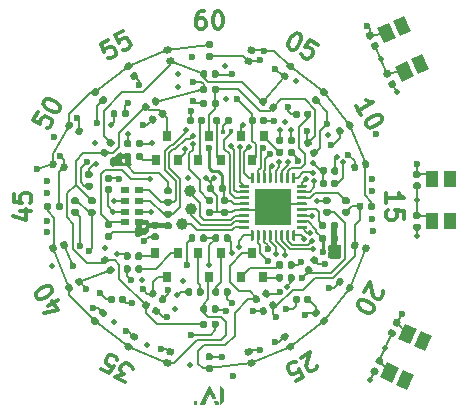
<source format=gbr>
%TF.GenerationSoftware,KiCad,Pcbnew,(5.1.6)-1*%
%TF.CreationDate,2024-07-23T23:35:14+05:30*%
%TF.ProjectId,Project_OAK_MAIN_BRD_V0.1,50726f6a-6563-4745-9f4f-414b5f4d4149,A*%
%TF.SameCoordinates,Original*%
%TF.FileFunction,Copper,L1,Top*%
%TF.FilePolarity,Positive*%
%FSLAX46Y46*%
G04 Gerber Fmt 4.6, Leading zero omitted, Abs format (unit mm)*
G04 Created by KiCad (PCBNEW (5.1.6)-1) date 2024-07-23 23:35:14*
%MOMM*%
%LPD*%
G01*
G04 APERTURE LIST*
%TA.AperFunction,NonConductor*%
%ADD10C,0.300000*%
%TD*%
%TA.AperFunction,EtchedComponent*%
%ADD11C,0.010000*%
%TD*%
%TA.AperFunction,SMDPad,CuDef*%
%ADD12R,0.800000X0.500000*%
%TD*%
%TA.AperFunction,SMDPad,CuDef*%
%ADD13R,0.800000X0.900000*%
%TD*%
%TA.AperFunction,SMDPad,CuDef*%
%ADD14C,1.000000*%
%TD*%
%TA.AperFunction,SMDPad,CuDef*%
%ADD15R,1.050000X1.400000*%
%TD*%
%TA.AperFunction,SMDPad,CuDef*%
%ADD16C,0.100000*%
%TD*%
%TA.AperFunction,SMDPad,CuDef*%
%ADD17R,3.100000X3.100000*%
%TD*%
%TA.AperFunction,ViaPad*%
%ADD18C,0.500000*%
%TD*%
%TA.AperFunction,ViaPad*%
%ADD19C,0.600000*%
%TD*%
%TA.AperFunction,ViaPad*%
%ADD20C,0.450000*%
%TD*%
%TA.AperFunction,Conductor*%
%ADD21C,0.200000*%
%TD*%
%TA.AperFunction,Conductor*%
%ADD22C,0.250000*%
%TD*%
%TA.AperFunction,Conductor*%
%ADD23C,0.156000*%
%TD*%
G04 APERTURE END LIST*
D10*
X56806520Y-101877868D02*
X57672545Y-101377868D01*
X56490220Y-102472877D02*
X57596675Y-102246457D01*
X57132390Y-101442291D01*
X55837793Y-101199983D02*
X55766364Y-101076265D01*
X55756795Y-100916833D01*
X55782939Y-100819260D01*
X55870943Y-100685972D01*
X56082665Y-100481256D01*
X56391959Y-100302685D01*
X56675109Y-100221687D01*
X56834542Y-100212117D01*
X56932115Y-100238262D01*
X57065402Y-100326265D01*
X57136831Y-100449983D01*
X57146401Y-100609415D01*
X57120256Y-100706989D01*
X57032252Y-100840276D01*
X56820531Y-101044992D01*
X56511236Y-101223564D01*
X56228086Y-101304562D01*
X56068654Y-101314131D01*
X55971080Y-101287987D01*
X55837793Y-101199983D01*
X54390171Y-93900571D02*
X55390171Y-93900571D01*
X53818742Y-94257714D02*
X54890171Y-94614857D01*
X54890171Y-93686285D01*
X53890171Y-92400571D02*
X53890171Y-93114857D01*
X54604457Y-93186285D01*
X54533028Y-93114857D01*
X54461600Y-92972000D01*
X54461600Y-92614857D01*
X54533028Y-92472000D01*
X54604457Y-92400571D01*
X54747314Y-92329142D01*
X55104457Y-92329142D01*
X55247314Y-92400571D01*
X55318742Y-92472000D01*
X55390171Y-92614857D01*
X55390171Y-92972000D01*
X55318742Y-93114857D01*
X55247314Y-93186285D01*
X55917150Y-85496580D02*
X55560007Y-86115170D01*
X56142882Y-86534171D01*
X56116738Y-86436598D01*
X56126307Y-86277166D01*
X56304879Y-85967871D01*
X56438166Y-85879868D01*
X56535740Y-85853723D01*
X56695172Y-85863292D01*
X57004467Y-86041864D01*
X57092470Y-86175151D01*
X57118615Y-86272725D01*
X57109045Y-86432157D01*
X56930474Y-86741452D01*
X56797186Y-86829455D01*
X56699613Y-86855600D01*
X56417150Y-84630555D02*
X56488579Y-84506837D01*
X56621866Y-84418833D01*
X56719439Y-84392688D01*
X56878872Y-84402258D01*
X57162022Y-84483256D01*
X57471317Y-84661828D01*
X57683038Y-84866544D01*
X57771042Y-84999831D01*
X57797186Y-85097404D01*
X57787617Y-85256837D01*
X57716188Y-85380555D01*
X57582901Y-85468558D01*
X57485327Y-85494703D01*
X57325895Y-85485133D01*
X57042745Y-85404135D01*
X56733450Y-85225564D01*
X56521729Y-85020848D01*
X56433725Y-84887560D01*
X56407580Y-84789987D01*
X56417150Y-84630555D01*
X61865590Y-79350193D02*
X61247001Y-79707336D01*
X61542285Y-80361640D01*
X61568429Y-80264066D01*
X61656433Y-80130779D01*
X61965728Y-79952207D01*
X62125160Y-79942638D01*
X62222733Y-79968782D01*
X62356021Y-80056786D01*
X62534592Y-80366081D01*
X62544162Y-80525513D01*
X62518017Y-80623086D01*
X62430014Y-80756374D01*
X62120719Y-80934945D01*
X61961287Y-80944515D01*
X61863713Y-80918370D01*
X63102770Y-78635907D02*
X62484180Y-78993050D01*
X62779464Y-79647354D01*
X62805609Y-79549781D01*
X62893612Y-79416493D01*
X63202907Y-79237922D01*
X63362339Y-79228352D01*
X63459912Y-79254497D01*
X63593200Y-79342500D01*
X63771771Y-79651795D01*
X63781341Y-79811227D01*
X63755196Y-79908801D01*
X63667193Y-80042088D01*
X63357898Y-80220660D01*
X63198466Y-80230229D01*
X63100892Y-80204085D01*
X63289987Y-108379520D02*
X62485821Y-107915235D01*
X63204548Y-107670363D01*
X63018971Y-107563220D01*
X62930968Y-107429933D01*
X62904823Y-107332359D01*
X62914392Y-107172927D01*
X63092964Y-106863632D01*
X63226251Y-106775629D01*
X63323825Y-106749484D01*
X63483257Y-106759054D01*
X63854411Y-106973339D01*
X63942414Y-107106627D01*
X63968559Y-107204200D01*
X61310501Y-107236663D02*
X61929090Y-107593806D01*
X62348092Y-107010931D01*
X62250519Y-107037075D01*
X62091087Y-107027506D01*
X61781792Y-106848934D01*
X61693788Y-106715647D01*
X61667644Y-106618074D01*
X61677213Y-106458641D01*
X61855785Y-106149347D01*
X61989072Y-106061343D01*
X62086646Y-106035198D01*
X62246078Y-106044768D01*
X62555373Y-106223339D01*
X62643376Y-106356627D01*
X62669521Y-106454200D01*
X79599129Y-107013731D02*
X79572984Y-107111304D01*
X79484980Y-107244592D01*
X79175685Y-107423163D01*
X79016253Y-107432733D01*
X78918680Y-107406588D01*
X78785392Y-107318585D01*
X78713964Y-107194867D01*
X78668680Y-106973575D01*
X78982416Y-105802697D01*
X78178250Y-106266982D01*
X77752929Y-108244592D02*
X78371519Y-107887449D01*
X78076235Y-107233145D01*
X78050090Y-107330718D01*
X77962087Y-107464006D01*
X77652792Y-107642577D01*
X77493360Y-107652147D01*
X77395787Y-107626002D01*
X77262499Y-107537999D01*
X77083928Y-107228704D01*
X77074358Y-107069272D01*
X77100503Y-106971698D01*
X77188506Y-106838411D01*
X77497801Y-106659839D01*
X77657233Y-106650270D01*
X77754807Y-106676414D01*
X85156888Y-100619342D02*
X85183033Y-100716915D01*
X85173463Y-100876347D01*
X84994892Y-101185642D01*
X84861604Y-101273646D01*
X84764031Y-101299790D01*
X84604599Y-101290221D01*
X84480881Y-101218792D01*
X84331018Y-101049790D01*
X84017282Y-99878912D01*
X83552997Y-100683078D01*
X84387749Y-102237244D02*
X84316320Y-102360962D01*
X84183033Y-102448966D01*
X84085460Y-102475111D01*
X83926027Y-102465541D01*
X83642877Y-102384543D01*
X83333582Y-102205971D01*
X83121861Y-102001255D01*
X83033857Y-101867968D01*
X83007713Y-101770395D01*
X83017282Y-101610962D01*
X83088711Y-101487244D01*
X83221998Y-101399241D01*
X83319572Y-101373096D01*
X83479004Y-101382666D01*
X83762154Y-101463664D01*
X84071449Y-101642235D01*
X84283170Y-101846951D01*
X84371174Y-101980239D01*
X84397319Y-102077812D01*
X84387749Y-102237244D01*
X85402028Y-93186285D02*
X85402028Y-92329142D01*
X85402028Y-92757714D02*
X86902028Y-92757714D01*
X86687742Y-92614857D01*
X86544885Y-92472000D01*
X86473457Y-92329142D01*
X86902028Y-94543428D02*
X86902028Y-93829142D01*
X86187742Y-93757714D01*
X86259171Y-93829142D01*
X86330600Y-93972000D01*
X86330600Y-94329142D01*
X86259171Y-94472000D01*
X86187742Y-94543428D01*
X86044885Y-94614857D01*
X85687742Y-94614857D01*
X85544885Y-94543428D01*
X85473457Y-94472000D01*
X85402028Y-94329142D01*
X85402028Y-93972000D01*
X85473457Y-93829142D01*
X85544885Y-93757714D01*
X83254582Y-85753349D02*
X82826011Y-85011042D01*
X83040297Y-85382196D02*
X84339335Y-84632196D01*
X84082329Y-84615621D01*
X83887183Y-84563331D01*
X83753895Y-84475328D01*
X85017906Y-85807516D02*
X85089335Y-85931234D01*
X85098904Y-86090666D01*
X85072760Y-86188239D01*
X84984756Y-86321527D01*
X84773034Y-86526243D01*
X84463740Y-86704814D01*
X84180590Y-86785812D01*
X84021157Y-86795382D01*
X83923584Y-86769237D01*
X83790297Y-86681234D01*
X83718868Y-86557516D01*
X83709298Y-86398084D01*
X83735443Y-86300510D01*
X83823447Y-86167223D01*
X84035168Y-85962507D01*
X84344463Y-85783935D01*
X84627613Y-85702937D01*
X84787045Y-85693368D01*
X84884619Y-85719512D01*
X85017906Y-85807516D01*
X78000365Y-78842264D02*
X78124083Y-78913693D01*
X78212087Y-79046980D01*
X78238231Y-79144554D01*
X78228662Y-79303986D01*
X78147664Y-79587136D01*
X77969092Y-79896431D01*
X77764376Y-80108152D01*
X77631089Y-80196156D01*
X77533515Y-80222301D01*
X77374083Y-80212731D01*
X77250365Y-80141302D01*
X77162362Y-80008015D01*
X77136217Y-79910442D01*
X77145787Y-79751009D01*
X77226785Y-79467859D01*
X77405356Y-79158565D01*
X77610072Y-78946843D01*
X77743360Y-78858839D01*
X77840933Y-78832695D01*
X78000365Y-78842264D01*
X79608698Y-79770836D02*
X78990109Y-79413693D01*
X78571107Y-79996568D01*
X78668680Y-79970424D01*
X78828112Y-79979993D01*
X79137407Y-80158565D01*
X79225411Y-80291852D01*
X79251555Y-80389425D01*
X79241986Y-80548858D01*
X79063414Y-80858152D01*
X78930127Y-80946156D01*
X78832553Y-80972301D01*
X78673121Y-80962731D01*
X78363826Y-80784160D01*
X78275823Y-80650872D01*
X78249678Y-80553299D01*
X70031028Y-76966071D02*
X69745314Y-76966071D01*
X69602457Y-77037500D01*
X69531028Y-77108928D01*
X69388171Y-77323214D01*
X69316742Y-77608928D01*
X69316742Y-78180357D01*
X69388171Y-78323214D01*
X69459600Y-78394642D01*
X69602457Y-78466071D01*
X69888171Y-78466071D01*
X70031028Y-78394642D01*
X70102457Y-78323214D01*
X70173885Y-78180357D01*
X70173885Y-77823214D01*
X70102457Y-77680357D01*
X70031028Y-77608928D01*
X69888171Y-77537500D01*
X69602457Y-77537500D01*
X69459600Y-77608928D01*
X69388171Y-77680357D01*
X69316742Y-77823214D01*
X71102457Y-76966071D02*
X71245314Y-76966071D01*
X71388171Y-77037500D01*
X71459600Y-77108928D01*
X71531028Y-77251785D01*
X71602457Y-77537500D01*
X71602457Y-77894642D01*
X71531028Y-78180357D01*
X71459600Y-78323214D01*
X71388171Y-78394642D01*
X71245314Y-78466071D01*
X71102457Y-78466071D01*
X70959600Y-78394642D01*
X70888171Y-78323214D01*
X70816742Y-78180357D01*
X70745314Y-77894642D01*
X70745314Y-77537500D01*
X70816742Y-77251785D01*
X70888171Y-77108928D01*
X70959600Y-77037500D01*
X71102457Y-76966071D01*
D11*
%TO.C,G\u002A\u002A\u002A*%
G36*
X69329300Y-110206367D02*
G01*
X69117634Y-110206367D01*
X69117634Y-109952367D01*
X69329300Y-109952367D01*
X69329300Y-110206367D01*
G37*
X69329300Y-110206367D02*
X69117634Y-110206367D01*
X69117634Y-109952367D01*
X69329300Y-109952367D01*
X69329300Y-110206367D01*
G36*
X70706628Y-109169348D02*
G01*
X70773621Y-109302977D01*
X70833931Y-109424228D01*
X70885039Y-109527964D01*
X70924429Y-109609044D01*
X70949583Y-109662331D01*
X70957998Y-109682492D01*
X70939303Y-109690575D01*
X70889284Y-109696293D01*
X70821738Y-109698367D01*
X70684342Y-109698367D01*
X70571094Y-109472621D01*
X70457845Y-109246874D01*
X69972861Y-110195784D01*
X69688039Y-110208326D01*
X70456393Y-108672080D01*
X70706628Y-109169348D01*
G37*
X70706628Y-109169348D02*
X70773621Y-109302977D01*
X70833931Y-109424228D01*
X70885039Y-109527964D01*
X70924429Y-109609044D01*
X70949583Y-109662331D01*
X70957998Y-109682492D01*
X70939303Y-109690575D01*
X70889284Y-109696293D01*
X70821738Y-109698367D01*
X70684342Y-109698367D01*
X70571094Y-109472621D01*
X70457845Y-109246874D01*
X69972861Y-110195784D01*
X69688039Y-110208326D01*
X70456393Y-108672080D01*
X70706628Y-109169348D01*
G36*
X71159860Y-110078663D02*
G01*
X71189131Y-110138295D01*
X71208481Y-110181298D01*
X71213134Y-110195080D01*
X71193819Y-110200819D01*
X71143269Y-110204883D01*
X71075026Y-110206367D01*
X70999824Y-110205039D01*
X70955881Y-110198585D01*
X70932150Y-110183302D01*
X70917581Y-110155485D01*
X70916746Y-110153307D01*
X70891931Y-110095152D01*
X70863809Y-110036890D01*
X70831046Y-109973534D01*
X71106587Y-109973534D01*
X71159860Y-110078663D01*
G37*
X71159860Y-110078663D02*
X71189131Y-110138295D01*
X71208481Y-110181298D01*
X71213134Y-110195080D01*
X71193819Y-110200819D01*
X71143269Y-110204883D01*
X71075026Y-110206367D01*
X70999824Y-110205039D01*
X70955881Y-110198585D01*
X70932150Y-110183302D01*
X70917581Y-110155485D01*
X70916746Y-110153307D01*
X70891931Y-110095152D01*
X70863809Y-110036890D01*
X70831046Y-109973534D01*
X71106587Y-109973534D01*
X71159860Y-110078663D01*
G36*
X71456550Y-108788200D02*
G01*
X71572967Y-108903171D01*
X71572967Y-109964396D01*
X71456550Y-110079367D01*
X71340134Y-110194337D01*
X71340134Y-108673230D01*
X71456550Y-108788200D01*
G37*
X71456550Y-108788200D02*
X71572967Y-108903171D01*
X71572967Y-109964396D01*
X71456550Y-110079367D01*
X71340134Y-110194337D01*
X71340134Y-108673230D01*
X71456550Y-108788200D01*
%TD*%
D12*
%TO.P,U2,8*%
%TO.N,/RTC_SDA*%
X64481000Y-92122000D03*
%TO.P,U2,7*%
%TO.N,/RTC_SCL*%
X64481000Y-93022000D03*
%TO.P,U2,6*%
%TO.N,/RTC_CLKO*%
X64481000Y-93922000D03*
%TO.P,U2,5*%
%TO.N,+3V0*%
X64481000Y-94822000D03*
%TO.P,U2,4*%
%TO.N,/RTC_INTO*%
X63281000Y-94822000D03*
%TO.P,U2,3*%
%TO.N,/RTC_CLKO_EN*%
X63281000Y-93922000D03*
%TO.P,U2,2*%
%TO.N,GND*%
X63281000Y-93022000D03*
%TO.P,U2,1*%
%TO.N,Net-(U2-Pad1)*%
X63281000Y-92122000D03*
%TD*%
D13*
%TO.P,Q6,3*%
%TO.N,/C2_T*%
X66852800Y-87544400D03*
%TO.P,Q6,2*%
%TO.N,Net-(Q6-Pad2)*%
X67802800Y-89544400D03*
%TO.P,Q6,1*%
%TO.N,Net-(Q6-Pad1)*%
X65902800Y-89544400D03*
%TD*%
%TO.P,Q7,1*%
%TO.N,Net-(Q7-Pad1)*%
X69509600Y-89528400D03*
%TO.P,Q7,2*%
%TO.N,Net-(Q7-Pad2)*%
X71409600Y-89528400D03*
%TO.P,Q7,3*%
%TO.N,/C1_T*%
X70459600Y-87528400D03*
%TD*%
%TO.P,Q5,3*%
%TO.N,/C3_T*%
X74091800Y-89544400D03*
%TO.P,Q5,2*%
%TO.N,Net-(Q5-Pad2)*%
X73141800Y-87544400D03*
%TO.P,Q5,1*%
%TO.N,Net-(Q5-Pad1)*%
X75041800Y-87544400D03*
%TD*%
%TO.P,Q2,1*%
%TO.N,Net-(Q2-Pad1)*%
X67777400Y-97450400D03*
%TO.P,Q2,2*%
%TO.N,Net-(Q2-Pad2)*%
X65877400Y-97450400D03*
%TO.P,Q2,3*%
%TO.N,/C6_T*%
X66827400Y-99450400D03*
%TD*%
%TO.P,Q4,1*%
%TO.N,Net-(Q4-Pad1)*%
X73116400Y-99450400D03*
%TO.P,Q4,2*%
%TO.N,Net-(Q4-Pad2)*%
X75016400Y-99450400D03*
%TO.P,Q4,3*%
%TO.N,/C4_T*%
X74066400Y-97450400D03*
%TD*%
%TO.P,Q3,1*%
%TO.N,Net-(Q3-Pad1)*%
X71409600Y-97450400D03*
%TO.P,Q3,2*%
%TO.N,Net-(Q3-Pad2)*%
X69509600Y-97450400D03*
%TO.P,Q3,3*%
%TO.N,/C5_T*%
X70459600Y-99450400D03*
%TD*%
D14*
%TO.P,TP6,1*%
%TO.N,/PB6*%
X68884800Y-93726000D03*
%TD*%
%TO.P,TP2,1*%
%TO.N,/PE1*%
X68834000Y-92202000D03*
%TD*%
%TO.P,TP7,1*%
%TO.N,/PB7*%
X68110100Y-94996000D03*
%TD*%
%TO.P,R17,1*%
%TO.N,+3V0*%
%TA.AperFunction,SMDPad,CuDef*%
G36*
G01*
X81374200Y-91356400D02*
X81374200Y-91701400D01*
G75*
G02*
X81226700Y-91848900I-147500J0D01*
G01*
X80931700Y-91848900D01*
G75*
G02*
X80784200Y-91701400I0J147500D01*
G01*
X80784200Y-91356400D01*
G75*
G02*
X80931700Y-91208900I147500J0D01*
G01*
X81226700Y-91208900D01*
G75*
G02*
X81374200Y-91356400I0J-147500D01*
G01*
G37*
%TD.AperFunction*%
%TO.P,R17,2*%
%TO.N,/MCU_RSTn*%
%TA.AperFunction,SMDPad,CuDef*%
G36*
G01*
X80404200Y-91356400D02*
X80404200Y-91701400D01*
G75*
G02*
X80256700Y-91848900I-147500J0D01*
G01*
X79961700Y-91848900D01*
G75*
G02*
X79814200Y-91701400I0J147500D01*
G01*
X79814200Y-91356400D01*
G75*
G02*
X79961700Y-91208900I147500J0D01*
G01*
X80256700Y-91208900D01*
G75*
G02*
X80404200Y-91356400I0J-147500D01*
G01*
G37*
%TD.AperFunction*%
%TD*%
%TO.P,C1,1*%
%TO.N,/LGT_ON_BTN*%
%TA.AperFunction,SMDPad,CuDef*%
G36*
G01*
X88183500Y-92029500D02*
X87838500Y-92029500D01*
G75*
G02*
X87691000Y-91882000I0J147500D01*
G01*
X87691000Y-91587000D01*
G75*
G02*
X87838500Y-91439500I147500J0D01*
G01*
X88183500Y-91439500D01*
G75*
G02*
X88331000Y-91587000I0J-147500D01*
G01*
X88331000Y-91882000D01*
G75*
G02*
X88183500Y-92029500I-147500J0D01*
G01*
G37*
%TD.AperFunction*%
%TO.P,C1,2*%
%TO.N,GND*%
%TA.AperFunction,SMDPad,CuDef*%
G36*
G01*
X88183500Y-91059500D02*
X87838500Y-91059500D01*
G75*
G02*
X87691000Y-90912000I0J147500D01*
G01*
X87691000Y-90617000D01*
G75*
G02*
X87838500Y-90469500I147500J0D01*
G01*
X88183500Y-90469500D01*
G75*
G02*
X88331000Y-90617000I0J-147500D01*
G01*
X88331000Y-90912000D01*
G75*
G02*
X88183500Y-91059500I-147500J0D01*
G01*
G37*
%TD.AperFunction*%
%TD*%
%TO.P,C2,2*%
%TO.N,GND*%
%TA.AperFunction,SMDPad,CuDef*%
G36*
G01*
X84326070Y-79198341D02*
X84013394Y-79344144D01*
G75*
G02*
X83817378Y-79272800I-62336J133680D01*
G01*
X83692706Y-79005439D01*
G75*
G02*
X83764050Y-78809423I133680J62336D01*
G01*
X84076726Y-78663620D01*
G75*
G02*
X84272742Y-78734964I62336J-133680D01*
G01*
X84397414Y-79002325D01*
G75*
G02*
X84326070Y-79198341I-133680J-62336D01*
G01*
G37*
%TD.AperFunction*%
%TO.P,C2,1*%
%TO.N,/UP_BTN*%
%TA.AperFunction,SMDPad,CuDef*%
G36*
G01*
X84736010Y-80077459D02*
X84423334Y-80223262D01*
G75*
G02*
X84227318Y-80151918I-62336J133680D01*
G01*
X84102646Y-79884557D01*
G75*
G02*
X84173990Y-79688541I133680J62336D01*
G01*
X84486666Y-79542738D01*
G75*
G02*
X84682682Y-79614082I62336J-133680D01*
G01*
X84807354Y-79881443D01*
G75*
G02*
X84736010Y-80077459I-133680J-62336D01*
G01*
G37*
%TD.AperFunction*%
%TD*%
%TO.P,C3,1*%
%TO.N,/DWN_BTN*%
%TA.AperFunction,SMDPad,CuDef*%
G36*
G01*
X85932696Y-104538821D02*
X85620020Y-104393018D01*
G75*
G02*
X85548676Y-104197002I62336J133680D01*
G01*
X85673348Y-103929641D01*
G75*
G02*
X85869364Y-103858297I133680J-62336D01*
G01*
X86182040Y-104004100D01*
G75*
G02*
X86253384Y-104200116I-62336J-133680D01*
G01*
X86128712Y-104467477D01*
G75*
G02*
X85932696Y-104538821I-133680J62336D01*
G01*
G37*
%TD.AperFunction*%
%TO.P,C3,2*%
%TO.N,GND*%
%TA.AperFunction,SMDPad,CuDef*%
G36*
G01*
X86342636Y-103659703D02*
X86029960Y-103513900D01*
G75*
G02*
X85958616Y-103317884I62336J133680D01*
G01*
X86083288Y-103050523D01*
G75*
G02*
X86279304Y-102979179I133680J-62336D01*
G01*
X86591980Y-103124982D01*
G75*
G02*
X86663324Y-103320998I-62336J-133680D01*
G01*
X86538652Y-103588359D01*
G75*
G02*
X86342636Y-103659703I-133680J62336D01*
G01*
G37*
%TD.AperFunction*%
%TD*%
%TO.P,C6,1*%
%TO.N,+3V0*%
%TA.AperFunction,SMDPad,CuDef*%
G36*
G01*
X71836500Y-91775500D02*
X71836500Y-92120500D01*
G75*
G02*
X71689000Y-92268000I-147500J0D01*
G01*
X71394000Y-92268000D01*
G75*
G02*
X71246500Y-92120500I0J147500D01*
G01*
X71246500Y-91775500D01*
G75*
G02*
X71394000Y-91628000I147500J0D01*
G01*
X71689000Y-91628000D01*
G75*
G02*
X71836500Y-91775500I0J-147500D01*
G01*
G37*
%TD.AperFunction*%
%TO.P,C6,2*%
%TO.N,GND*%
%TA.AperFunction,SMDPad,CuDef*%
G36*
G01*
X70866500Y-91775500D02*
X70866500Y-92120500D01*
G75*
G02*
X70719000Y-92268000I-147500J0D01*
G01*
X70424000Y-92268000D01*
G75*
G02*
X70276500Y-92120500I0J147500D01*
G01*
X70276500Y-91775500D01*
G75*
G02*
X70424000Y-91628000I147500J0D01*
G01*
X70719000Y-91628000D01*
G75*
G02*
X70866500Y-91775500I0J-147500D01*
G01*
G37*
%TD.AperFunction*%
%TD*%
%TO.P,C7,1*%
%TO.N,+3V0*%
%TA.AperFunction,SMDPad,CuDef*%
G36*
G01*
X79763400Y-96362300D02*
X79763400Y-96017300D01*
G75*
G02*
X79910900Y-95869800I147500J0D01*
G01*
X80205900Y-95869800D01*
G75*
G02*
X80353400Y-96017300I0J-147500D01*
G01*
X80353400Y-96362300D01*
G75*
G02*
X80205900Y-96509800I-147500J0D01*
G01*
X79910900Y-96509800D01*
G75*
G02*
X79763400Y-96362300I0J147500D01*
G01*
G37*
%TD.AperFunction*%
%TO.P,C7,2*%
%TO.N,GND*%
%TA.AperFunction,SMDPad,CuDef*%
G36*
G01*
X80733400Y-96362300D02*
X80733400Y-96017300D01*
G75*
G02*
X80880900Y-95869800I147500J0D01*
G01*
X81175900Y-95869800D01*
G75*
G02*
X81323400Y-96017300I0J-147500D01*
G01*
X81323400Y-96362300D01*
G75*
G02*
X81175900Y-96509800I-147500J0D01*
G01*
X80880900Y-96509800D01*
G75*
G02*
X80733400Y-96362300I0J147500D01*
G01*
G37*
%TD.AperFunction*%
%TD*%
%TO.P,C8,2*%
%TO.N,GND*%
%TA.AperFunction,SMDPad,CuDef*%
G36*
G01*
X71557100Y-93662000D02*
X71902100Y-93662000D01*
G75*
G02*
X72049600Y-93809500I0J-147500D01*
G01*
X72049600Y-94104500D01*
G75*
G02*
X71902100Y-94252000I-147500J0D01*
G01*
X71557100Y-94252000D01*
G75*
G02*
X71409600Y-94104500I0J147500D01*
G01*
X71409600Y-93809500D01*
G75*
G02*
X71557100Y-93662000I147500J0D01*
G01*
G37*
%TD.AperFunction*%
%TO.P,C8,1*%
%TO.N,+3V0*%
%TA.AperFunction,SMDPad,CuDef*%
G36*
G01*
X71557100Y-92692000D02*
X71902100Y-92692000D01*
G75*
G02*
X72049600Y-92839500I0J-147500D01*
G01*
X72049600Y-93134500D01*
G75*
G02*
X71902100Y-93282000I-147500J0D01*
G01*
X71557100Y-93282000D01*
G75*
G02*
X71409600Y-93134500I0J147500D01*
G01*
X71409600Y-92839500D01*
G75*
G02*
X71557100Y-92692000I147500J0D01*
G01*
G37*
%TD.AperFunction*%
%TD*%
%TO.P,C9,2*%
%TO.N,GND*%
%TA.AperFunction,SMDPad,CuDef*%
G36*
G01*
X80733400Y-95270100D02*
X80733400Y-94925100D01*
G75*
G02*
X80880900Y-94777600I147500J0D01*
G01*
X81175900Y-94777600D01*
G75*
G02*
X81323400Y-94925100I0J-147500D01*
G01*
X81323400Y-95270100D01*
G75*
G02*
X81175900Y-95417600I-147500J0D01*
G01*
X80880900Y-95417600D01*
G75*
G02*
X80733400Y-95270100I0J147500D01*
G01*
G37*
%TD.AperFunction*%
%TO.P,C9,1*%
%TO.N,/AREF*%
%TA.AperFunction,SMDPad,CuDef*%
G36*
G01*
X79763400Y-95270100D02*
X79763400Y-94925100D01*
G75*
G02*
X79910900Y-94777600I147500J0D01*
G01*
X80205900Y-94777600D01*
G75*
G02*
X80353400Y-94925100I0J-147500D01*
G01*
X80353400Y-95270100D01*
G75*
G02*
X80205900Y-95417600I-147500J0D01*
G01*
X79910900Y-95417600D01*
G75*
G02*
X79763400Y-95270100I0J147500D01*
G01*
G37*
%TD.AperFunction*%
%TD*%
%TO.P,C12,2*%
%TO.N,GND*%
%TA.AperFunction,SMDPad,CuDef*%
G36*
G01*
X65677000Y-95757500D02*
X66022000Y-95757500D01*
G75*
G02*
X66169500Y-95905000I0J-147500D01*
G01*
X66169500Y-96200000D01*
G75*
G02*
X66022000Y-96347500I-147500J0D01*
G01*
X65677000Y-96347500D01*
G75*
G02*
X65529500Y-96200000I0J147500D01*
G01*
X65529500Y-95905000D01*
G75*
G02*
X65677000Y-95757500I147500J0D01*
G01*
G37*
%TD.AperFunction*%
%TO.P,C12,1*%
%TO.N,+3V0*%
%TA.AperFunction,SMDPad,CuDef*%
G36*
G01*
X65677000Y-94787500D02*
X66022000Y-94787500D01*
G75*
G02*
X66169500Y-94935000I0J-147500D01*
G01*
X66169500Y-95230000D01*
G75*
G02*
X66022000Y-95377500I-147500J0D01*
G01*
X65677000Y-95377500D01*
G75*
G02*
X65529500Y-95230000I0J147500D01*
G01*
X65529500Y-94935000D01*
G75*
G02*
X65677000Y-94787500I147500J0D01*
G01*
G37*
%TD.AperFunction*%
%TD*%
%TO.P,C13,2*%
%TO.N,GND*%
%TA.AperFunction,SMDPad,CuDef*%
G36*
G01*
X80784200Y-90634600D02*
X80784200Y-90289600D01*
G75*
G02*
X80931700Y-90142100I147500J0D01*
G01*
X81226700Y-90142100D01*
G75*
G02*
X81374200Y-90289600I0J-147500D01*
G01*
X81374200Y-90634600D01*
G75*
G02*
X81226700Y-90782100I-147500J0D01*
G01*
X80931700Y-90782100D01*
G75*
G02*
X80784200Y-90634600I0J147500D01*
G01*
G37*
%TD.AperFunction*%
%TO.P,C13,1*%
%TO.N,/MCU_RSTn*%
%TA.AperFunction,SMDPad,CuDef*%
G36*
G01*
X79814200Y-90634600D02*
X79814200Y-90289600D01*
G75*
G02*
X79961700Y-90142100I147500J0D01*
G01*
X80256700Y-90142100D01*
G75*
G02*
X80404200Y-90289600I0J-147500D01*
G01*
X80404200Y-90634600D01*
G75*
G02*
X80256700Y-90782100I-147500J0D01*
G01*
X79961700Y-90782100D01*
G75*
G02*
X79814200Y-90634600I0J147500D01*
G01*
G37*
%TD.AperFunction*%
%TD*%
%TO.P,C14,2*%
%TO.N,GND*%
%TA.AperFunction,SMDPad,CuDef*%
G36*
G01*
X70269600Y-84587300D02*
X70269600Y-84932300D01*
G75*
G02*
X70122100Y-85079800I-147500J0D01*
G01*
X69827100Y-85079800D01*
G75*
G02*
X69679600Y-84932300I0J147500D01*
G01*
X69679600Y-84587300D01*
G75*
G02*
X69827100Y-84439800I147500J0D01*
G01*
X70122100Y-84439800D01*
G75*
G02*
X70269600Y-84587300I0J-147500D01*
G01*
G37*
%TD.AperFunction*%
%TO.P,C14,1*%
%TO.N,/C1_T*%
%TA.AperFunction,SMDPad,CuDef*%
G36*
G01*
X71239600Y-84587300D02*
X71239600Y-84932300D01*
G75*
G02*
X71092100Y-85079800I-147500J0D01*
G01*
X70797100Y-85079800D01*
G75*
G02*
X70649600Y-84932300I0J147500D01*
G01*
X70649600Y-84587300D01*
G75*
G02*
X70797100Y-84439800I147500J0D01*
G01*
X71092100Y-84439800D01*
G75*
G02*
X71239600Y-84587300I0J-147500D01*
G01*
G37*
%TD.AperFunction*%
%TD*%
%TO.P,C15,1*%
%TO.N,/C2_T*%
%TA.AperFunction,SMDPad,CuDef*%
G36*
G01*
X66654649Y-85338011D02*
X66827150Y-85636789D01*
G75*
G02*
X66773161Y-85838278I-127739J-73750D01*
G01*
X66517683Y-85985778D01*
G75*
G02*
X66316194Y-85931789I-73750J127739D01*
G01*
X66143694Y-85633011D01*
G75*
G02*
X66197683Y-85431522I127739J73750D01*
G01*
X66453161Y-85284022D01*
G75*
G02*
X66654650Y-85338011I73750J-127739D01*
G01*
G37*
%TD.AperFunction*%
%TO.P,C15,2*%
%TO.N,GND*%
%TA.AperFunction,SMDPad,CuDef*%
G36*
G01*
X65814605Y-85823011D02*
X65987106Y-86121789D01*
G75*
G02*
X65933117Y-86323278I-127739J-73750D01*
G01*
X65677639Y-86470778D01*
G75*
G02*
X65476150Y-86416789I-73750J127739D01*
G01*
X65303650Y-86118011D01*
G75*
G02*
X65357639Y-85916522I127739J73750D01*
G01*
X65613117Y-85769022D01*
G75*
G02*
X65814606Y-85823011I73750J-127739D01*
G01*
G37*
%TD.AperFunction*%
%TD*%
%TO.P,C16,1*%
%TO.N,/C3_T*%
%TA.AperFunction,SMDPad,CuDef*%
G36*
G01*
X73794400Y-86380100D02*
X73794400Y-86035100D01*
G75*
G02*
X73941900Y-85887600I147500J0D01*
G01*
X74236900Y-85887600D01*
G75*
G02*
X74384400Y-86035100I0J-147500D01*
G01*
X74384400Y-86380100D01*
G75*
G02*
X74236900Y-86527600I-147500J0D01*
G01*
X73941900Y-86527600D01*
G75*
G02*
X73794400Y-86380100I0J147500D01*
G01*
G37*
%TD.AperFunction*%
%TO.P,C16,2*%
%TO.N,GND*%
%TA.AperFunction,SMDPad,CuDef*%
G36*
G01*
X74764400Y-86380100D02*
X74764400Y-86035100D01*
G75*
G02*
X74911900Y-85887600I147500J0D01*
G01*
X75206900Y-85887600D01*
G75*
G02*
X75354400Y-86035100I0J-147500D01*
G01*
X75354400Y-86380100D01*
G75*
G02*
X75206900Y-86527600I-147500J0D01*
G01*
X74911900Y-86527600D01*
G75*
G02*
X74764400Y-86380100I0J147500D01*
G01*
G37*
%TD.AperFunction*%
%TD*%
%TO.P,C17,2*%
%TO.N,GND*%
%TA.AperFunction,SMDPad,CuDef*%
G36*
G01*
X75104595Y-101146389D02*
X74932094Y-100847611D01*
G75*
G02*
X74986083Y-100646122I127739J73750D01*
G01*
X75241561Y-100498622D01*
G75*
G02*
X75443050Y-100552611I73750J-127739D01*
G01*
X75615550Y-100851389D01*
G75*
G02*
X75561561Y-101052878I-127739J-73750D01*
G01*
X75306083Y-101200378D01*
G75*
G02*
X75104594Y-101146389I-73750J127739D01*
G01*
G37*
%TD.AperFunction*%
%TO.P,C17,1*%
%TO.N,/C4_T*%
%TA.AperFunction,SMDPad,CuDef*%
G36*
G01*
X74264551Y-101631389D02*
X74092050Y-101332611D01*
G75*
G02*
X74146039Y-101131122I127739J73750D01*
G01*
X74401517Y-100983622D01*
G75*
G02*
X74603006Y-101037611I73750J-127739D01*
G01*
X74775506Y-101336389D01*
G75*
G02*
X74721517Y-101537878I-127739J-73750D01*
G01*
X74466039Y-101685378D01*
G75*
G02*
X74264550Y-101631389I-73750J127739D01*
G01*
G37*
%TD.AperFunction*%
%TD*%
%TO.P,C18,1*%
%TO.N,/C5_T*%
%TA.AperFunction,SMDPad,CuDef*%
G36*
G01*
X69679600Y-102344000D02*
X69679600Y-101999000D01*
G75*
G02*
X69827100Y-101851500I147500J0D01*
G01*
X70122100Y-101851500D01*
G75*
G02*
X70269600Y-101999000I0J-147500D01*
G01*
X70269600Y-102344000D01*
G75*
G02*
X70122100Y-102491500I-147500J0D01*
G01*
X69827100Y-102491500D01*
G75*
G02*
X69679600Y-102344000I0J147500D01*
G01*
G37*
%TD.AperFunction*%
%TO.P,C18,2*%
%TO.N,GND*%
%TA.AperFunction,SMDPad,CuDef*%
G36*
G01*
X70649600Y-102344000D02*
X70649600Y-101999000D01*
G75*
G02*
X70797100Y-101851500I147500J0D01*
G01*
X71092100Y-101851500D01*
G75*
G02*
X71239600Y-101999000I0J-147500D01*
G01*
X71239600Y-102344000D01*
G75*
G02*
X71092100Y-102491500I-147500J0D01*
G01*
X70797100Y-102491500D01*
G75*
G02*
X70649600Y-102344000I0J147500D01*
G01*
G37*
%TD.AperFunction*%
%TD*%
%TO.P,D1,2*%
%TO.N,Net-(D1-Pad2)*%
%TA.AperFunction,SMDPad,CuDef*%
G36*
G01*
X70632100Y-93282000D02*
X70287100Y-93282000D01*
G75*
G02*
X70139600Y-93134500I0J147500D01*
G01*
X70139600Y-92839500D01*
G75*
G02*
X70287100Y-92692000I147500J0D01*
G01*
X70632100Y-92692000D01*
G75*
G02*
X70779600Y-92839500I0J-147500D01*
G01*
X70779600Y-93134500D01*
G75*
G02*
X70632100Y-93282000I-147500J0D01*
G01*
G37*
%TD.AperFunction*%
%TO.P,D1,1*%
%TO.N,GND*%
%TA.AperFunction,SMDPad,CuDef*%
G36*
G01*
X70632100Y-94252000D02*
X70287100Y-94252000D01*
G75*
G02*
X70139600Y-94104500I0J147500D01*
G01*
X70139600Y-93809500D01*
G75*
G02*
X70287100Y-93662000I147500J0D01*
G01*
X70632100Y-93662000D01*
G75*
G02*
X70779600Y-93809500I0J-147500D01*
G01*
X70779600Y-94104500D01*
G75*
G02*
X70632100Y-94252000I-147500J0D01*
G01*
G37*
%TD.AperFunction*%
%TD*%
%TO.P,D2,2*%
%TO.N,/C1_T*%
%TA.AperFunction,SMDPad,CuDef*%
G36*
G01*
X70649600Y-83738500D02*
X70649600Y-83393500D01*
G75*
G02*
X70797100Y-83246000I147500J0D01*
G01*
X71092100Y-83246000D01*
G75*
G02*
X71239600Y-83393500I0J-147500D01*
G01*
X71239600Y-83738500D01*
G75*
G02*
X71092100Y-83886000I-147500J0D01*
G01*
X70797100Y-83886000D01*
G75*
G02*
X70649600Y-83738500I0J147500D01*
G01*
G37*
%TD.AperFunction*%
%TO.P,D2,1*%
%TO.N,/R1*%
%TA.AperFunction,SMDPad,CuDef*%
G36*
G01*
X69679600Y-83738500D02*
X69679600Y-83393500D01*
G75*
G02*
X69827100Y-83246000I147500J0D01*
G01*
X70122100Y-83246000D01*
G75*
G02*
X70269600Y-83393500I0J-147500D01*
G01*
X70269600Y-83738500D01*
G75*
G02*
X70122100Y-83886000I-147500J0D01*
G01*
X69827100Y-83886000D01*
G75*
G02*
X69679600Y-83738500I0J147500D01*
G01*
G37*
%TD.AperFunction*%
%TD*%
%TO.P,D3,1*%
%TO.N,/R1*%
%TA.AperFunction,SMDPad,CuDef*%
G36*
G01*
X66070449Y-84296611D02*
X66242950Y-84595389D01*
G75*
G02*
X66188961Y-84796878I-127739J-73750D01*
G01*
X65933483Y-84944378D01*
G75*
G02*
X65731994Y-84890389I-73750J127739D01*
G01*
X65559494Y-84591611D01*
G75*
G02*
X65613483Y-84390122I127739J73750D01*
G01*
X65868961Y-84242622D01*
G75*
G02*
X66070450Y-84296611I73750J-127739D01*
G01*
G37*
%TD.AperFunction*%
%TO.P,D3,2*%
%TO.N,/C2_T*%
%TA.AperFunction,SMDPad,CuDef*%
G36*
G01*
X65230405Y-84781611D02*
X65402906Y-85080389D01*
G75*
G02*
X65348917Y-85281878I-127739J-73750D01*
G01*
X65093439Y-85429378D01*
G75*
G02*
X64891950Y-85375389I-73750J127739D01*
G01*
X64719450Y-85076611D01*
G75*
G02*
X64773439Y-84875122I127739J73750D01*
G01*
X65028917Y-84727622D01*
G75*
G02*
X65230406Y-84781611I73750J-127739D01*
G01*
G37*
%TD.AperFunction*%
%TD*%
%TO.P,D4,2*%
%TO.N,/C3_T*%
%TA.AperFunction,SMDPad,CuDef*%
G36*
G01*
X74104398Y-80582320D02*
X73771153Y-80493028D01*
G75*
G02*
X73666855Y-80312378I38176J142474D01*
G01*
X73743207Y-80027430D01*
G75*
G02*
X73923857Y-79923132I142474J-38176D01*
G01*
X74257101Y-80012424D01*
G75*
G02*
X74361399Y-80193074I-38176J-142474D01*
G01*
X74285047Y-80478022D01*
G75*
G02*
X74104397Y-80582320I-142474J38176D01*
G01*
G37*
%TD.AperFunction*%
%TO.P,D4,1*%
%TO.N,/R1*%
%TA.AperFunction,SMDPad,CuDef*%
G36*
G01*
X73853344Y-81519268D02*
X73520099Y-81429976D01*
G75*
G02*
X73415801Y-81249326I38176J142474D01*
G01*
X73492153Y-80964378D01*
G75*
G02*
X73672803Y-80860080I142474J-38176D01*
G01*
X74006047Y-80949372D01*
G75*
G02*
X74110345Y-81130022I-38176J-142474D01*
G01*
X74033993Y-81414970D01*
G75*
G02*
X73853343Y-81519268I-142474J38176D01*
G01*
G37*
%TD.AperFunction*%
%TD*%
%TO.P,D5,1*%
%TO.N,/R1*%
%TA.AperFunction,SMDPad,CuDef*%
G36*
G01*
X70287100Y-105925400D02*
X70632100Y-105925400D01*
G75*
G02*
X70779600Y-106072900I0J-147500D01*
G01*
X70779600Y-106367900D01*
G75*
G02*
X70632100Y-106515400I-147500J0D01*
G01*
X70287100Y-106515400D01*
G75*
G02*
X70139600Y-106367900I0J147500D01*
G01*
X70139600Y-106072900D01*
G75*
G02*
X70287100Y-105925400I147500J0D01*
G01*
G37*
%TD.AperFunction*%
%TO.P,D5,2*%
%TO.N,/C4_T*%
%TA.AperFunction,SMDPad,CuDef*%
G36*
G01*
X70287100Y-106895400D02*
X70632100Y-106895400D01*
G75*
G02*
X70779600Y-107042900I0J-147500D01*
G01*
X70779600Y-107337900D01*
G75*
G02*
X70632100Y-107485400I-147500J0D01*
G01*
X70287100Y-107485400D01*
G75*
G02*
X70139600Y-107337900I0J147500D01*
G01*
X70139600Y-107042900D01*
G75*
G02*
X70287100Y-106895400I147500J0D01*
G01*
G37*
%TD.AperFunction*%
%TD*%
%TO.P,D6,2*%
%TO.N,/C5_T*%
%TA.AperFunction,SMDPad,CuDef*%
G36*
G01*
X66814802Y-106387080D02*
X67148047Y-106476372D01*
G75*
G02*
X67252345Y-106657022I-38176J-142474D01*
G01*
X67175993Y-106941970D01*
G75*
G02*
X66995343Y-107046268I-142474J38176D01*
G01*
X66662099Y-106956976D01*
G75*
G02*
X66557801Y-106776326I38176J142474D01*
G01*
X66634153Y-106491378D01*
G75*
G02*
X66814803Y-106387080I142474J-38176D01*
G01*
G37*
%TD.AperFunction*%
%TO.P,D6,1*%
%TO.N,/R1*%
%TA.AperFunction,SMDPad,CuDef*%
G36*
G01*
X67065856Y-105450132D02*
X67399101Y-105539424D01*
G75*
G02*
X67503399Y-105720074I-38176J-142474D01*
G01*
X67427047Y-106005022D01*
G75*
G02*
X67246397Y-106109320I-142474J38176D01*
G01*
X66913153Y-106020028D01*
G75*
G02*
X66808855Y-105839378I38176J142474D01*
G01*
X66885207Y-105554430D01*
G75*
G02*
X67065857Y-105450132I142474J-38176D01*
G01*
G37*
%TD.AperFunction*%
%TD*%
%TO.P,D7,1*%
%TO.N,/R1*%
%TA.AperFunction,SMDPad,CuDef*%
G36*
G01*
X70632100Y-81046400D02*
X70287100Y-81046400D01*
G75*
G02*
X70139600Y-80898900I0J147500D01*
G01*
X70139600Y-80603900D01*
G75*
G02*
X70287100Y-80456400I147500J0D01*
G01*
X70632100Y-80456400D01*
G75*
G02*
X70779600Y-80603900I0J-147500D01*
G01*
X70779600Y-80898900D01*
G75*
G02*
X70632100Y-81046400I-147500J0D01*
G01*
G37*
%TD.AperFunction*%
%TO.P,D7,2*%
%TO.N,/C6_T*%
%TA.AperFunction,SMDPad,CuDef*%
G36*
G01*
X70632100Y-80076400D02*
X70287100Y-80076400D01*
G75*
G02*
X70139600Y-79928900I0J147500D01*
G01*
X70139600Y-79633900D01*
G75*
G02*
X70287100Y-79486400I147500J0D01*
G01*
X70632100Y-79486400D01*
G75*
G02*
X70779600Y-79633900I0J-147500D01*
G01*
X70779600Y-79928900D01*
G75*
G02*
X70632100Y-80076400I-147500J0D01*
G01*
G37*
%TD.AperFunction*%
%TD*%
%TO.P,D8,2*%
%TO.N,/C1_T*%
%TA.AperFunction,SMDPad,CuDef*%
G36*
G01*
X75516295Y-85105789D02*
X75688794Y-84807011D01*
G75*
G02*
X75890283Y-84753022I127739J-73750D01*
G01*
X76145761Y-84900522D01*
G75*
G02*
X76199750Y-85102011I-73750J-127739D01*
G01*
X76027250Y-85400789D01*
G75*
G02*
X75825761Y-85454778I-127739J73750D01*
G01*
X75570283Y-85307278D01*
G75*
G02*
X75516294Y-85105789I73750J127739D01*
G01*
G37*
%TD.AperFunction*%
%TO.P,D8,1*%
%TO.N,/R2*%
%TA.AperFunction,SMDPad,CuDef*%
G36*
G01*
X74676251Y-84620789D02*
X74848750Y-84322011D01*
G75*
G02*
X75050239Y-84268022I127739J-73750D01*
G01*
X75305717Y-84415522D01*
G75*
G02*
X75359706Y-84617011I-73750J-127739D01*
G01*
X75187206Y-84915789D01*
G75*
G02*
X74985717Y-84969778I-127739J73750D01*
G01*
X74730239Y-84822278D01*
G75*
G02*
X74676250Y-84620789I73750J127739D01*
G01*
G37*
%TD.AperFunction*%
%TD*%
%TO.P,D9,1*%
%TO.N,/R2*%
%TA.AperFunction,SMDPad,CuDef*%
G36*
G01*
X62089611Y-87757251D02*
X62388389Y-87929750D01*
G75*
G02*
X62442378Y-88131239I-73750J-127739D01*
G01*
X62294878Y-88386717D01*
G75*
G02*
X62093389Y-88440706I-127739J73750D01*
G01*
X61794611Y-88268206D01*
G75*
G02*
X61740622Y-88066717I73750J127739D01*
G01*
X61888122Y-87811239D01*
G75*
G02*
X62089611Y-87757250I127739J-73750D01*
G01*
G37*
%TD.AperFunction*%
%TO.P,D9,2*%
%TO.N,/C2_T*%
%TA.AperFunction,SMDPad,CuDef*%
G36*
G01*
X61604611Y-88597295D02*
X61903389Y-88769794D01*
G75*
G02*
X61957378Y-88971283I-73750J-127739D01*
G01*
X61809878Y-89226761D01*
G75*
G02*
X61608389Y-89280750I-127739J73750D01*
G01*
X61309611Y-89108250D01*
G75*
G02*
X61255622Y-88906761I73750J127739D01*
G01*
X61403122Y-88651283D01*
G75*
G02*
X61604611Y-88597294I127739J-73750D01*
G01*
G37*
%TD.AperFunction*%
%TD*%
%TO.P,D10,2*%
%TO.N,/C3_T*%
%TA.AperFunction,SMDPad,CuDef*%
G36*
G01*
X77307989Y-81963705D02*
X77009211Y-81791206D01*
G75*
G02*
X76955222Y-81589717I73750J127739D01*
G01*
X77102722Y-81334239D01*
G75*
G02*
X77304211Y-81280250I127739J-73750D01*
G01*
X77602989Y-81452750D01*
G75*
G02*
X77656978Y-81654239I-73750J-127739D01*
G01*
X77509478Y-81909717D01*
G75*
G02*
X77307989Y-81963706I-127739J73750D01*
G01*
G37*
%TD.AperFunction*%
%TO.P,D10,1*%
%TO.N,/R2*%
%TA.AperFunction,SMDPad,CuDef*%
G36*
G01*
X76822989Y-82803749D02*
X76524211Y-82631250D01*
G75*
G02*
X76470222Y-82429761I73750J127739D01*
G01*
X76617722Y-82174283D01*
G75*
G02*
X76819211Y-82120294I127739J-73750D01*
G01*
X77117989Y-82292794D01*
G75*
G02*
X77171978Y-82494283I-73750J-127739D01*
G01*
X77024478Y-82749761D01*
G75*
G02*
X76822989Y-82803750I-127739J73750D01*
G01*
G37*
%TD.AperFunction*%
%TD*%
%TO.P,D11,1*%
%TO.N,/R2*%
%TA.AperFunction,SMDPad,CuDef*%
G36*
G01*
X73520099Y-105539424D02*
X73853343Y-105450132D01*
G75*
G02*
X74033993Y-105554430I38176J-142474D01*
G01*
X74110345Y-105839378D01*
G75*
G02*
X74006047Y-106020028I-142474J-38176D01*
G01*
X73672803Y-106109320D01*
G75*
G02*
X73492153Y-106005022I-38176J142474D01*
G01*
X73415801Y-105720074D01*
G75*
G02*
X73520099Y-105539424I142474J38176D01*
G01*
G37*
%TD.AperFunction*%
%TO.P,D11,2*%
%TO.N,/C4_T*%
%TA.AperFunction,SMDPad,CuDef*%
G36*
G01*
X73771153Y-106476372D02*
X74104397Y-106387080D01*
G75*
G02*
X74285047Y-106491378I38176J-142474D01*
G01*
X74361399Y-106776326D01*
G75*
G02*
X74257101Y-106956976I-142474J-38176D01*
G01*
X73923857Y-107046268D01*
G75*
G02*
X73743207Y-106941970I-38176J142474D01*
G01*
X73666855Y-106657022D01*
G75*
G02*
X73771153Y-106476372I142474J38176D01*
G01*
G37*
%TD.AperFunction*%
%TD*%
%TO.P,D12,2*%
%TO.N,/C5_T*%
%TA.AperFunction,SMDPad,CuDef*%
G36*
G01*
X63611211Y-105005695D02*
X63909989Y-105178194D01*
G75*
G02*
X63963978Y-105379683I-73750J-127739D01*
G01*
X63816478Y-105635161D01*
G75*
G02*
X63614989Y-105689150I-127739J73750D01*
G01*
X63316211Y-105516650D01*
G75*
G02*
X63262222Y-105315161I73750J127739D01*
G01*
X63409722Y-105059683D01*
G75*
G02*
X63611211Y-105005694I127739J-73750D01*
G01*
G37*
%TD.AperFunction*%
%TO.P,D12,1*%
%TO.N,/R2*%
%TA.AperFunction,SMDPad,CuDef*%
G36*
G01*
X64096211Y-104165651D02*
X64394989Y-104338150D01*
G75*
G02*
X64448978Y-104539639I-73750J-127739D01*
G01*
X64301478Y-104795117D01*
G75*
G02*
X64099989Y-104849106I-127739J73750D01*
G01*
X63801211Y-104676606D01*
G75*
G02*
X63747222Y-104475117I73750J127739D01*
G01*
X63894722Y-104219639D01*
G75*
G02*
X64096211Y-104165650I127739J-73750D01*
G01*
G37*
%TD.AperFunction*%
%TD*%
%TO.P,D13,2*%
%TO.N,/C6_T*%
%TA.AperFunction,SMDPad,CuDef*%
G36*
G01*
X67148047Y-80467628D02*
X66814803Y-80556920D01*
G75*
G02*
X66634153Y-80452622I-38176J142474D01*
G01*
X66557801Y-80167674D01*
G75*
G02*
X66662099Y-79987024I142474J38176D01*
G01*
X66995343Y-79897732D01*
G75*
G02*
X67175993Y-80002030I38176J-142474D01*
G01*
X67252345Y-80286978D01*
G75*
G02*
X67148047Y-80467628I-142474J-38176D01*
G01*
G37*
%TD.AperFunction*%
%TO.P,D13,1*%
%TO.N,/R2*%
%TA.AperFunction,SMDPad,CuDef*%
G36*
G01*
X67399101Y-81404576D02*
X67065857Y-81493868D01*
G75*
G02*
X66885207Y-81389570I-38176J142474D01*
G01*
X66808855Y-81104622D01*
G75*
G02*
X66913153Y-80923972I142474J38176D01*
G01*
X67246397Y-80834680D01*
G75*
G02*
X67427047Y-80938978I38176J-142474D01*
G01*
X67503399Y-81223926D01*
G75*
G02*
X67399101Y-81404576I-142474J-38176D01*
G01*
G37*
%TD.AperFunction*%
%TD*%
%TO.P,D14,1*%
%TO.N,/R3*%
%TA.AperFunction,SMDPad,CuDef*%
G36*
G01*
X79584189Y-89108249D02*
X79285411Y-89280750D01*
G75*
G02*
X79083922Y-89226761I-73750J127739D01*
G01*
X78936422Y-88971283D01*
G75*
G02*
X78990411Y-88769794I127739J73750D01*
G01*
X79289189Y-88597294D01*
G75*
G02*
X79490678Y-88651283I73750J-127739D01*
G01*
X79638178Y-88906761D01*
G75*
G02*
X79584189Y-89108250I-127739J-73750D01*
G01*
G37*
%TD.AperFunction*%
%TO.P,D14,2*%
%TO.N,/C1_T*%
%TA.AperFunction,SMDPad,CuDef*%
G36*
G01*
X79099189Y-88268205D02*
X78800411Y-88440706D01*
G75*
G02*
X78598922Y-88386717I-73750J127739D01*
G01*
X78451422Y-88131239D01*
G75*
G02*
X78505411Y-87929750I127739J73750D01*
G01*
X78804189Y-87757250D01*
G75*
G02*
X79005678Y-87811239I73750J-127739D01*
G01*
X79153178Y-88066717D01*
G75*
G02*
X79099189Y-88268206I-127739J-73750D01*
G01*
G37*
%TD.AperFunction*%
%TD*%
%TO.P,D15,2*%
%TO.N,/C2_T*%
%TA.AperFunction,SMDPad,CuDef*%
G36*
G01*
X60675300Y-93307400D02*
X60330300Y-93307400D01*
G75*
G02*
X60182800Y-93159900I0J147500D01*
G01*
X60182800Y-92864900D01*
G75*
G02*
X60330300Y-92717400I147500J0D01*
G01*
X60675300Y-92717400D01*
G75*
G02*
X60822800Y-92864900I0J-147500D01*
G01*
X60822800Y-93159900D01*
G75*
G02*
X60675300Y-93307400I-147500J0D01*
G01*
G37*
%TD.AperFunction*%
%TO.P,D15,1*%
%TO.N,/R3*%
%TA.AperFunction,SMDPad,CuDef*%
G36*
G01*
X60675300Y-94277400D02*
X60330300Y-94277400D01*
G75*
G02*
X60182800Y-94129900I0J147500D01*
G01*
X60182800Y-93834900D01*
G75*
G02*
X60330300Y-93687400I147500J0D01*
G01*
X60675300Y-93687400D01*
G75*
G02*
X60822800Y-93834900I0J-147500D01*
G01*
X60822800Y-94129900D01*
G75*
G02*
X60675300Y-94277400I-147500J0D01*
G01*
G37*
%TD.AperFunction*%
%TD*%
%TO.P,D16,1*%
%TO.N,/R3*%
%TA.AperFunction,SMDPad,CuDef*%
G36*
G01*
X79377232Y-84823719D02*
X79133281Y-84579767D01*
G75*
G02*
X79133281Y-84371171I104298J104298D01*
G01*
X79341877Y-84162575D01*
G75*
G02*
X79550473Y-84162575I104298J-104298D01*
G01*
X79794425Y-84406527D01*
G75*
G02*
X79794425Y-84615123I-104298J-104298D01*
G01*
X79585829Y-84823719D01*
G75*
G02*
X79377233Y-84823719I-104298J104298D01*
G01*
G37*
%TD.AperFunction*%
%TO.P,D16,2*%
%TO.N,/C3_T*%
%TA.AperFunction,SMDPad,CuDef*%
G36*
G01*
X80063126Y-84137825D02*
X79819175Y-83893873D01*
G75*
G02*
X79819175Y-83685277I104298J104298D01*
G01*
X80027771Y-83476681D01*
G75*
G02*
X80236367Y-83476681I104298J-104298D01*
G01*
X80480319Y-83720633D01*
G75*
G02*
X80480319Y-83929229I-104298J-104298D01*
G01*
X80271723Y-84137825D01*
G75*
G02*
X80063127Y-84137825I-104298J104298D01*
G01*
G37*
%TD.AperFunction*%
%TD*%
%TO.P,D17,2*%
%TO.N,/C4_T*%
%TA.AperFunction,SMDPad,CuDef*%
G36*
G01*
X77009211Y-105178195D02*
X77307989Y-105005694D01*
G75*
G02*
X77509478Y-105059683I73750J-127739D01*
G01*
X77656978Y-105315161D01*
G75*
G02*
X77602989Y-105516650I-127739J-73750D01*
G01*
X77304211Y-105689150D01*
G75*
G02*
X77102722Y-105635161I-73750J127739D01*
G01*
X76955222Y-105379683D01*
G75*
G02*
X77009211Y-105178194I127739J73750D01*
G01*
G37*
%TD.AperFunction*%
%TO.P,D17,1*%
%TO.N,/R3*%
%TA.AperFunction,SMDPad,CuDef*%
G36*
G01*
X76524211Y-104338151D02*
X76822989Y-104165650D01*
G75*
G02*
X77024478Y-104219639I73750J-127739D01*
G01*
X77171978Y-104475117D01*
G75*
G02*
X77117989Y-104676606I-127739J-73750D01*
G01*
X76819211Y-104849106D01*
G75*
G02*
X76617722Y-104795117I-73750J127739D01*
G01*
X76470222Y-104539639D01*
G75*
G02*
X76524211Y-104338150I127739J73750D01*
G01*
G37*
%TD.AperFunction*%
%TD*%
%TO.P,D18,1*%
%TO.N,/R3*%
%TA.AperFunction,SMDPad,CuDef*%
G36*
G01*
X61541968Y-102171081D02*
X61785919Y-102415033D01*
G75*
G02*
X61785919Y-102623629I-104298J-104298D01*
G01*
X61577323Y-102832225D01*
G75*
G02*
X61368727Y-102832225I-104298J104298D01*
G01*
X61124775Y-102588273D01*
G75*
G02*
X61124775Y-102379677I104298J104298D01*
G01*
X61333371Y-102171081D01*
G75*
G02*
X61541967Y-102171081I104298J-104298D01*
G01*
G37*
%TD.AperFunction*%
%TO.P,D18,2*%
%TO.N,/C5_T*%
%TA.AperFunction,SMDPad,CuDef*%
G36*
G01*
X60856074Y-102856975D02*
X61100025Y-103100927D01*
G75*
G02*
X61100025Y-103309523I-104298J-104298D01*
G01*
X60891429Y-103518119D01*
G75*
G02*
X60682833Y-103518119I-104298J104298D01*
G01*
X60438881Y-103274167D01*
G75*
G02*
X60438881Y-103065571I104298J104298D01*
G01*
X60647477Y-102856975D01*
G75*
G02*
X60856073Y-102856975I104298J-104298D01*
G01*
G37*
%TD.AperFunction*%
%TD*%
%TO.P,D19,2*%
%TO.N,/C6_T*%
%TA.AperFunction,SMDPad,CuDef*%
G36*
G01*
X63909989Y-81765805D02*
X63611211Y-81938306D01*
G75*
G02*
X63409722Y-81884317I-73750J127739D01*
G01*
X63262222Y-81628839D01*
G75*
G02*
X63316211Y-81427350I127739J73750D01*
G01*
X63614989Y-81254850D01*
G75*
G02*
X63816478Y-81308839I73750J-127739D01*
G01*
X63963978Y-81564317D01*
G75*
G02*
X63909989Y-81765806I-127739J-73750D01*
G01*
G37*
%TD.AperFunction*%
%TO.P,D19,1*%
%TO.N,/R3*%
%TA.AperFunction,SMDPad,CuDef*%
G36*
G01*
X64394989Y-82605849D02*
X64096211Y-82778350D01*
G75*
G02*
X63894722Y-82724361I-73750J127739D01*
G01*
X63747222Y-82468883D01*
G75*
G02*
X63801211Y-82267394I127739J73750D01*
G01*
X64099989Y-82094894D01*
G75*
G02*
X64301478Y-82148883I73750J-127739D01*
G01*
X64448978Y-82404361D01*
G75*
G02*
X64394989Y-82605850I-127739J-73750D01*
G01*
G37*
%TD.AperFunction*%
%TD*%
%TO.P,D20,1*%
%TO.N,/R4*%
%TA.AperFunction,SMDPad,CuDef*%
G36*
G01*
X80218500Y-92692000D02*
X80563500Y-92692000D01*
G75*
G02*
X80711000Y-92839500I0J-147500D01*
G01*
X80711000Y-93134500D01*
G75*
G02*
X80563500Y-93282000I-147500J0D01*
G01*
X80218500Y-93282000D01*
G75*
G02*
X80071000Y-93134500I0J147500D01*
G01*
X80071000Y-92839500D01*
G75*
G02*
X80218500Y-92692000I147500J0D01*
G01*
G37*
%TD.AperFunction*%
%TO.P,D20,2*%
%TO.N,/C1_T*%
%TA.AperFunction,SMDPad,CuDef*%
G36*
G01*
X80218500Y-93662000D02*
X80563500Y-93662000D01*
G75*
G02*
X80711000Y-93809500I0J-147500D01*
G01*
X80711000Y-94104500D01*
G75*
G02*
X80563500Y-94252000I-147500J0D01*
G01*
X80218500Y-94252000D01*
G75*
G02*
X80071000Y-94104500I0J147500D01*
G01*
X80071000Y-93809500D01*
G75*
G02*
X80218500Y-93662000I147500J0D01*
G01*
G37*
%TD.AperFunction*%
%TD*%
%TO.P,D21,2*%
%TO.N,/C2_T*%
%TA.AperFunction,SMDPad,CuDef*%
G36*
G01*
X61903389Y-98199605D02*
X61604611Y-98372106D01*
G75*
G02*
X61403122Y-98318117I-73750J127739D01*
G01*
X61255622Y-98062639D01*
G75*
G02*
X61309611Y-97861150I127739J73750D01*
G01*
X61608389Y-97688650D01*
G75*
G02*
X61809878Y-97742639I73750J-127739D01*
G01*
X61957378Y-97998117D01*
G75*
G02*
X61903389Y-98199606I-127739J-73750D01*
G01*
G37*
%TD.AperFunction*%
%TO.P,D21,1*%
%TO.N,/R4*%
%TA.AperFunction,SMDPad,CuDef*%
G36*
G01*
X62388389Y-99039649D02*
X62089611Y-99212150D01*
G75*
G02*
X61888122Y-99158161I-73750J127739D01*
G01*
X61740622Y-98902683D01*
G75*
G02*
X61794611Y-98701194I127739J73750D01*
G01*
X62093389Y-98528694D01*
G75*
G02*
X62294878Y-98582683I73750J-127739D01*
G01*
X62442378Y-98838161D01*
G75*
G02*
X62388389Y-99039650I-127739J-73750D01*
G01*
G37*
%TD.AperFunction*%
%TD*%
%TO.P,D22,1*%
%TO.N,/R4*%
%TA.AperFunction,SMDPad,CuDef*%
G36*
G01*
X81325751Y-87407389D02*
X81153250Y-87108611D01*
G75*
G02*
X81207239Y-86907122I127739J73750D01*
G01*
X81462717Y-86759622D01*
G75*
G02*
X81664206Y-86813611I73750J-127739D01*
G01*
X81836706Y-87112389D01*
G75*
G02*
X81782717Y-87313878I-127739J-73750D01*
G01*
X81527239Y-87461378D01*
G75*
G02*
X81325750Y-87407389I-73750J127739D01*
G01*
G37*
%TD.AperFunction*%
%TO.P,D22,2*%
%TO.N,/C3_T*%
%TA.AperFunction,SMDPad,CuDef*%
G36*
G01*
X82165795Y-86922389D02*
X81993294Y-86623611D01*
G75*
G02*
X82047283Y-86422122I127739J73750D01*
G01*
X82302761Y-86274622D01*
G75*
G02*
X82504250Y-86328611I73750J-127739D01*
G01*
X82676750Y-86627389D01*
G75*
G02*
X82622761Y-86828878I-127739J-73750D01*
G01*
X82367283Y-86976378D01*
G75*
G02*
X82165794Y-86922389I-73750J127739D01*
G01*
G37*
%TD.AperFunction*%
%TD*%
%TO.P,D23,2*%
%TO.N,/C4_T*%
%TA.AperFunction,SMDPad,CuDef*%
G36*
G01*
X79819175Y-103100926D02*
X80063127Y-102856975D01*
G75*
G02*
X80271723Y-102856975I104298J-104298D01*
G01*
X80480319Y-103065571D01*
G75*
G02*
X80480319Y-103274167I-104298J-104298D01*
G01*
X80236367Y-103518119D01*
G75*
G02*
X80027771Y-103518119I-104298J104298D01*
G01*
X79819175Y-103309523D01*
G75*
G02*
X79819175Y-103100927I104298J104298D01*
G01*
G37*
%TD.AperFunction*%
%TO.P,D23,1*%
%TO.N,/R4*%
%TA.AperFunction,SMDPad,CuDef*%
G36*
G01*
X79133281Y-102415032D02*
X79377233Y-102171081D01*
G75*
G02*
X79585829Y-102171081I104298J-104298D01*
G01*
X79794425Y-102379677D01*
G75*
G02*
X79794425Y-102588273I-104298J-104298D01*
G01*
X79550473Y-102832225D01*
G75*
G02*
X79341877Y-102832225I-104298J104298D01*
G01*
X79133281Y-102623629D01*
G75*
G02*
X79133281Y-102415033I104298J104298D01*
G01*
G37*
%TD.AperFunction*%
%TD*%
%TO.P,D24,1*%
%TO.N,/R4*%
%TA.AperFunction,SMDPad,CuDef*%
G36*
G01*
X59593449Y-99562011D02*
X59765950Y-99860789D01*
G75*
G02*
X59711961Y-100062278I-127739J-73750D01*
G01*
X59456483Y-100209778D01*
G75*
G02*
X59254994Y-100155789I-73750J127739D01*
G01*
X59082494Y-99857011D01*
G75*
G02*
X59136483Y-99655522I127739J73750D01*
G01*
X59391961Y-99508022D01*
G75*
G02*
X59593450Y-99562011I73750J-127739D01*
G01*
G37*
%TD.AperFunction*%
%TO.P,D24,2*%
%TO.N,/C5_T*%
%TA.AperFunction,SMDPad,CuDef*%
G36*
G01*
X58753405Y-100047011D02*
X58925906Y-100345789D01*
G75*
G02*
X58871917Y-100547278I-127739J-73750D01*
G01*
X58616439Y-100694778D01*
G75*
G02*
X58414950Y-100640789I-73750J127739D01*
G01*
X58242450Y-100342011D01*
G75*
G02*
X58296439Y-100140522I127739J73750D01*
G01*
X58551917Y-99993022D01*
G75*
G02*
X58753406Y-100047011I73750J-127739D01*
G01*
G37*
%TD.AperFunction*%
%TD*%
%TO.P,D25,1*%
%TO.N,/R4*%
%TA.AperFunction,SMDPad,CuDef*%
G36*
G01*
X61785919Y-84554368D02*
X61541967Y-84798319D01*
G75*
G02*
X61333371Y-84798319I-104298J104298D01*
G01*
X61124775Y-84589723D01*
G75*
G02*
X61124775Y-84381127I104298J104298D01*
G01*
X61368727Y-84137175D01*
G75*
G02*
X61577323Y-84137175I104298J-104298D01*
G01*
X61785919Y-84345771D01*
G75*
G02*
X61785919Y-84554367I-104298J-104298D01*
G01*
G37*
%TD.AperFunction*%
%TO.P,D25,2*%
%TO.N,/C6_T*%
%TA.AperFunction,SMDPad,CuDef*%
G36*
G01*
X61100025Y-83868474D02*
X60856073Y-84112425D01*
G75*
G02*
X60647477Y-84112425I-104298J104298D01*
G01*
X60438881Y-83903829D01*
G75*
G02*
X60438881Y-83695233I104298J104298D01*
G01*
X60682833Y-83451281D01*
G75*
G02*
X60891429Y-83451281I104298J-104298D01*
G01*
X61100025Y-83659877D01*
G75*
G02*
X61100025Y-83868473I-104298J-104298D01*
G01*
G37*
%TD.AperFunction*%
%TD*%
%TO.P,D26,1*%
%TO.N,/R5*%
%TA.AperFunction,SMDPad,CuDef*%
G36*
G01*
X79336211Y-97688651D02*
X79634989Y-97861150D01*
G75*
G02*
X79688978Y-98062639I-73750J-127739D01*
G01*
X79541478Y-98318117D01*
G75*
G02*
X79339989Y-98372106I-127739J73750D01*
G01*
X79041211Y-98199606D01*
G75*
G02*
X78987222Y-97998117I73750J127739D01*
G01*
X79134722Y-97742639D01*
G75*
G02*
X79336211Y-97688650I127739J-73750D01*
G01*
G37*
%TD.AperFunction*%
%TO.P,D26,2*%
%TO.N,/C1_T*%
%TA.AperFunction,SMDPad,CuDef*%
G36*
G01*
X78851211Y-98528695D02*
X79149989Y-98701194D01*
G75*
G02*
X79203978Y-98902683I-73750J-127739D01*
G01*
X79056478Y-99158161D01*
G75*
G02*
X78854989Y-99212150I-127739J73750D01*
G01*
X78556211Y-99039650D01*
G75*
G02*
X78502222Y-98838161I73750J127739D01*
G01*
X78649722Y-98582683D01*
G75*
G02*
X78851211Y-98528694I127739J-73750D01*
G01*
G37*
%TD.AperFunction*%
%TD*%
%TO.P,D27,1*%
%TO.N,/R5*%
%TA.AperFunction,SMDPad,CuDef*%
G36*
G01*
X66268349Y-102323211D02*
X66095850Y-102621989D01*
G75*
G02*
X65894361Y-102675978I-127739J73750D01*
G01*
X65638883Y-102528478D01*
G75*
G02*
X65584894Y-102326989I73750J127739D01*
G01*
X65757394Y-102028211D01*
G75*
G02*
X65958883Y-101974222I127739J-73750D01*
G01*
X66214361Y-102121722D01*
G75*
G02*
X66268350Y-102323211I-73750J-127739D01*
G01*
G37*
%TD.AperFunction*%
%TO.P,D27,2*%
%TO.N,/C2_T*%
%TA.AperFunction,SMDPad,CuDef*%
G36*
G01*
X65428305Y-101838211D02*
X65255806Y-102136989D01*
G75*
G02*
X65054317Y-102190978I-127739J73750D01*
G01*
X64798839Y-102043478D01*
G75*
G02*
X64744850Y-101841989I73750J127739D01*
G01*
X64917350Y-101543211D01*
G75*
G02*
X65118839Y-101489222I127739J-73750D01*
G01*
X65374317Y-101636722D01*
G75*
G02*
X65428306Y-101838211I-73750J-127739D01*
G01*
G37*
%TD.AperFunction*%
%TD*%
%TO.P,D28,2*%
%TO.N,/C3_T*%
%TA.AperFunction,SMDPad,CuDef*%
G36*
G01*
X83438572Y-90160447D02*
X83349280Y-89827203D01*
G75*
G02*
X83453578Y-89646553I142474J38176D01*
G01*
X83738526Y-89570201D01*
G75*
G02*
X83919176Y-89674499I38176J-142474D01*
G01*
X84008468Y-90007743D01*
G75*
G02*
X83904170Y-90188393I-142474J-38176D01*
G01*
X83619222Y-90264745D01*
G75*
G02*
X83438572Y-90160447I-38176J142474D01*
G01*
G37*
%TD.AperFunction*%
%TO.P,D28,1*%
%TO.N,/R5*%
%TA.AperFunction,SMDPad,CuDef*%
G36*
G01*
X82501624Y-90411501D02*
X82412332Y-90078257D01*
G75*
G02*
X82516630Y-89897607I142474J38176D01*
G01*
X82801578Y-89821255D01*
G75*
G02*
X82982228Y-89925553I38176J-142474D01*
G01*
X83071520Y-90258797D01*
G75*
G02*
X82967222Y-90439447I-142474J-38176D01*
G01*
X82682274Y-90515799D01*
G75*
G02*
X82501624Y-90411501I-38176J142474D01*
G01*
G37*
%TD.AperFunction*%
%TD*%
%TO.P,D29,1*%
%TO.N,/R5*%
%TA.AperFunction,SMDPad,CuDef*%
G36*
G01*
X81153251Y-99860789D02*
X81325750Y-99562011D01*
G75*
G02*
X81527239Y-99508022I127739J-73750D01*
G01*
X81782717Y-99655522D01*
G75*
G02*
X81836706Y-99857011I-73750J-127739D01*
G01*
X81664206Y-100155789D01*
G75*
G02*
X81462717Y-100209778I-127739J73750D01*
G01*
X81207239Y-100062278D01*
G75*
G02*
X81153250Y-99860789I73750J127739D01*
G01*
G37*
%TD.AperFunction*%
%TO.P,D29,2*%
%TO.N,/C4_T*%
%TA.AperFunction,SMDPad,CuDef*%
G36*
G01*
X81993295Y-100345789D02*
X82165794Y-100047011D01*
G75*
G02*
X82367283Y-99993022I127739J-73750D01*
G01*
X82622761Y-100140522D01*
G75*
G02*
X82676750Y-100342011I-73750J-127739D01*
G01*
X82504250Y-100640789D01*
G75*
G02*
X82302761Y-100694778I-127739J73750D01*
G01*
X82047283Y-100547278D01*
G75*
G02*
X81993294Y-100345789I73750J127739D01*
G01*
G37*
%TD.AperFunction*%
%TD*%
%TO.P,D30,2*%
%TO.N,/C5_T*%
%TA.AperFunction,SMDPad,CuDef*%
G36*
G01*
X57455228Y-96758153D02*
X57544520Y-97091397D01*
G75*
G02*
X57440222Y-97272047I-142474J-38176D01*
G01*
X57155274Y-97348399D01*
G75*
G02*
X56974624Y-97244101I-38176J142474D01*
G01*
X56885332Y-96910857D01*
G75*
G02*
X56989630Y-96730207I142474J38176D01*
G01*
X57274578Y-96653855D01*
G75*
G02*
X57455228Y-96758153I38176J-142474D01*
G01*
G37*
%TD.AperFunction*%
%TO.P,D30,1*%
%TO.N,/R5*%
%TA.AperFunction,SMDPad,CuDef*%
G36*
G01*
X58392176Y-96507099D02*
X58481468Y-96840343D01*
G75*
G02*
X58377170Y-97020993I-142474J-38176D01*
G01*
X58092222Y-97097345D01*
G75*
G02*
X57911572Y-96993047I-38176J142474D01*
G01*
X57822280Y-96659803D01*
G75*
G02*
X57926578Y-96479153I142474J38176D01*
G01*
X58211526Y-96402801D01*
G75*
G02*
X58392176Y-96507099I38176J-142474D01*
G01*
G37*
%TD.AperFunction*%
%TD*%
%TO.P,D31,1*%
%TO.N,/R5*%
%TA.AperFunction,SMDPad,CuDef*%
G36*
G01*
X59765949Y-87108611D02*
X59593450Y-87407389D01*
G75*
G02*
X59391961Y-87461378I-127739J73750D01*
G01*
X59136483Y-87313878D01*
G75*
G02*
X59082494Y-87112389I73750J127739D01*
G01*
X59254994Y-86813611D01*
G75*
G02*
X59456483Y-86759622I127739J-73750D01*
G01*
X59711961Y-86907122D01*
G75*
G02*
X59765950Y-87108611I-73750J-127739D01*
G01*
G37*
%TD.AperFunction*%
%TO.P,D31,2*%
%TO.N,/C6_T*%
%TA.AperFunction,SMDPad,CuDef*%
G36*
G01*
X58925905Y-86623611D02*
X58753406Y-86922389D01*
G75*
G02*
X58551917Y-86976378I-127739J73750D01*
G01*
X58296439Y-86828878D01*
G75*
G02*
X58242450Y-86627389I73750J127739D01*
G01*
X58414950Y-86328611D01*
G75*
G02*
X58616439Y-86274622I127739J-73750D01*
G01*
X58871917Y-86422122D01*
G75*
G02*
X58925906Y-86623611I-73750J-127739D01*
G01*
G37*
%TD.AperFunction*%
%TD*%
%TO.P,D32,2*%
%TO.N,/C1_T*%
%TA.AperFunction,SMDPad,CuDef*%
G36*
G01*
X75187205Y-102028211D02*
X75359706Y-102326989D01*
G75*
G02*
X75305717Y-102528478I-127739J-73750D01*
G01*
X75050239Y-102675978D01*
G75*
G02*
X74848750Y-102621989I-73750J127739D01*
G01*
X74676250Y-102323211D01*
G75*
G02*
X74730239Y-102121722I127739J73750D01*
G01*
X74985717Y-101974222D01*
G75*
G02*
X75187206Y-102028211I73750J-127739D01*
G01*
G37*
%TD.AperFunction*%
%TO.P,D32,1*%
%TO.N,/R6*%
%TA.AperFunction,SMDPad,CuDef*%
G36*
G01*
X76027249Y-101543211D02*
X76199750Y-101841989D01*
G75*
G02*
X76145761Y-102043478I-127739J-73750D01*
G01*
X75890283Y-102190978D01*
G75*
G02*
X75688794Y-102136989I-73750J127739D01*
G01*
X75516294Y-101838211D01*
G75*
G02*
X75570283Y-101636722I127739J73750D01*
G01*
X75825761Y-101489222D01*
G75*
G02*
X76027250Y-101543211I73750J-127739D01*
G01*
G37*
%TD.AperFunction*%
%TD*%
%TO.P,D33,1*%
%TO.N,/R6*%
%TA.AperFunction,SMDPad,CuDef*%
G36*
G01*
X71239600Y-103281700D02*
X71239600Y-103626700D01*
G75*
G02*
X71092100Y-103774200I-147500J0D01*
G01*
X70797100Y-103774200D01*
G75*
G02*
X70649600Y-103626700I0J147500D01*
G01*
X70649600Y-103281700D01*
G75*
G02*
X70797100Y-103134200I147500J0D01*
G01*
X71092100Y-103134200D01*
G75*
G02*
X71239600Y-103281700I0J-147500D01*
G01*
G37*
%TD.AperFunction*%
%TO.P,D33,2*%
%TO.N,/C2_T*%
%TA.AperFunction,SMDPad,CuDef*%
G36*
G01*
X70269600Y-103281700D02*
X70269600Y-103626700D01*
G75*
G02*
X70122100Y-103774200I-147500J0D01*
G01*
X69827100Y-103774200D01*
G75*
G02*
X69679600Y-103626700I0J147500D01*
G01*
X69679600Y-103281700D01*
G75*
G02*
X69827100Y-103134200I147500J0D01*
G01*
X70122100Y-103134200D01*
G75*
G02*
X70269600Y-103281700I0J-147500D01*
G01*
G37*
%TD.AperFunction*%
%TD*%
%TO.P,D34,2*%
%TO.N,/C3_T*%
%TA.AperFunction,SMDPad,CuDef*%
G36*
G01*
X83883000Y-93644500D02*
X83883000Y-93299500D01*
G75*
G02*
X84030500Y-93152000I147500J0D01*
G01*
X84325500Y-93152000D01*
G75*
G02*
X84473000Y-93299500I0J-147500D01*
G01*
X84473000Y-93644500D01*
G75*
G02*
X84325500Y-93792000I-147500J0D01*
G01*
X84030500Y-93792000D01*
G75*
G02*
X83883000Y-93644500I0J147500D01*
G01*
G37*
%TD.AperFunction*%
%TO.P,D34,1*%
%TO.N,/R6*%
%TA.AperFunction,SMDPad,CuDef*%
G36*
G01*
X82913000Y-93644500D02*
X82913000Y-93299500D01*
G75*
G02*
X83060500Y-93152000I147500J0D01*
G01*
X83355500Y-93152000D01*
G75*
G02*
X83503000Y-93299500I0J-147500D01*
G01*
X83503000Y-93644500D01*
G75*
G02*
X83355500Y-93792000I-147500J0D01*
G01*
X83060500Y-93792000D01*
G75*
G02*
X82913000Y-93644500I0J147500D01*
G01*
G37*
%TD.AperFunction*%
%TD*%
%TO.P,D35,1*%
%TO.N,/R6*%
%TA.AperFunction,SMDPad,CuDef*%
G36*
G01*
X82437732Y-96865744D02*
X82527024Y-96532499D01*
G75*
G02*
X82707674Y-96428201I142474J-38176D01*
G01*
X82992622Y-96504553D01*
G75*
G02*
X83096920Y-96685203I-38176J-142474D01*
G01*
X83007628Y-97018447D01*
G75*
G02*
X82826978Y-97122745I-142474J38176D01*
G01*
X82542030Y-97046393D01*
G75*
G02*
X82437732Y-96865743I38176J142474D01*
G01*
G37*
%TD.AperFunction*%
%TO.P,D35,2*%
%TO.N,/C4_T*%
%TA.AperFunction,SMDPad,CuDef*%
G36*
G01*
X83374680Y-97116798D02*
X83463972Y-96783553D01*
G75*
G02*
X83644622Y-96679255I142474J-38176D01*
G01*
X83929570Y-96755607D01*
G75*
G02*
X84033868Y-96936257I-38176J-142474D01*
G01*
X83944576Y-97269501D01*
G75*
G02*
X83763926Y-97373799I-142474J38176D01*
G01*
X83478978Y-97297447D01*
G75*
G02*
X83374680Y-97116797I38176J142474D01*
G01*
G37*
%TD.AperFunction*%
%TD*%
%TO.P,D36,2*%
%TO.N,/C5_T*%
%TA.AperFunction,SMDPad,CuDef*%
G36*
G01*
X57061600Y-93299500D02*
X57061600Y-93644500D01*
G75*
G02*
X56914100Y-93792000I-147500J0D01*
G01*
X56619100Y-93792000D01*
G75*
G02*
X56471600Y-93644500I0J147500D01*
G01*
X56471600Y-93299500D01*
G75*
G02*
X56619100Y-93152000I147500J0D01*
G01*
X56914100Y-93152000D01*
G75*
G02*
X57061600Y-93299500I0J-147500D01*
G01*
G37*
%TD.AperFunction*%
%TO.P,D36,1*%
%TO.N,/R6*%
%TA.AperFunction,SMDPad,CuDef*%
G36*
G01*
X58031600Y-93299500D02*
X58031600Y-93644500D01*
G75*
G02*
X57884100Y-93792000I-147500J0D01*
G01*
X57589100Y-93792000D01*
G75*
G02*
X57441600Y-93644500I0J147500D01*
G01*
X57441600Y-93299500D01*
G75*
G02*
X57589100Y-93152000I147500J0D01*
G01*
X57884100Y-93152000D01*
G75*
G02*
X58031600Y-93299500I0J-147500D01*
G01*
G37*
%TD.AperFunction*%
%TD*%
%TO.P,D37,1*%
%TO.N,/R6*%
%TA.AperFunction,SMDPad,CuDef*%
G36*
G01*
X58481468Y-90078256D02*
X58392176Y-90411501D01*
G75*
G02*
X58211526Y-90515799I-142474J38176D01*
G01*
X57926578Y-90439447D01*
G75*
G02*
X57822280Y-90258797I38176J142474D01*
G01*
X57911572Y-89925553D01*
G75*
G02*
X58092222Y-89821255I142474J-38176D01*
G01*
X58377170Y-89897607D01*
G75*
G02*
X58481468Y-90078257I-38176J-142474D01*
G01*
G37*
%TD.AperFunction*%
%TO.P,D37,2*%
%TO.N,/C6_T*%
%TA.AperFunction,SMDPad,CuDef*%
G36*
G01*
X57544520Y-89827202D02*
X57455228Y-90160447D01*
G75*
G02*
X57274578Y-90264745I-142474J38176D01*
G01*
X56989630Y-90188393D01*
G75*
G02*
X56885332Y-90007743I38176J142474D01*
G01*
X56974624Y-89674499D01*
G75*
G02*
X57155274Y-89570201I142474J-38176D01*
G01*
X57440222Y-89646553D01*
G75*
G02*
X57544520Y-89827203I-38176J-142474D01*
G01*
G37*
%TD.AperFunction*%
%TD*%
%TO.P,R2,2*%
%TO.N,/LGT_ON_BTN*%
%TA.AperFunction,SMDPad,CuDef*%
G36*
G01*
X88183500Y-94552000D02*
X87838500Y-94552000D01*
G75*
G02*
X87691000Y-94404500I0J147500D01*
G01*
X87691000Y-94109500D01*
G75*
G02*
X87838500Y-93962000I147500J0D01*
G01*
X88183500Y-93962000D01*
G75*
G02*
X88331000Y-94109500I0J-147500D01*
G01*
X88331000Y-94404500D01*
G75*
G02*
X88183500Y-94552000I-147500J0D01*
G01*
G37*
%TD.AperFunction*%
%TO.P,R2,1*%
%TO.N,+3V0*%
%TA.AperFunction,SMDPad,CuDef*%
G36*
G01*
X88183500Y-95522000D02*
X87838500Y-95522000D01*
G75*
G02*
X87691000Y-95374500I0J147500D01*
G01*
X87691000Y-95079500D01*
G75*
G02*
X87838500Y-94932000I147500J0D01*
G01*
X88183500Y-94932000D01*
G75*
G02*
X88331000Y-95079500I0J-147500D01*
G01*
X88331000Y-95374500D01*
G75*
G02*
X88183500Y-95522000I-147500J0D01*
G01*
G37*
%TD.AperFunction*%
%TD*%
%TO.P,R3,2*%
%TO.N,/UP_BTN*%
%TA.AperFunction,SMDPad,CuDef*%
G36*
G01*
X85801040Y-82431900D02*
X85488364Y-82577703D01*
G75*
G02*
X85292348Y-82506359I-62336J133680D01*
G01*
X85167676Y-82238998D01*
G75*
G02*
X85239020Y-82042982I133680J62336D01*
G01*
X85551696Y-81897179D01*
G75*
G02*
X85747712Y-81968523I62336J-133680D01*
G01*
X85872384Y-82235884D01*
G75*
G02*
X85801040Y-82431900I-133680J-62336D01*
G01*
G37*
%TD.AperFunction*%
%TO.P,R3,1*%
%TO.N,+3V0*%
%TA.AperFunction,SMDPad,CuDef*%
G36*
G01*
X86210980Y-83311018D02*
X85898304Y-83456821D01*
G75*
G02*
X85702288Y-83385477I-62336J133680D01*
G01*
X85577616Y-83118116D01*
G75*
G02*
X85648960Y-82922100I133680J62336D01*
G01*
X85961636Y-82776297D01*
G75*
G02*
X86157652Y-82847641I62336J-133680D01*
G01*
X86282324Y-83115002D01*
G75*
G02*
X86210980Y-83311018I-133680J-62336D01*
G01*
G37*
%TD.AperFunction*%
%TD*%
%TO.P,R4,1*%
%TO.N,+3V0*%
%TA.AperFunction,SMDPad,CuDef*%
G36*
G01*
X84472196Y-107777321D02*
X84159520Y-107631518D01*
G75*
G02*
X84088176Y-107435502I62336J133680D01*
G01*
X84212848Y-107168141D01*
G75*
G02*
X84408864Y-107096797I133680J-62336D01*
G01*
X84721540Y-107242600D01*
G75*
G02*
X84792884Y-107438616I-62336J-133680D01*
G01*
X84668212Y-107705977D01*
G75*
G02*
X84472196Y-107777321I-133680J62336D01*
G01*
G37*
%TD.AperFunction*%
%TO.P,R4,2*%
%TO.N,/DWN_BTN*%
%TA.AperFunction,SMDPad,CuDef*%
G36*
G01*
X84882136Y-106898203D02*
X84569460Y-106752400D01*
G75*
G02*
X84498116Y-106556384I62336J133680D01*
G01*
X84622788Y-106289023D01*
G75*
G02*
X84818804Y-106217679I133680J-62336D01*
G01*
X85131480Y-106363482D01*
G75*
G02*
X85202824Y-106559498I-62336J-133680D01*
G01*
X85078152Y-106826859D01*
G75*
G02*
X84882136Y-106898203I-133680J62336D01*
G01*
G37*
%TD.AperFunction*%
%TD*%
%TO.P,R8,2*%
%TO.N,/DBG_RX*%
%TA.AperFunction,SMDPad,CuDef*%
G36*
G01*
X60421300Y-91072200D02*
X60076300Y-91072200D01*
G75*
G02*
X59928800Y-90924700I0J147500D01*
G01*
X59928800Y-90629700D01*
G75*
G02*
X60076300Y-90482200I147500J0D01*
G01*
X60421300Y-90482200D01*
G75*
G02*
X60568800Y-90629700I0J-147500D01*
G01*
X60568800Y-90924700D01*
G75*
G02*
X60421300Y-91072200I-147500J0D01*
G01*
G37*
%TD.AperFunction*%
%TO.P,R8,1*%
%TO.N,/R2_R*%
%TA.AperFunction,SMDPad,CuDef*%
G36*
G01*
X60421300Y-92042200D02*
X60076300Y-92042200D01*
G75*
G02*
X59928800Y-91894700I0J147500D01*
G01*
X59928800Y-91599700D01*
G75*
G02*
X60076300Y-91452200I147500J0D01*
G01*
X60421300Y-91452200D01*
G75*
G02*
X60568800Y-91599700I0J-147500D01*
G01*
X60568800Y-91894700D01*
G75*
G02*
X60421300Y-92042200I-147500J0D01*
G01*
G37*
%TD.AperFunction*%
%TD*%
%TO.P,R9,1*%
%TO.N,/R3_R*%
%TA.AperFunction,SMDPad,CuDef*%
G36*
G01*
X63645000Y-85450900D02*
X63645000Y-85795900D01*
G75*
G02*
X63497500Y-85943400I-147500J0D01*
G01*
X63202500Y-85943400D01*
G75*
G02*
X63055000Y-85795900I0J147500D01*
G01*
X63055000Y-85450900D01*
G75*
G02*
X63202500Y-85303400I147500J0D01*
G01*
X63497500Y-85303400D01*
G75*
G02*
X63645000Y-85450900I0J-147500D01*
G01*
G37*
%TD.AperFunction*%
%TO.P,R9,2*%
%TO.N,/DBG_TX*%
%TA.AperFunction,SMDPad,CuDef*%
G36*
G01*
X62675000Y-85450900D02*
X62675000Y-85795900D01*
G75*
G02*
X62527500Y-85943400I-147500J0D01*
G01*
X62232500Y-85943400D01*
G75*
G02*
X62085000Y-85795900I0J147500D01*
G01*
X62085000Y-85450900D01*
G75*
G02*
X62232500Y-85303400I147500J0D01*
G01*
X62527500Y-85303400D01*
G75*
G02*
X62675000Y-85450900I0J-147500D01*
G01*
G37*
%TD.AperFunction*%
%TD*%
%TO.P,R10,2*%
%TO.N,/RTC_SCL*%
%TA.AperFunction,SMDPad,CuDef*%
G36*
G01*
X67126900Y-94425000D02*
X66781900Y-94425000D01*
G75*
G02*
X66634400Y-94277500I0J147500D01*
G01*
X66634400Y-93982500D01*
G75*
G02*
X66781900Y-93835000I147500J0D01*
G01*
X67126900Y-93835000D01*
G75*
G02*
X67274400Y-93982500I0J-147500D01*
G01*
X67274400Y-94277500D01*
G75*
G02*
X67126900Y-94425000I-147500J0D01*
G01*
G37*
%TD.AperFunction*%
%TO.P,R10,1*%
%TO.N,+3V0*%
%TA.AperFunction,SMDPad,CuDef*%
G36*
G01*
X67126900Y-95395000D02*
X66781900Y-95395000D01*
G75*
G02*
X66634400Y-95247500I0J147500D01*
G01*
X66634400Y-94952500D01*
G75*
G02*
X66781900Y-94805000I147500J0D01*
G01*
X67126900Y-94805000D01*
G75*
G02*
X67274400Y-94952500I0J-147500D01*
G01*
X67274400Y-95247500D01*
G75*
G02*
X67126900Y-95395000I-147500J0D01*
G01*
G37*
%TD.AperFunction*%
%TD*%
%TO.P,R11,1*%
%TO.N,+3V0*%
%TA.AperFunction,SMDPad,CuDef*%
G36*
G01*
X66781900Y-91866500D02*
X67126900Y-91866500D01*
G75*
G02*
X67274400Y-92014000I0J-147500D01*
G01*
X67274400Y-92309000D01*
G75*
G02*
X67126900Y-92456500I-147500J0D01*
G01*
X66781900Y-92456500D01*
G75*
G02*
X66634400Y-92309000I0J147500D01*
G01*
X66634400Y-92014000D01*
G75*
G02*
X66781900Y-91866500I147500J0D01*
G01*
G37*
%TD.AperFunction*%
%TO.P,R11,2*%
%TO.N,/RTC_SDA*%
%TA.AperFunction,SMDPad,CuDef*%
G36*
G01*
X66781900Y-92836500D02*
X67126900Y-92836500D01*
G75*
G02*
X67274400Y-92984000I0J-147500D01*
G01*
X67274400Y-93279000D01*
G75*
G02*
X67126900Y-93426500I-147500J0D01*
G01*
X66781900Y-93426500D01*
G75*
G02*
X66634400Y-93279000I0J147500D01*
G01*
X66634400Y-92984000D01*
G75*
G02*
X66781900Y-92836500I147500J0D01*
G01*
G37*
%TD.AperFunction*%
%TD*%
%TO.P,R12,2*%
%TO.N,/RTC_INTO*%
%TA.AperFunction,SMDPad,CuDef*%
G36*
G01*
X62085000Y-95314000D02*
X61740000Y-95314000D01*
G75*
G02*
X61592500Y-95166500I0J147500D01*
G01*
X61592500Y-94871500D01*
G75*
G02*
X61740000Y-94724000I147500J0D01*
G01*
X62085000Y-94724000D01*
G75*
G02*
X62232500Y-94871500I0J-147500D01*
G01*
X62232500Y-95166500D01*
G75*
G02*
X62085000Y-95314000I-147500J0D01*
G01*
G37*
%TD.AperFunction*%
%TO.P,R12,1*%
%TO.N,+3V0*%
%TA.AperFunction,SMDPad,CuDef*%
G36*
G01*
X62085000Y-96284000D02*
X61740000Y-96284000D01*
G75*
G02*
X61592500Y-96136500I0J147500D01*
G01*
X61592500Y-95841500D01*
G75*
G02*
X61740000Y-95694000I147500J0D01*
G01*
X62085000Y-95694000D01*
G75*
G02*
X62232500Y-95841500I0J-147500D01*
G01*
X62232500Y-96136500D01*
G75*
G02*
X62085000Y-96284000I-147500J0D01*
G01*
G37*
%TD.AperFunction*%
%TD*%
%TO.P,R13,2*%
%TO.N,Net-(Q2-Pad2)*%
%TA.AperFunction,SMDPad,CuDef*%
G36*
G01*
X64175000Y-97860900D02*
X64175000Y-97515900D01*
G75*
G02*
X64322500Y-97368400I147500J0D01*
G01*
X64617500Y-97368400D01*
G75*
G02*
X64765000Y-97515900I0J-147500D01*
G01*
X64765000Y-97860900D01*
G75*
G02*
X64617500Y-98008400I-147500J0D01*
G01*
X64322500Y-98008400D01*
G75*
G02*
X64175000Y-97860900I0J147500D01*
G01*
G37*
%TD.AperFunction*%
%TO.P,R13,1*%
%TO.N,/C6*%
%TA.AperFunction,SMDPad,CuDef*%
G36*
G01*
X63205000Y-97860900D02*
X63205000Y-97515900D01*
G75*
G02*
X63352500Y-97368400I147500J0D01*
G01*
X63647500Y-97368400D01*
G75*
G02*
X63795000Y-97515900I0J-147500D01*
G01*
X63795000Y-97860900D01*
G75*
G02*
X63647500Y-98008400I-147500J0D01*
G01*
X63352500Y-98008400D01*
G75*
G02*
X63205000Y-97860900I0J147500D01*
G01*
G37*
%TD.AperFunction*%
%TD*%
%TO.P,R14,1*%
%TO.N,+3V0*%
%TA.AperFunction,SMDPad,CuDef*%
G36*
G01*
X72258000Y-95991900D02*
X72258000Y-96336900D01*
G75*
G02*
X72110500Y-96484400I-147500J0D01*
G01*
X71815500Y-96484400D01*
G75*
G02*
X71668000Y-96336900I0J147500D01*
G01*
X71668000Y-95991900D01*
G75*
G02*
X71815500Y-95844400I147500J0D01*
G01*
X72110500Y-95844400D01*
G75*
G02*
X72258000Y-95991900I0J-147500D01*
G01*
G37*
%TD.AperFunction*%
%TO.P,R14,2*%
%TO.N,/+3V0_VOL_MON*%
%TA.AperFunction,SMDPad,CuDef*%
G36*
G01*
X71288000Y-95991900D02*
X71288000Y-96336900D01*
G75*
G02*
X71140500Y-96484400I-147500J0D01*
G01*
X70845500Y-96484400D01*
G75*
G02*
X70698000Y-96336900I0J147500D01*
G01*
X70698000Y-95991900D01*
G75*
G02*
X70845500Y-95844400I147500J0D01*
G01*
X71140500Y-95844400D01*
G75*
G02*
X71288000Y-95991900I0J-147500D01*
G01*
G37*
%TD.AperFunction*%
%TD*%
%TO.P,R15,2*%
%TO.N,GND*%
%TA.AperFunction,SMDPad,CuDef*%
G36*
G01*
X69279000Y-95991900D02*
X69279000Y-96336900D01*
G75*
G02*
X69131500Y-96484400I-147500J0D01*
G01*
X68836500Y-96484400D01*
G75*
G02*
X68689000Y-96336900I0J147500D01*
G01*
X68689000Y-95991900D01*
G75*
G02*
X68836500Y-95844400I147500J0D01*
G01*
X69131500Y-95844400D01*
G75*
G02*
X69279000Y-95991900I0J-147500D01*
G01*
G37*
%TD.AperFunction*%
%TO.P,R15,1*%
%TO.N,/+3V0_VOL_MON*%
%TA.AperFunction,SMDPad,CuDef*%
G36*
G01*
X70249000Y-95991900D02*
X70249000Y-96336900D01*
G75*
G02*
X70101500Y-96484400I-147500J0D01*
G01*
X69806500Y-96484400D01*
G75*
G02*
X69659000Y-96336900I0J147500D01*
G01*
X69659000Y-95991900D01*
G75*
G02*
X69806500Y-95844400I147500J0D01*
G01*
X70101500Y-95844400D01*
G75*
G02*
X70249000Y-95991900I0J-147500D01*
G01*
G37*
%TD.AperFunction*%
%TD*%
%TO.P,R16,1*%
%TO.N,Net-(Q2-Pad1)*%
%TA.AperFunction,SMDPad,CuDef*%
G36*
G01*
X64762600Y-98608100D02*
X64762600Y-98953100D01*
G75*
G02*
X64615100Y-99100600I-147500J0D01*
G01*
X64320100Y-99100600D01*
G75*
G02*
X64172600Y-98953100I0J147500D01*
G01*
X64172600Y-98608100D01*
G75*
G02*
X64320100Y-98460600I147500J0D01*
G01*
X64615100Y-98460600D01*
G75*
G02*
X64762600Y-98608100I0J-147500D01*
G01*
G37*
%TD.AperFunction*%
%TO.P,R16,2*%
%TO.N,+3V0*%
%TA.AperFunction,SMDPad,CuDef*%
G36*
G01*
X63792600Y-98608100D02*
X63792600Y-98953100D01*
G75*
G02*
X63645100Y-99100600I-147500J0D01*
G01*
X63350100Y-99100600D01*
G75*
G02*
X63202600Y-98953100I0J147500D01*
G01*
X63202600Y-98608100D01*
G75*
G02*
X63350100Y-98460600I147500J0D01*
G01*
X63645100Y-98460600D01*
G75*
G02*
X63792600Y-98608100I0J-147500D01*
G01*
G37*
%TD.AperFunction*%
%TD*%
%TO.P,R18,2*%
%TO.N,Net-(Q3-Pad2)*%
%TA.AperFunction,SMDPad,CuDef*%
G36*
G01*
X69379600Y-100883500D02*
X69379600Y-100538500D01*
G75*
G02*
X69527100Y-100391000I147500J0D01*
G01*
X69822100Y-100391000D01*
G75*
G02*
X69969600Y-100538500I0J-147500D01*
G01*
X69969600Y-100883500D01*
G75*
G02*
X69822100Y-101031000I-147500J0D01*
G01*
X69527100Y-101031000D01*
G75*
G02*
X69379600Y-100883500I0J147500D01*
G01*
G37*
%TD.AperFunction*%
%TO.P,R18,1*%
%TO.N,/C5*%
%TA.AperFunction,SMDPad,CuDef*%
G36*
G01*
X68409600Y-100883500D02*
X68409600Y-100538500D01*
G75*
G02*
X68557100Y-100391000I147500J0D01*
G01*
X68852100Y-100391000D01*
G75*
G02*
X68999600Y-100538500I0J-147500D01*
G01*
X68999600Y-100883500D01*
G75*
G02*
X68852100Y-101031000I-147500J0D01*
G01*
X68557100Y-101031000D01*
G75*
G02*
X68409600Y-100883500I0J147500D01*
G01*
G37*
%TD.AperFunction*%
%TD*%
%TO.P,R19,1*%
%TO.N,/C4*%
%TA.AperFunction,SMDPad,CuDef*%
G36*
G01*
X77665800Y-99344700D02*
X77665800Y-99689700D01*
G75*
G02*
X77518300Y-99837200I-147500J0D01*
G01*
X77223300Y-99837200D01*
G75*
G02*
X77075800Y-99689700I0J147500D01*
G01*
X77075800Y-99344700D01*
G75*
G02*
X77223300Y-99197200I147500J0D01*
G01*
X77518300Y-99197200D01*
G75*
G02*
X77665800Y-99344700I0J-147500D01*
G01*
G37*
%TD.AperFunction*%
%TO.P,R19,2*%
%TO.N,Net-(Q4-Pad2)*%
%TA.AperFunction,SMDPad,CuDef*%
G36*
G01*
X76695800Y-99344700D02*
X76695800Y-99689700D01*
G75*
G02*
X76548300Y-99837200I-147500J0D01*
G01*
X76253300Y-99837200D01*
G75*
G02*
X76105800Y-99689700I0J147500D01*
G01*
X76105800Y-99344700D01*
G75*
G02*
X76253300Y-99197200I147500J0D01*
G01*
X76548300Y-99197200D01*
G75*
G02*
X76695800Y-99344700I0J-147500D01*
G01*
G37*
%TD.AperFunction*%
%TD*%
%TO.P,R20,2*%
%TO.N,+3V0*%
%TA.AperFunction,SMDPad,CuDef*%
G36*
G01*
X71665600Y-100883500D02*
X71665600Y-100538500D01*
G75*
G02*
X71813100Y-100391000I147500J0D01*
G01*
X72108100Y-100391000D01*
G75*
G02*
X72255600Y-100538500I0J-147500D01*
G01*
X72255600Y-100883500D01*
G75*
G02*
X72108100Y-101031000I-147500J0D01*
G01*
X71813100Y-101031000D01*
G75*
G02*
X71665600Y-100883500I0J147500D01*
G01*
G37*
%TD.AperFunction*%
%TO.P,R20,1*%
%TO.N,Net-(Q3-Pad1)*%
%TA.AperFunction,SMDPad,CuDef*%
G36*
G01*
X70695600Y-100883500D02*
X70695600Y-100538500D01*
G75*
G02*
X70843100Y-100391000I147500J0D01*
G01*
X71138100Y-100391000D01*
G75*
G02*
X71285600Y-100538500I0J-147500D01*
G01*
X71285600Y-100883500D01*
G75*
G02*
X71138100Y-101031000I-147500J0D01*
G01*
X70843100Y-101031000D01*
G75*
G02*
X70695600Y-100883500I0J147500D01*
G01*
G37*
%TD.AperFunction*%
%TD*%
%TO.P,R21,1*%
%TO.N,Net-(Q4-Pad1)*%
%TA.AperFunction,SMDPad,CuDef*%
G36*
G01*
X76105800Y-98597500D02*
X76105800Y-98252500D01*
G75*
G02*
X76253300Y-98105000I147500J0D01*
G01*
X76548300Y-98105000D01*
G75*
G02*
X76695800Y-98252500I0J-147500D01*
G01*
X76695800Y-98597500D01*
G75*
G02*
X76548300Y-98745000I-147500J0D01*
G01*
X76253300Y-98745000D01*
G75*
G02*
X76105800Y-98597500I0J147500D01*
G01*
G37*
%TD.AperFunction*%
%TO.P,R21,2*%
%TO.N,+3V0*%
%TA.AperFunction,SMDPad,CuDef*%
G36*
G01*
X77075800Y-98597500D02*
X77075800Y-98252500D01*
G75*
G02*
X77223300Y-98105000I147500J0D01*
G01*
X77518300Y-98105000D01*
G75*
G02*
X77665800Y-98252500I0J-147500D01*
G01*
X77665800Y-98597500D01*
G75*
G02*
X77518300Y-98745000I-147500J0D01*
G01*
X77223300Y-98745000D01*
G75*
G02*
X77075800Y-98597500I0J147500D01*
G01*
G37*
%TD.AperFunction*%
%TD*%
%TO.P,R22,2*%
%TO.N,Net-(Q5-Pad2)*%
%TA.AperFunction,SMDPad,CuDef*%
G36*
G01*
X76721200Y-87711500D02*
X76721200Y-88056500D01*
G75*
G02*
X76573700Y-88204000I-147500J0D01*
G01*
X76278700Y-88204000D01*
G75*
G02*
X76131200Y-88056500I0J147500D01*
G01*
X76131200Y-87711500D01*
G75*
G02*
X76278700Y-87564000I147500J0D01*
G01*
X76573700Y-87564000D01*
G75*
G02*
X76721200Y-87711500I0J-147500D01*
G01*
G37*
%TD.AperFunction*%
%TO.P,R22,1*%
%TO.N,/C3*%
%TA.AperFunction,SMDPad,CuDef*%
G36*
G01*
X77691200Y-87711500D02*
X77691200Y-88056500D01*
G75*
G02*
X77543700Y-88204000I-147500J0D01*
G01*
X77248700Y-88204000D01*
G75*
G02*
X77101200Y-88056500I0J147500D01*
G01*
X77101200Y-87711500D01*
G75*
G02*
X77248700Y-87564000I147500J0D01*
G01*
X77543700Y-87564000D01*
G75*
G02*
X77691200Y-87711500I0J-147500D01*
G01*
G37*
%TD.AperFunction*%
%TD*%
%TO.P,R23,1*%
%TO.N,/C2*%
%TA.AperFunction,SMDPad,CuDef*%
G36*
G01*
X63253400Y-88335900D02*
X63253400Y-87990900D01*
G75*
G02*
X63400900Y-87843400I147500J0D01*
G01*
X63695900Y-87843400D01*
G75*
G02*
X63843400Y-87990900I0J-147500D01*
G01*
X63843400Y-88335900D01*
G75*
G02*
X63695900Y-88483400I-147500J0D01*
G01*
X63400900Y-88483400D01*
G75*
G02*
X63253400Y-88335900I0J147500D01*
G01*
G37*
%TD.AperFunction*%
%TO.P,R23,2*%
%TO.N,Net-(Q6-Pad2)*%
%TA.AperFunction,SMDPad,CuDef*%
G36*
G01*
X64223400Y-88335900D02*
X64223400Y-87990900D01*
G75*
G02*
X64370900Y-87843400I147500J0D01*
G01*
X64665900Y-87843400D01*
G75*
G02*
X64813400Y-87990900I0J-147500D01*
G01*
X64813400Y-88335900D01*
G75*
G02*
X64665900Y-88483400I-147500J0D01*
G01*
X64370900Y-88483400D01*
G75*
G02*
X64223400Y-88335900I0J147500D01*
G01*
G37*
%TD.AperFunction*%
%TD*%
%TO.P,R24,2*%
%TO.N,+3V0*%
%TA.AperFunction,SMDPad,CuDef*%
G36*
G01*
X77101200Y-89072500D02*
X77101200Y-88727500D01*
G75*
G02*
X77248700Y-88580000I147500J0D01*
G01*
X77543700Y-88580000D01*
G75*
G02*
X77691200Y-88727500I0J-147500D01*
G01*
X77691200Y-89072500D01*
G75*
G02*
X77543700Y-89220000I-147500J0D01*
G01*
X77248700Y-89220000D01*
G75*
G02*
X77101200Y-89072500I0J147500D01*
G01*
G37*
%TD.AperFunction*%
%TO.P,R24,1*%
%TO.N,Net-(Q5-Pad1)*%
%TA.AperFunction,SMDPad,CuDef*%
G36*
G01*
X76131200Y-89072500D02*
X76131200Y-88727500D01*
G75*
G02*
X76278700Y-88580000I147500J0D01*
G01*
X76573700Y-88580000D01*
G75*
G02*
X76721200Y-88727500I0J-147500D01*
G01*
X76721200Y-89072500D01*
G75*
G02*
X76573700Y-89220000I-147500J0D01*
G01*
X76278700Y-89220000D01*
G75*
G02*
X76131200Y-89072500I0J147500D01*
G01*
G37*
%TD.AperFunction*%
%TD*%
%TO.P,R25,1*%
%TO.N,Net-(Q6-Pad1)*%
%TA.AperFunction,SMDPad,CuDef*%
G36*
G01*
X64811000Y-89083100D02*
X64811000Y-89428100D01*
G75*
G02*
X64663500Y-89575600I-147500J0D01*
G01*
X64368500Y-89575600D01*
G75*
G02*
X64221000Y-89428100I0J147500D01*
G01*
X64221000Y-89083100D01*
G75*
G02*
X64368500Y-88935600I147500J0D01*
G01*
X64663500Y-88935600D01*
G75*
G02*
X64811000Y-89083100I0J-147500D01*
G01*
G37*
%TD.AperFunction*%
%TO.P,R25,2*%
%TO.N,+3V0*%
%TA.AperFunction,SMDPad,CuDef*%
G36*
G01*
X63841000Y-89083100D02*
X63841000Y-89428100D01*
G75*
G02*
X63693500Y-89575600I-147500J0D01*
G01*
X63398500Y-89575600D01*
G75*
G02*
X63251000Y-89428100I0J147500D01*
G01*
X63251000Y-89083100D01*
G75*
G02*
X63398500Y-88935600I147500J0D01*
G01*
X63693500Y-88935600D01*
G75*
G02*
X63841000Y-89083100I0J-147500D01*
G01*
G37*
%TD.AperFunction*%
%TD*%
%TO.P,R26,1*%
%TO.N,/C1*%
%TA.AperFunction,SMDPad,CuDef*%
G36*
G01*
X72357200Y-86035100D02*
X72357200Y-86380100D01*
G75*
G02*
X72209700Y-86527600I-147500J0D01*
G01*
X71914700Y-86527600D01*
G75*
G02*
X71767200Y-86380100I0J147500D01*
G01*
X71767200Y-86035100D01*
G75*
G02*
X71914700Y-85887600I147500J0D01*
G01*
X72209700Y-85887600D01*
G75*
G02*
X72357200Y-86035100I0J-147500D01*
G01*
G37*
%TD.AperFunction*%
%TO.P,R26,2*%
%TO.N,Net-(Q7-Pad2)*%
%TA.AperFunction,SMDPad,CuDef*%
G36*
G01*
X71387200Y-86035100D02*
X71387200Y-86380100D01*
G75*
G02*
X71239700Y-86527600I-147500J0D01*
G01*
X70944700Y-86527600D01*
G75*
G02*
X70797200Y-86380100I0J147500D01*
G01*
X70797200Y-86035100D01*
G75*
G02*
X70944700Y-85887600I147500J0D01*
G01*
X71239700Y-85887600D01*
G75*
G02*
X71387200Y-86035100I0J-147500D01*
G01*
G37*
%TD.AperFunction*%
%TD*%
%TO.P,R27,2*%
%TO.N,+3V0*%
%TA.AperFunction,SMDPad,CuDef*%
G36*
G01*
X69126600Y-86035100D02*
X69126600Y-86380100D01*
G75*
G02*
X68979100Y-86527600I-147500J0D01*
G01*
X68684100Y-86527600D01*
G75*
G02*
X68536600Y-86380100I0J147500D01*
G01*
X68536600Y-86035100D01*
G75*
G02*
X68684100Y-85887600I147500J0D01*
G01*
X68979100Y-85887600D01*
G75*
G02*
X69126600Y-86035100I0J-147500D01*
G01*
G37*
%TD.AperFunction*%
%TO.P,R27,1*%
%TO.N,Net-(Q7-Pad1)*%
%TA.AperFunction,SMDPad,CuDef*%
G36*
G01*
X70096600Y-86035100D02*
X70096600Y-86380100D01*
G75*
G02*
X69949100Y-86527600I-147500J0D01*
G01*
X69654100Y-86527600D01*
G75*
G02*
X69506600Y-86380100I0J147500D01*
G01*
X69506600Y-86035100D01*
G75*
G02*
X69654100Y-85887600I147500J0D01*
G01*
X69949100Y-85887600D01*
G75*
G02*
X70096600Y-86035100I0J-147500D01*
G01*
G37*
%TD.AperFunction*%
%TD*%
%TO.P,R28,2*%
%TO.N,/R6_R*%
%TA.AperFunction,SMDPad,CuDef*%
G36*
G01*
X82189100Y-93282000D02*
X81844100Y-93282000D01*
G75*
G02*
X81696600Y-93134500I0J147500D01*
G01*
X81696600Y-92839500D01*
G75*
G02*
X81844100Y-92692000I147500J0D01*
G01*
X82189100Y-92692000D01*
G75*
G02*
X82336600Y-92839500I0J-147500D01*
G01*
X82336600Y-93134500D01*
G75*
G02*
X82189100Y-93282000I-147500J0D01*
G01*
G37*
%TD.AperFunction*%
%TO.P,R28,1*%
%TO.N,/R6*%
%TA.AperFunction,SMDPad,CuDef*%
G36*
G01*
X82189100Y-94252000D02*
X81844100Y-94252000D01*
G75*
G02*
X81696600Y-94104500I0J147500D01*
G01*
X81696600Y-93809500D01*
G75*
G02*
X81844100Y-93662000I147500J0D01*
G01*
X82189100Y-93662000D01*
G75*
G02*
X82336600Y-93809500I0J-147500D01*
G01*
X82336600Y-94104500D01*
G75*
G02*
X82189100Y-94252000I-147500J0D01*
G01*
G37*
%TD.AperFunction*%
%TD*%
%TO.P,R29,1*%
%TO.N,/R1_R*%
%TA.AperFunction,SMDPad,CuDef*%
G36*
G01*
X79088200Y-85501700D02*
X79088200Y-85846700D01*
G75*
G02*
X78940700Y-85994200I-147500J0D01*
G01*
X78645700Y-85994200D01*
G75*
G02*
X78498200Y-85846700I0J147500D01*
G01*
X78498200Y-85501700D01*
G75*
G02*
X78645700Y-85354200I147500J0D01*
G01*
X78940700Y-85354200D01*
G75*
G02*
X79088200Y-85501700I0J-147500D01*
G01*
G37*
%TD.AperFunction*%
%TO.P,R29,2*%
%TO.N,/R1*%
%TA.AperFunction,SMDPad,CuDef*%
G36*
G01*
X78118200Y-85501700D02*
X78118200Y-85846700D01*
G75*
G02*
X77970700Y-85994200I-147500J0D01*
G01*
X77675700Y-85994200D01*
G75*
G02*
X77528200Y-85846700I0J147500D01*
G01*
X77528200Y-85501700D01*
G75*
G02*
X77675700Y-85354200I147500J0D01*
G01*
X77970700Y-85354200D01*
G75*
G02*
X78118200Y-85501700I0J-147500D01*
G01*
G37*
%TD.AperFunction*%
%TD*%
%TO.P,R30,1*%
%TO.N,/R4_R*%
%TA.AperFunction,SMDPad,CuDef*%
G36*
G01*
X77528200Y-101518500D02*
X77528200Y-101173500D01*
G75*
G02*
X77675700Y-101026000I147500J0D01*
G01*
X77970700Y-101026000D01*
G75*
G02*
X78118200Y-101173500I0J-147500D01*
G01*
X78118200Y-101518500D01*
G75*
G02*
X77970700Y-101666000I-147500J0D01*
G01*
X77675700Y-101666000D01*
G75*
G02*
X77528200Y-101518500I0J147500D01*
G01*
G37*
%TD.AperFunction*%
%TO.P,R30,2*%
%TO.N,/R4*%
%TA.AperFunction,SMDPad,CuDef*%
G36*
G01*
X78498200Y-101518500D02*
X78498200Y-101173500D01*
G75*
G02*
X78645700Y-101026000I147500J0D01*
G01*
X78940700Y-101026000D01*
G75*
G02*
X79088200Y-101173500I0J-147500D01*
G01*
X79088200Y-101518500D01*
G75*
G02*
X78940700Y-101666000I-147500J0D01*
G01*
X78645700Y-101666000D01*
G75*
G02*
X78498200Y-101518500I0J147500D01*
G01*
G37*
%TD.AperFunction*%
%TD*%
%TO.P,R31,1*%
%TO.N,/R5_R*%
%TA.AperFunction,SMDPad,CuDef*%
G36*
G01*
X61856400Y-101518500D02*
X61856400Y-101173500D01*
G75*
G02*
X62003900Y-101026000I147500J0D01*
G01*
X62298900Y-101026000D01*
G75*
G02*
X62446400Y-101173500I0J-147500D01*
G01*
X62446400Y-101518500D01*
G75*
G02*
X62298900Y-101666000I-147500J0D01*
G01*
X62003900Y-101666000D01*
G75*
G02*
X61856400Y-101518500I0J147500D01*
G01*
G37*
%TD.AperFunction*%
%TO.P,R31,2*%
%TO.N,/R5*%
%TA.AperFunction,SMDPad,CuDef*%
G36*
G01*
X62826400Y-101518500D02*
X62826400Y-101173500D01*
G75*
G02*
X62973900Y-101026000I147500J0D01*
G01*
X63268900Y-101026000D01*
G75*
G02*
X63416400Y-101173500I0J-147500D01*
G01*
X63416400Y-101518500D01*
G75*
G02*
X63268900Y-101666000I-147500J0D01*
G01*
X62973900Y-101666000D01*
G75*
G02*
X62826400Y-101518500I0J147500D01*
G01*
G37*
%TD.AperFunction*%
%TD*%
%TO.P,R32,1*%
%TO.N,/R2_R*%
%TA.AperFunction,SMDPad,CuDef*%
G36*
G01*
X71237200Y-82098100D02*
X71237200Y-82443100D01*
G75*
G02*
X71089700Y-82590600I-147500J0D01*
G01*
X70794700Y-82590600D01*
G75*
G02*
X70647200Y-82443100I0J147500D01*
G01*
X70647200Y-82098100D01*
G75*
G02*
X70794700Y-81950600I147500J0D01*
G01*
X71089700Y-81950600D01*
G75*
G02*
X71237200Y-82098100I0J-147500D01*
G01*
G37*
%TD.AperFunction*%
%TO.P,R32,2*%
%TO.N,/R2*%
%TA.AperFunction,SMDPad,CuDef*%
G36*
G01*
X70267200Y-82098100D02*
X70267200Y-82443100D01*
G75*
G02*
X70119700Y-82590600I-147500J0D01*
G01*
X69824700Y-82590600D01*
G75*
G02*
X69677200Y-82443100I0J147500D01*
G01*
X69677200Y-82098100D01*
G75*
G02*
X69824700Y-81950600I147500J0D01*
G01*
X70119700Y-81950600D01*
G75*
G02*
X70267200Y-82098100I0J-147500D01*
G01*
G37*
%TD.AperFunction*%
%TD*%
%TO.P,R33,1*%
%TO.N,/R3_R*%
%TA.AperFunction,SMDPad,CuDef*%
G36*
G01*
X59252900Y-94252000D02*
X58907900Y-94252000D01*
G75*
G02*
X58760400Y-94104500I0J147500D01*
G01*
X58760400Y-93809500D01*
G75*
G02*
X58907900Y-93662000I147500J0D01*
G01*
X59252900Y-93662000D01*
G75*
G02*
X59400400Y-93809500I0J-147500D01*
G01*
X59400400Y-94104500D01*
G75*
G02*
X59252900Y-94252000I-147500J0D01*
G01*
G37*
%TD.AperFunction*%
%TO.P,R33,2*%
%TO.N,/R3*%
%TA.AperFunction,SMDPad,CuDef*%
G36*
G01*
X59252900Y-93282000D02*
X58907900Y-93282000D01*
G75*
G02*
X58760400Y-93134500I0J147500D01*
G01*
X58760400Y-92839500D01*
G75*
G02*
X58907900Y-92692000I147500J0D01*
G01*
X59252900Y-92692000D01*
G75*
G02*
X59400400Y-92839500I0J-147500D01*
G01*
X59400400Y-93134500D01*
G75*
G02*
X59252900Y-93282000I-147500J0D01*
G01*
G37*
%TD.AperFunction*%
%TD*%
D15*
%TO.P,S1,1*%
%TO.N,/LGT_ON_BTN*%
X89343400Y-94743400D03*
%TO.P,S1,2*%
%TO.N,GND*%
X89343400Y-91143400D03*
%TO.P,S1,3*%
%TO.N,Net-(S1-Pad3)*%
X90793400Y-94743400D03*
%TO.P,S1,4*%
%TO.N,Net-(S1-Pad4)*%
X90793400Y-91143400D03*
%TD*%
%TA.AperFunction,SMDPad,CuDef*%
D16*
%TO.P,S2,4*%
%TO.N,Net-(S2-Pad4)*%
G36*
X86944554Y-77325065D02*
G01*
X87536219Y-78593896D01*
X86584596Y-79037645D01*
X85992931Y-77768814D01*
X86944554Y-77325065D01*
G37*
%TD.AperFunction*%
%TA.AperFunction,SMDPad,CuDef*%
%TO.P,S2,3*%
%TO.N,Net-(S2-Pad3)*%
G36*
X88465980Y-80587773D02*
G01*
X89057645Y-81856604D01*
X88106022Y-82300353D01*
X87514357Y-81031522D01*
X88465980Y-80587773D01*
G37*
%TD.AperFunction*%
%TA.AperFunction,SMDPad,CuDef*%
%TO.P,S2,2*%
%TO.N,GND*%
G36*
X85630408Y-77937862D02*
G01*
X86222073Y-79206693D01*
X85270450Y-79650442D01*
X84678785Y-78381611D01*
X85630408Y-77937862D01*
G37*
%TD.AperFunction*%
%TA.AperFunction,SMDPad,CuDef*%
%TO.P,S2,1*%
%TO.N,/UP_BTN*%
G36*
X87151833Y-81200570D02*
G01*
X87743498Y-82469401D01*
X86791875Y-82913150D01*
X86200210Y-81644319D01*
X87151833Y-81200570D01*
G37*
%TD.AperFunction*%
%TD*%
%TA.AperFunction,SMDPad,CuDef*%
%TO.P,S3,4*%
%TO.N,Net-(S3-Pad4)*%
G36*
X89311215Y-104480111D02*
G01*
X88719550Y-105748942D01*
X87767927Y-105305193D01*
X88359592Y-104036362D01*
X89311215Y-104480111D01*
G37*
%TD.AperFunction*%
%TA.AperFunction,SMDPad,CuDef*%
%TO.P,S3,3*%
%TO.N,Net-(S3-Pad3)*%
G36*
X87789790Y-107742819D02*
G01*
X87198125Y-109011650D01*
X86246502Y-108567901D01*
X86838167Y-107299070D01*
X87789790Y-107742819D01*
G37*
%TD.AperFunction*%
%TA.AperFunction,SMDPad,CuDef*%
%TO.P,S3,2*%
%TO.N,GND*%
G36*
X87997069Y-103867314D02*
G01*
X87405404Y-105136145D01*
X86453781Y-104692396D01*
X87045446Y-103423565D01*
X87997069Y-103867314D01*
G37*
%TD.AperFunction*%
%TA.AperFunction,SMDPad,CuDef*%
%TO.P,S3,1*%
%TO.N,/DWN_BTN*%
G36*
X86475643Y-107130022D02*
G01*
X85883978Y-108398853D01*
X84932355Y-107955104D01*
X85524020Y-106686273D01*
X86475643Y-107130022D01*
G37*
%TD.AperFunction*%
%TD*%
%TO.P,U1,1*%
%TO.N,/RTC_INTO*%
%TA.AperFunction,SMDPad,CuDef*%
G36*
G01*
X72969400Y-91809900D02*
X72969400Y-91684900D01*
G75*
G02*
X73031900Y-91622400I62500J0D01*
G01*
X73781900Y-91622400D01*
G75*
G02*
X73844400Y-91684900I0J-62500D01*
G01*
X73844400Y-91809900D01*
G75*
G02*
X73781900Y-91872400I-62500J0D01*
G01*
X73031900Y-91872400D01*
G75*
G02*
X72969400Y-91809900I0J62500D01*
G01*
G37*
%TD.AperFunction*%
%TO.P,U1,2*%
%TO.N,/UP_BTN*%
%TA.AperFunction,SMDPad,CuDef*%
G36*
G01*
X72969400Y-92309900D02*
X72969400Y-92184900D01*
G75*
G02*
X73031900Y-92122400I62500J0D01*
G01*
X73781900Y-92122400D01*
G75*
G02*
X73844400Y-92184900I0J-62500D01*
G01*
X73844400Y-92309900D01*
G75*
G02*
X73781900Y-92372400I-62500J0D01*
G01*
X73031900Y-92372400D01*
G75*
G02*
X72969400Y-92309900I0J62500D01*
G01*
G37*
%TD.AperFunction*%
%TO.P,U1,3*%
%TO.N,/+3V0_MON_LED*%
%TA.AperFunction,SMDPad,CuDef*%
G36*
G01*
X72969400Y-92809900D02*
X72969400Y-92684900D01*
G75*
G02*
X73031900Y-92622400I62500J0D01*
G01*
X73781900Y-92622400D01*
G75*
G02*
X73844400Y-92684900I0J-62500D01*
G01*
X73844400Y-92809900D01*
G75*
G02*
X73781900Y-92872400I-62500J0D01*
G01*
X73031900Y-92872400D01*
G75*
G02*
X72969400Y-92809900I0J62500D01*
G01*
G37*
%TD.AperFunction*%
%TO.P,U1,4*%
%TO.N,+3V0*%
%TA.AperFunction,SMDPad,CuDef*%
G36*
G01*
X72969400Y-93309900D02*
X72969400Y-93184900D01*
G75*
G02*
X73031900Y-93122400I62500J0D01*
G01*
X73781900Y-93122400D01*
G75*
G02*
X73844400Y-93184900I0J-62500D01*
G01*
X73844400Y-93309900D01*
G75*
G02*
X73781900Y-93372400I-62500J0D01*
G01*
X73031900Y-93372400D01*
G75*
G02*
X72969400Y-93309900I0J62500D01*
G01*
G37*
%TD.AperFunction*%
%TO.P,U1,5*%
%TO.N,GND*%
%TA.AperFunction,SMDPad,CuDef*%
G36*
G01*
X72969400Y-93809900D02*
X72969400Y-93684900D01*
G75*
G02*
X73031900Y-93622400I62500J0D01*
G01*
X73781900Y-93622400D01*
G75*
G02*
X73844400Y-93684900I0J-62500D01*
G01*
X73844400Y-93809900D01*
G75*
G02*
X73781900Y-93872400I-62500J0D01*
G01*
X73031900Y-93872400D01*
G75*
G02*
X72969400Y-93809900I0J62500D01*
G01*
G37*
%TD.AperFunction*%
%TO.P,U1,6*%
%TO.N,/PE1*%
%TA.AperFunction,SMDPad,CuDef*%
G36*
G01*
X72969400Y-94309900D02*
X72969400Y-94184900D01*
G75*
G02*
X73031900Y-94122400I62500J0D01*
G01*
X73781900Y-94122400D01*
G75*
G02*
X73844400Y-94184900I0J-62500D01*
G01*
X73844400Y-94309900D01*
G75*
G02*
X73781900Y-94372400I-62500J0D01*
G01*
X73031900Y-94372400D01*
G75*
G02*
X72969400Y-94309900I0J62500D01*
G01*
G37*
%TD.AperFunction*%
%TO.P,U1,7*%
%TO.N,/PB6*%
%TA.AperFunction,SMDPad,CuDef*%
G36*
G01*
X72969400Y-94809900D02*
X72969400Y-94684900D01*
G75*
G02*
X73031900Y-94622400I62500J0D01*
G01*
X73781900Y-94622400D01*
G75*
G02*
X73844400Y-94684900I0J-62500D01*
G01*
X73844400Y-94809900D01*
G75*
G02*
X73781900Y-94872400I-62500J0D01*
G01*
X73031900Y-94872400D01*
G75*
G02*
X72969400Y-94809900I0J62500D01*
G01*
G37*
%TD.AperFunction*%
%TO.P,U1,8*%
%TO.N,/PB7*%
%TA.AperFunction,SMDPad,CuDef*%
G36*
G01*
X72969400Y-95309900D02*
X72969400Y-95184900D01*
G75*
G02*
X73031900Y-95122400I62500J0D01*
G01*
X73781900Y-95122400D01*
G75*
G02*
X73844400Y-95184900I0J-62500D01*
G01*
X73844400Y-95309900D01*
G75*
G02*
X73781900Y-95372400I-62500J0D01*
G01*
X73031900Y-95372400D01*
G75*
G02*
X72969400Y-95309900I0J62500D01*
G01*
G37*
%TD.AperFunction*%
%TO.P,U1,9*%
%TO.N,/DWN_BTN*%
%TA.AperFunction,SMDPad,CuDef*%
G36*
G01*
X73969400Y-96309900D02*
X73969400Y-95559900D01*
G75*
G02*
X74031900Y-95497400I62500J0D01*
G01*
X74156900Y-95497400D01*
G75*
G02*
X74219400Y-95559900I0J-62500D01*
G01*
X74219400Y-96309900D01*
G75*
G02*
X74156900Y-96372400I-62500J0D01*
G01*
X74031900Y-96372400D01*
G75*
G02*
X73969400Y-96309900I0J62500D01*
G01*
G37*
%TD.AperFunction*%
%TO.P,U1,10*%
%TO.N,/R4_R*%
%TA.AperFunction,SMDPad,CuDef*%
G36*
G01*
X74469400Y-96309900D02*
X74469400Y-95559900D01*
G75*
G02*
X74531900Y-95497400I62500J0D01*
G01*
X74656900Y-95497400D01*
G75*
G02*
X74719400Y-95559900I0J-62500D01*
G01*
X74719400Y-96309900D01*
G75*
G02*
X74656900Y-96372400I-62500J0D01*
G01*
X74531900Y-96372400D01*
G75*
G02*
X74469400Y-96309900I0J62500D01*
G01*
G37*
%TD.AperFunction*%
%TO.P,U1,11*%
%TO.N,/R5_R*%
%TA.AperFunction,SMDPad,CuDef*%
G36*
G01*
X74969400Y-96309900D02*
X74969400Y-95559900D01*
G75*
G02*
X75031900Y-95497400I62500J0D01*
G01*
X75156900Y-95497400D01*
G75*
G02*
X75219400Y-95559900I0J-62500D01*
G01*
X75219400Y-96309900D01*
G75*
G02*
X75156900Y-96372400I-62500J0D01*
G01*
X75031900Y-96372400D01*
G75*
G02*
X74969400Y-96309900I0J62500D01*
G01*
G37*
%TD.AperFunction*%
%TO.P,U1,12*%
%TO.N,/C1*%
%TA.AperFunction,SMDPad,CuDef*%
G36*
G01*
X75469400Y-96309900D02*
X75469400Y-95559900D01*
G75*
G02*
X75531900Y-95497400I62500J0D01*
G01*
X75656900Y-95497400D01*
G75*
G02*
X75719400Y-95559900I0J-62500D01*
G01*
X75719400Y-96309900D01*
G75*
G02*
X75656900Y-96372400I-62500J0D01*
G01*
X75531900Y-96372400D01*
G75*
G02*
X75469400Y-96309900I0J62500D01*
G01*
G37*
%TD.AperFunction*%
%TO.P,U1,13*%
%TO.N,/C2*%
%TA.AperFunction,SMDPad,CuDef*%
G36*
G01*
X75969400Y-96309900D02*
X75969400Y-95559900D01*
G75*
G02*
X76031900Y-95497400I62500J0D01*
G01*
X76156900Y-95497400D01*
G75*
G02*
X76219400Y-95559900I0J-62500D01*
G01*
X76219400Y-96309900D01*
G75*
G02*
X76156900Y-96372400I-62500J0D01*
G01*
X76031900Y-96372400D01*
G75*
G02*
X75969400Y-96309900I0J62500D01*
G01*
G37*
%TD.AperFunction*%
%TO.P,U1,14*%
%TO.N,/C3*%
%TA.AperFunction,SMDPad,CuDef*%
G36*
G01*
X76469400Y-96309900D02*
X76469400Y-95559900D01*
G75*
G02*
X76531900Y-95497400I62500J0D01*
G01*
X76656900Y-95497400D01*
G75*
G02*
X76719400Y-95559900I0J-62500D01*
G01*
X76719400Y-96309900D01*
G75*
G02*
X76656900Y-96372400I-62500J0D01*
G01*
X76531900Y-96372400D01*
G75*
G02*
X76469400Y-96309900I0J62500D01*
G01*
G37*
%TD.AperFunction*%
%TO.P,U1,15*%
%TO.N,/ICSP_MOSI*%
%TA.AperFunction,SMDPad,CuDef*%
G36*
G01*
X76969400Y-96309900D02*
X76969400Y-95559900D01*
G75*
G02*
X77031900Y-95497400I62500J0D01*
G01*
X77156900Y-95497400D01*
G75*
G02*
X77219400Y-95559900I0J-62500D01*
G01*
X77219400Y-96309900D01*
G75*
G02*
X77156900Y-96372400I-62500J0D01*
G01*
X77031900Y-96372400D01*
G75*
G02*
X76969400Y-96309900I0J62500D01*
G01*
G37*
%TD.AperFunction*%
%TO.P,U1,16*%
%TO.N,/ICSP_MISO*%
%TA.AperFunction,SMDPad,CuDef*%
G36*
G01*
X77469400Y-96309900D02*
X77469400Y-95559900D01*
G75*
G02*
X77531900Y-95497400I62500J0D01*
G01*
X77656900Y-95497400D01*
G75*
G02*
X77719400Y-95559900I0J-62500D01*
G01*
X77719400Y-96309900D01*
G75*
G02*
X77656900Y-96372400I-62500J0D01*
G01*
X77531900Y-96372400D01*
G75*
G02*
X77469400Y-96309900I0J62500D01*
G01*
G37*
%TD.AperFunction*%
%TO.P,U1,17*%
%TO.N,/ICSP_SCK*%
%TA.AperFunction,SMDPad,CuDef*%
G36*
G01*
X77844400Y-95309900D02*
X77844400Y-95184900D01*
G75*
G02*
X77906900Y-95122400I62500J0D01*
G01*
X78656900Y-95122400D01*
G75*
G02*
X78719400Y-95184900I0J-62500D01*
G01*
X78719400Y-95309900D01*
G75*
G02*
X78656900Y-95372400I-62500J0D01*
G01*
X77906900Y-95372400D01*
G75*
G02*
X77844400Y-95309900I0J62500D01*
G01*
G37*
%TD.AperFunction*%
%TO.P,U1,18*%
%TO.N,+3V0*%
%TA.AperFunction,SMDPad,CuDef*%
G36*
G01*
X77844400Y-94809900D02*
X77844400Y-94684900D01*
G75*
G02*
X77906900Y-94622400I62500J0D01*
G01*
X78656900Y-94622400D01*
G75*
G02*
X78719400Y-94684900I0J-62500D01*
G01*
X78719400Y-94809900D01*
G75*
G02*
X78656900Y-94872400I-62500J0D01*
G01*
X77906900Y-94872400D01*
G75*
G02*
X77844400Y-94809900I0J62500D01*
G01*
G37*
%TD.AperFunction*%
%TO.P,U1,19*%
%TO.N,/+3V0_VOL_MON*%
%TA.AperFunction,SMDPad,CuDef*%
G36*
G01*
X77844400Y-94309900D02*
X77844400Y-94184900D01*
G75*
G02*
X77906900Y-94122400I62500J0D01*
G01*
X78656900Y-94122400D01*
G75*
G02*
X78719400Y-94184900I0J-62500D01*
G01*
X78719400Y-94309900D01*
G75*
G02*
X78656900Y-94372400I-62500J0D01*
G01*
X77906900Y-94372400D01*
G75*
G02*
X77844400Y-94309900I0J62500D01*
G01*
G37*
%TD.AperFunction*%
%TO.P,U1,20*%
%TO.N,/AREF*%
%TA.AperFunction,SMDPad,CuDef*%
G36*
G01*
X77844400Y-93809900D02*
X77844400Y-93684900D01*
G75*
G02*
X77906900Y-93622400I62500J0D01*
G01*
X78656900Y-93622400D01*
G75*
G02*
X78719400Y-93684900I0J-62500D01*
G01*
X78719400Y-93809900D01*
G75*
G02*
X78656900Y-93872400I-62500J0D01*
G01*
X77906900Y-93872400D01*
G75*
G02*
X77844400Y-93809900I0J62500D01*
G01*
G37*
%TD.AperFunction*%
%TO.P,U1,21*%
%TO.N,GND*%
%TA.AperFunction,SMDPad,CuDef*%
G36*
G01*
X77844400Y-93309900D02*
X77844400Y-93184900D01*
G75*
G02*
X77906900Y-93122400I62500J0D01*
G01*
X78656900Y-93122400D01*
G75*
G02*
X78719400Y-93184900I0J-62500D01*
G01*
X78719400Y-93309900D01*
G75*
G02*
X78656900Y-93372400I-62500J0D01*
G01*
X77906900Y-93372400D01*
G75*
G02*
X77844400Y-93309900I0J62500D01*
G01*
G37*
%TD.AperFunction*%
%TO.P,U1,22*%
%TO.N,/R6_R*%
%TA.AperFunction,SMDPad,CuDef*%
G36*
G01*
X77844400Y-92809900D02*
X77844400Y-92684900D01*
G75*
G02*
X77906900Y-92622400I62500J0D01*
G01*
X78656900Y-92622400D01*
G75*
G02*
X78719400Y-92684900I0J-62500D01*
G01*
X78719400Y-92809900D01*
G75*
G02*
X78656900Y-92872400I-62500J0D01*
G01*
X77906900Y-92872400D01*
G75*
G02*
X77844400Y-92809900I0J62500D01*
G01*
G37*
%TD.AperFunction*%
%TO.P,U1,23*%
%TO.N,/C4*%
%TA.AperFunction,SMDPad,CuDef*%
G36*
G01*
X77844400Y-92309900D02*
X77844400Y-92184900D01*
G75*
G02*
X77906900Y-92122400I62500J0D01*
G01*
X78656900Y-92122400D01*
G75*
G02*
X78719400Y-92184900I0J-62500D01*
G01*
X78719400Y-92309900D01*
G75*
G02*
X78656900Y-92372400I-62500J0D01*
G01*
X77906900Y-92372400D01*
G75*
G02*
X77844400Y-92309900I0J62500D01*
G01*
G37*
%TD.AperFunction*%
%TO.P,U1,24*%
%TO.N,/C5*%
%TA.AperFunction,SMDPad,CuDef*%
G36*
G01*
X77844400Y-91809900D02*
X77844400Y-91684900D01*
G75*
G02*
X77906900Y-91622400I62500J0D01*
G01*
X78656900Y-91622400D01*
G75*
G02*
X78719400Y-91684900I0J-62500D01*
G01*
X78719400Y-91809900D01*
G75*
G02*
X78656900Y-91872400I-62500J0D01*
G01*
X77906900Y-91872400D01*
G75*
G02*
X77844400Y-91809900I0J62500D01*
G01*
G37*
%TD.AperFunction*%
%TO.P,U1,25*%
%TO.N,/C6*%
%TA.AperFunction,SMDPad,CuDef*%
G36*
G01*
X77469400Y-91434900D02*
X77469400Y-90684900D01*
G75*
G02*
X77531900Y-90622400I62500J0D01*
G01*
X77656900Y-90622400D01*
G75*
G02*
X77719400Y-90684900I0J-62500D01*
G01*
X77719400Y-91434900D01*
G75*
G02*
X77656900Y-91497400I-62500J0D01*
G01*
X77531900Y-91497400D01*
G75*
G02*
X77469400Y-91434900I0J62500D01*
G01*
G37*
%TD.AperFunction*%
%TO.P,U1,26*%
%TO.N,/R1_R*%
%TA.AperFunction,SMDPad,CuDef*%
G36*
G01*
X76969400Y-91434900D02*
X76969400Y-90684900D01*
G75*
G02*
X77031900Y-90622400I62500J0D01*
G01*
X77156900Y-90622400D01*
G75*
G02*
X77219400Y-90684900I0J-62500D01*
G01*
X77219400Y-91434900D01*
G75*
G02*
X77156900Y-91497400I-62500J0D01*
G01*
X77031900Y-91497400D01*
G75*
G02*
X76969400Y-91434900I0J62500D01*
G01*
G37*
%TD.AperFunction*%
%TO.P,U1,27*%
%TO.N,/RTC_SDA*%
%TA.AperFunction,SMDPad,CuDef*%
G36*
G01*
X76469400Y-91434900D02*
X76469400Y-90684900D01*
G75*
G02*
X76531900Y-90622400I62500J0D01*
G01*
X76656900Y-90622400D01*
G75*
G02*
X76719400Y-90684900I0J-62500D01*
G01*
X76719400Y-91434900D01*
G75*
G02*
X76656900Y-91497400I-62500J0D01*
G01*
X76531900Y-91497400D01*
G75*
G02*
X76469400Y-91434900I0J62500D01*
G01*
G37*
%TD.AperFunction*%
%TO.P,U1,28*%
%TO.N,/RTC_SCL*%
%TA.AperFunction,SMDPad,CuDef*%
G36*
G01*
X75969400Y-91434900D02*
X75969400Y-90684900D01*
G75*
G02*
X76031900Y-90622400I62500J0D01*
G01*
X76156900Y-90622400D01*
G75*
G02*
X76219400Y-90684900I0J-62500D01*
G01*
X76219400Y-91434900D01*
G75*
G02*
X76156900Y-91497400I-62500J0D01*
G01*
X76031900Y-91497400D01*
G75*
G02*
X75969400Y-91434900I0J62500D01*
G01*
G37*
%TD.AperFunction*%
%TO.P,U1,29*%
%TO.N,/MCU_RSTn*%
%TA.AperFunction,SMDPad,CuDef*%
G36*
G01*
X75469400Y-91434900D02*
X75469400Y-90684900D01*
G75*
G02*
X75531900Y-90622400I62500J0D01*
G01*
X75656900Y-90622400D01*
G75*
G02*
X75719400Y-90684900I0J-62500D01*
G01*
X75719400Y-91434900D01*
G75*
G02*
X75656900Y-91497400I-62500J0D01*
G01*
X75531900Y-91497400D01*
G75*
G02*
X75469400Y-91434900I0J62500D01*
G01*
G37*
%TD.AperFunction*%
%TO.P,U1,30*%
%TO.N,/R2_R*%
%TA.AperFunction,SMDPad,CuDef*%
G36*
G01*
X74969400Y-91434900D02*
X74969400Y-90684900D01*
G75*
G02*
X75031900Y-90622400I62500J0D01*
G01*
X75156900Y-90622400D01*
G75*
G02*
X75219400Y-90684900I0J-62500D01*
G01*
X75219400Y-91434900D01*
G75*
G02*
X75156900Y-91497400I-62500J0D01*
G01*
X75031900Y-91497400D01*
G75*
G02*
X74969400Y-91434900I0J62500D01*
G01*
G37*
%TD.AperFunction*%
%TO.P,U1,31*%
%TO.N,/R3_R*%
%TA.AperFunction,SMDPad,CuDef*%
G36*
G01*
X74469400Y-91434900D02*
X74469400Y-90684900D01*
G75*
G02*
X74531900Y-90622400I62500J0D01*
G01*
X74656900Y-90622400D01*
G75*
G02*
X74719400Y-90684900I0J-62500D01*
G01*
X74719400Y-91434900D01*
G75*
G02*
X74656900Y-91497400I-62500J0D01*
G01*
X74531900Y-91497400D01*
G75*
G02*
X74469400Y-91434900I0J62500D01*
G01*
G37*
%TD.AperFunction*%
%TO.P,U1,32*%
%TO.N,/LGT_ON_BTN*%
%TA.AperFunction,SMDPad,CuDef*%
G36*
G01*
X73969400Y-91434900D02*
X73969400Y-90684900D01*
G75*
G02*
X74031900Y-90622400I62500J0D01*
G01*
X74156900Y-90622400D01*
G75*
G02*
X74219400Y-90684900I0J-62500D01*
G01*
X74219400Y-91434900D01*
G75*
G02*
X74156900Y-91497400I-62500J0D01*
G01*
X74031900Y-91497400D01*
G75*
G02*
X73969400Y-91434900I0J62500D01*
G01*
G37*
%TD.AperFunction*%
D17*
%TO.P,U1,33*%
%TO.N,GND*%
X75844400Y-93497400D03*
%TD*%
%TO.P,C19,1*%
%TO.N,/C6_T*%
%TA.AperFunction,SMDPad,CuDef*%
G36*
G01*
X65303651Y-100851389D02*
X65476150Y-100552611D01*
G75*
G02*
X65677639Y-100498622I127739J-73750D01*
G01*
X65933117Y-100646122D01*
G75*
G02*
X65987106Y-100847611I-73750J-127739D01*
G01*
X65814606Y-101146389D01*
G75*
G02*
X65613117Y-101200378I-127739J73750D01*
G01*
X65357639Y-101052878D01*
G75*
G02*
X65303650Y-100851389I73750J127739D01*
G01*
G37*
%TD.AperFunction*%
%TO.P,C19,2*%
%TO.N,GND*%
%TA.AperFunction,SMDPad,CuDef*%
G36*
G01*
X66143695Y-101336389D02*
X66316194Y-101037611D01*
G75*
G02*
X66517683Y-100983622I127739J-73750D01*
G01*
X66773161Y-101131122D01*
G75*
G02*
X66827150Y-101332611I-73750J-127739D01*
G01*
X66654650Y-101631389D01*
G75*
G02*
X66453161Y-101685378I-127739J73750D01*
G01*
X66197683Y-101537878D01*
G75*
G02*
X66143694Y-101336389I73750J127739D01*
G01*
G37*
%TD.AperFunction*%
%TD*%
%TO.P,R7,1*%
%TO.N,/RTC_CLKO_EN*%
%TA.AperFunction,SMDPad,CuDef*%
G36*
G01*
X62085000Y-92347000D02*
X61740000Y-92347000D01*
G75*
G02*
X61592500Y-92199500I0J147500D01*
G01*
X61592500Y-91904500D01*
G75*
G02*
X61740000Y-91757000I147500J0D01*
G01*
X62085000Y-91757000D01*
G75*
G02*
X62232500Y-91904500I0J-147500D01*
G01*
X62232500Y-92199500D01*
G75*
G02*
X62085000Y-92347000I-147500J0D01*
G01*
G37*
%TD.AperFunction*%
%TO.P,R7,2*%
%TO.N,GND*%
%TA.AperFunction,SMDPad,CuDef*%
G36*
G01*
X62085000Y-91377000D02*
X61740000Y-91377000D01*
G75*
G02*
X61592500Y-91229500I0J147500D01*
G01*
X61592500Y-90934500D01*
G75*
G02*
X61740000Y-90787000I147500J0D01*
G01*
X62085000Y-90787000D01*
G75*
G02*
X62232500Y-90934500I0J-147500D01*
G01*
X62232500Y-91229500D01*
G75*
G02*
X62085000Y-91377000I-147500J0D01*
G01*
G37*
%TD.AperFunction*%
%TD*%
D18*
%TO.N,+3V0*%
X62738000Y-89357200D03*
D19*
X56680100Y-91313000D03*
X56680100Y-92313000D03*
X56680100Y-94678500D03*
X56680100Y-95678500D03*
X84239100Y-91186000D03*
X84239100Y-94551500D03*
X68981228Y-80817628D03*
X80035400Y-97307400D03*
X84331032Y-95551500D03*
X84259800Y-92186000D03*
X68877839Y-85360385D03*
X78206600Y-98145600D03*
X63855600Y-99745800D03*
X72339200Y-101650800D03*
X77960698Y-89623779D03*
D18*
X72339200Y-97409000D03*
D19*
X70421500Y-88519000D03*
D18*
X62293500Y-89852500D03*
X64722427Y-95618276D03*
X84074000Y-108140500D03*
X86360000Y-83820000D03*
X88011000Y-95948544D03*
X81801732Y-89743051D03*
%TO.N,GND*%
X81356200Y-97282000D03*
X80721200Y-96977200D03*
D19*
X68600506Y-98425000D03*
D18*
X74828400Y-92456000D03*
X75828400Y-92456000D03*
X76860400Y-92456000D03*
X74803000Y-93481400D03*
X75844400Y-93497400D03*
X76885800Y-93497400D03*
X74803000Y-94538800D03*
X75844400Y-94538800D03*
X76809600Y-94564200D03*
X80746600Y-97612200D03*
D19*
X66928999Y-100584000D03*
X64846200Y-86563200D03*
X69062600Y-84556600D03*
X71863679Y-102294150D03*
D18*
X67818000Y-82296000D03*
X71882000Y-84391500D03*
X67818000Y-83375500D03*
X77787500Y-82867500D03*
X68834000Y-106934000D03*
X62357000Y-103251000D03*
X65151000Y-105219500D03*
X57150000Y-98552000D03*
X64770000Y-99695000D03*
X67564000Y-102171500D03*
D19*
X76413628Y-100739082D03*
D18*
X80518000Y-87452200D03*
X76860400Y-86334600D03*
X60731400Y-88112600D03*
X68605400Y-91084400D03*
X70154800Y-91053610D03*
D19*
X75922568Y-86239510D03*
X64960499Y-96393001D03*
D18*
X62377010Y-93022005D03*
D19*
X62801500Y-91122500D03*
D18*
X61633100Y-97028000D03*
X70866004Y-91062510D03*
D19*
X84592920Y-87343945D03*
X88074495Y-89915995D03*
X86741000Y-102552500D03*
D18*
X81229200Y-89306398D03*
D19*
X83820000Y-78181200D03*
D18*
%TO.N,/LGT_ON_BTN*%
X73830983Y-88470436D03*
X88011000Y-92964000D03*
%TO.N,/UP_BTN*%
X72269736Y-88378136D03*
X84963000Y-81026000D03*
%TO.N,/MCU_RSTn*%
X68249800Y-99822000D03*
X79237087Y-89833582D03*
X75741805Y-90062612D03*
D19*
%TO.N,/C1_T*%
X74142612Y-102362000D03*
X78270100Y-99568000D03*
X78689200Y-87096600D03*
%TO.N,/C3_T*%
X75049317Y-80283208D03*
X72755983Y-84338387D03*
D18*
%TO.N,Net-(D1-Pad2)*%
X71814590Y-81626810D03*
X69045715Y-88221251D03*
D19*
%TO.N,/R1*%
X66340291Y-105540510D03*
X77138574Y-85018536D03*
X71551800Y-106235492D03*
X74777600Y-81076800D03*
X69062600Y-82899478D03*
%TO.N,/C6_T*%
X55880000Y-90297006D03*
X64820800Y-100457000D03*
%TO.N,/R2*%
X63398400Y-104038400D03*
X74714088Y-105635490D03*
X76047600Y-81851500D03*
%TO.N,/R3*%
X64490600Y-83185000D03*
X80429100Y-86487000D03*
X60236100Y-97258722D03*
X76007558Y-104979691D03*
X60628084Y-102073124D03*
%TO.N,/R4*%
X59983844Y-100455278D03*
X80783677Y-88255833D03*
X78508306Y-102644510D03*
X60938109Y-86373277D03*
D18*
X79547410Y-93035140D03*
D19*
%TO.N,/R5*%
X63930084Y-101661397D03*
X66865500Y-102806500D03*
X58902600Y-98552002D03*
X59236079Y-86000983D03*
X80619600Y-100380800D03*
X80213202Y-98374200D03*
X82182486Y-89077990D03*
%TO.N,/R6*%
X68935600Y-104330500D03*
X57819990Y-89217500D03*
X76085203Y-102811243D03*
D18*
%TO.N,Net-(Q5-Pad2)*%
X76403200Y-87020400D03*
X73342508Y-86550500D03*
%TO.N,Net-(Q6-Pad2)*%
X68389208Y-88572672D03*
X65605343Y-88125576D03*
D19*
%TO.N,/EXT_3V3_IN*%
X57315100Y-87630000D03*
X72491600Y-107822996D03*
D20*
%TO.N,/+3V0_MON_LED*%
X72318360Y-87057797D03*
D18*
%TO.N,/DBG_RX*%
X60845755Y-89890600D03*
D19*
%TO.N,/R2_R*%
X72361227Y-82292003D03*
X75554607Y-89074628D03*
X60059662Y-89694108D03*
%TO.N,/R3_R*%
X63601600Y-84759800D03*
X74980995Y-88516965D03*
X59528010Y-96837050D03*
D18*
%TO.N,/DBG_TX*%
X62088121Y-86588600D03*
%TO.N,/RTC_SCL*%
X69056532Y-87496935D03*
X76377800Y-89738200D03*
%TO.N,/RTC_SDA*%
X68478400Y-87045800D03*
X77078023Y-89754833D03*
%TO.N,/C6*%
X62637727Y-97506445D03*
X79200415Y-90616974D03*
%TO.N,/+3V0_VOL_MON*%
X70459584Y-98425008D03*
X79155190Y-94255975D03*
%TO.N,/C5*%
X67721790Y-100999190D03*
X78663800Y-91137984D03*
%TO.N,/C4*%
X77000084Y-100271549D03*
X79341531Y-91313191D03*
%TO.N,/C3*%
X77393800Y-87045800D03*
X79248191Y-97079978D03*
%TO.N,/C2*%
X63548400Y-87322800D03*
X76881554Y-97585739D03*
%TO.N,/C1*%
X76123800Y-97536000D03*
D20*
X71640611Y-87147491D03*
D19*
%TO.N,/R4_R*%
X75405073Y-98061871D03*
X76974933Y-102166636D03*
%TO.N,/R5_R*%
X75377283Y-97045856D03*
X61214554Y-100837445D03*
D18*
%TO.N,/ICSP_MOSI*%
X79136750Y-96388894D03*
%TO.N,/ICSP_MISO*%
X78453052Y-96209810D03*
%TO.N,/ICSP_SCK*%
X78948264Y-95701810D03*
%TO.N,/DWN_BTN*%
X72923400Y-96951800D03*
X85356186Y-105422186D03*
%TO.N,/RTC_INTO*%
X65468500Y-91186000D03*
X73047808Y-88444412D03*
%TO.N,/RTC_CLKO*%
X65474000Y-93922000D03*
%TO.N,/RTC_CLKO_EN*%
X62299002Y-93922000D03*
%TD*%
D21*
%TO.N,+3V0*%
X63474600Y-98803600D02*
X63497600Y-98780600D01*
X77396200Y-89027000D02*
X77396200Y-89042100D01*
X72561500Y-93247400D02*
X72301100Y-92987000D01*
X73406900Y-93247400D02*
X72561500Y-93247400D01*
X72301100Y-92987000D02*
X71729600Y-92987000D01*
X78209519Y-98323400D02*
X78299827Y-98233092D01*
D22*
X80035400Y-96212800D02*
X80035400Y-97307400D01*
D21*
X80058400Y-96189800D02*
X80035400Y-96212800D01*
X71729600Y-92136100D02*
X71541500Y-91948000D01*
X71729600Y-92987000D02*
X71729600Y-92136100D01*
X68956200Y-86207600D02*
X68877839Y-86129239D01*
X68877839Y-86129239D02*
X68877839Y-85360385D01*
X77927200Y-98425000D02*
X78206600Y-98145600D01*
X77370800Y-98425000D02*
X77927200Y-98425000D01*
X63497600Y-99387800D02*
X63855600Y-99745800D01*
X63497600Y-98780600D02*
X63497600Y-99387800D01*
X71960600Y-101272200D02*
X72339200Y-101650800D01*
X71960600Y-100711000D02*
X71960600Y-101272200D01*
X77960698Y-89464498D02*
X77960698Y-89623779D01*
X77396200Y-88900000D02*
X77960698Y-89464498D01*
X78783929Y-94747400D02*
X79498265Y-95461736D01*
X78281900Y-94747400D02*
X78783929Y-94747400D01*
X79498265Y-95461736D02*
X79498265Y-95629665D01*
X79498265Y-95629665D02*
X80058400Y-96189800D01*
X72326500Y-96527900D02*
X72326500Y-97396300D01*
X71963000Y-96164400D02*
X72326500Y-96527900D01*
X72326500Y-97396300D02*
X72339200Y-97409000D01*
X63546000Y-90089000D02*
X63546000Y-89255600D01*
X64071500Y-90614500D02*
X63546000Y-90089000D01*
X66167000Y-90614500D02*
X64071500Y-90614500D01*
X66954400Y-92161500D02*
X66954400Y-91401900D01*
X66954400Y-91401900D02*
X66167000Y-90614500D01*
X64709703Y-95631000D02*
X64722427Y-95618276D01*
X61912500Y-95989000D02*
X62270500Y-95631000D01*
X62270500Y-95631000D02*
X64709703Y-95631000D01*
D22*
X70421500Y-90258900D02*
X70421500Y-88519000D01*
X71221600Y-90487500D02*
X70650100Y-90487500D01*
X70650100Y-90487500D02*
X70421500Y-90258900D01*
X71541500Y-91948000D02*
X71541500Y-90807400D01*
X71541500Y-90807400D02*
X71221600Y-90487500D01*
D21*
X84347032Y-95567500D02*
X84331032Y-95551500D01*
X84074000Y-108140500D02*
X84440530Y-107437059D01*
X85929970Y-83116559D02*
X86360000Y-83820000D01*
X88011000Y-95227000D02*
X88011000Y-95948544D01*
X81079200Y-91528900D02*
X81374200Y-91528900D01*
X81801732Y-91101368D02*
X81801732Y-89743051D01*
X81374200Y-91528900D02*
X81801732Y-91101368D01*
%TO.N,GND*%
X75844400Y-93497400D02*
X74561700Y-93497400D01*
X74311700Y-93747400D02*
X73406900Y-93747400D01*
X74561700Y-93497400D02*
X74311700Y-93747400D01*
X76094400Y-93247400D02*
X78281900Y-93247400D01*
X75844400Y-93497400D02*
X76094400Y-93247400D01*
X70459600Y-93957000D02*
X71729600Y-93957000D01*
X75844400Y-93497400D02*
X75844609Y-93497609D01*
X71094600Y-93916500D02*
X71094600Y-92583000D01*
X70459600Y-93957000D02*
X71135100Y-93957000D01*
X71135100Y-93957000D02*
X71094600Y-93916500D01*
X70571500Y-92059900D02*
X71094600Y-92583000D01*
X70571500Y-91948000D02*
X70571500Y-92059900D01*
X72353414Y-93980000D02*
X71752600Y-93980000D01*
X73406900Y-93747400D02*
X72586014Y-93747400D01*
X71752600Y-93980000D02*
X71729600Y-93957000D01*
X72586014Y-93747400D02*
X72353414Y-93980000D01*
X66928999Y-100890923D02*
X66928999Y-100584000D01*
X66485422Y-101334500D02*
X66928999Y-100890923D01*
X65202078Y-86563200D02*
X64846200Y-86563200D01*
X65645378Y-86119900D02*
X65202078Y-86563200D01*
X69974600Y-84759800D02*
X69265800Y-84759800D01*
X69265800Y-84759800D02*
X69062600Y-84556600D01*
X71829929Y-102260400D02*
X71863679Y-102294150D01*
X70944600Y-102260400D02*
X71829929Y-102260400D01*
X76303210Y-100849500D02*
X76413628Y-100739082D01*
X75273822Y-100849500D02*
X76303210Y-100849500D01*
X70571500Y-91470310D02*
X70154800Y-91053610D01*
X70571500Y-91948000D02*
X70571500Y-91470310D01*
X75890658Y-86207600D02*
X75922568Y-86239510D01*
X75059400Y-86207600D02*
X75890658Y-86207600D01*
X68600506Y-96547894D02*
X68984000Y-96164400D01*
X68600506Y-98425000D02*
X68600506Y-96547894D01*
X65849500Y-96052500D02*
X65301000Y-96052500D01*
X65301000Y-96052500D02*
X64960499Y-96393001D01*
X63281000Y-93022000D02*
X62377015Y-93022000D01*
X62377015Y-93022000D02*
X62377010Y-93022005D01*
X62761000Y-91082000D02*
X62801500Y-91122500D01*
X61912500Y-91082000D02*
X62761000Y-91082000D01*
X70571500Y-91357014D02*
X70866004Y-91062510D01*
X70571500Y-91909900D02*
X70571500Y-91357014D01*
X87047625Y-104470355D02*
X87439500Y-104078480D01*
X88964500Y-90764500D02*
X89343400Y-91143400D01*
X88011000Y-90764500D02*
X88964500Y-90764500D01*
X88074500Y-89916000D02*
X88074495Y-89915995D01*
X88116000Y-89916000D02*
X88074500Y-89916000D01*
X88011000Y-89979490D02*
X88074495Y-89915995D01*
X88011000Y-90764500D02*
X88011000Y-89979490D01*
X86310970Y-103319441D02*
X87225425Y-104279855D01*
X86741000Y-102552500D02*
X86310970Y-103319441D01*
X84045060Y-79003882D02*
X85450429Y-78794152D01*
X81079200Y-90462100D02*
X81079200Y-89456398D01*
X81079200Y-89456398D02*
X81229200Y-89306398D01*
X84045060Y-78406260D02*
X83820000Y-78181200D01*
X84045060Y-79003882D02*
X84045060Y-78406260D01*
D23*
%TO.N,/LGT_ON_BTN*%
X73413799Y-90647699D02*
X73413799Y-88887620D01*
X73826000Y-91059900D02*
X73413799Y-90647699D01*
X74094400Y-91059900D02*
X73826000Y-91059900D01*
X73413799Y-88887620D02*
X73830983Y-88470436D01*
X89343400Y-94743400D02*
X89343400Y-94613900D01*
X88986500Y-94257000D02*
X88011000Y-94257000D01*
X89343400Y-94613900D02*
X88986500Y-94257000D01*
X88011000Y-92964000D02*
X88011000Y-94257000D01*
X88011000Y-91734500D02*
X88011000Y-92964000D01*
%TO.N,/UP_BTN*%
X72566978Y-90376930D02*
X72566978Y-88675378D01*
X73406900Y-92247400D02*
X72752900Y-92247400D01*
X72579085Y-92073585D02*
X72579085Y-90389037D01*
X72566978Y-88675378D02*
X72269736Y-88378136D01*
X72579085Y-90389037D02*
X72566978Y-90376930D01*
X72752900Y-92247400D02*
X72579085Y-92073585D01*
X84455000Y-79883000D02*
X85520030Y-82237441D01*
X85520030Y-82237441D02*
X86281640Y-82056860D01*
X86971854Y-82056860D02*
X86281640Y-82056860D01*
D21*
%TO.N,/AREF*%
X78281900Y-93747400D02*
X78323335Y-93705965D01*
X79705200Y-93926170D02*
X79705200Y-94744400D01*
X79705200Y-94744400D02*
X80058400Y-95097600D01*
X78323335Y-93705965D02*
X79484995Y-93705965D01*
X79484995Y-93705965D02*
X79705200Y-93926170D01*
D23*
%TO.N,/MCU_RSTn*%
X80109200Y-91528900D02*
X80109200Y-90462100D01*
X80109200Y-90462100D02*
X79865605Y-90462100D01*
X79865605Y-90462100D02*
X79237087Y-89833582D01*
X75594400Y-91059900D02*
X75594400Y-90210017D01*
X75594400Y-90210017D02*
X75741805Y-90062612D01*
D21*
%TO.N,/C1_T*%
X70944600Y-83566000D02*
X70944600Y-84759800D01*
X74179512Y-102325100D02*
X74142612Y-102362000D01*
X75017978Y-102325100D02*
X74179512Y-102325100D01*
X78853100Y-98985000D02*
X78270100Y-99568000D01*
X78853100Y-98870422D02*
X78853100Y-98985000D01*
X78689200Y-87985878D02*
X78689200Y-87096600D01*
X78802300Y-88098978D02*
X78689200Y-87985878D01*
X76557722Y-84404200D02*
X75858022Y-85103900D01*
X78511400Y-84404200D02*
X76557722Y-84404200D01*
X79409599Y-85302399D02*
X78511400Y-84404200D01*
X78802300Y-88098978D02*
X79409599Y-87491679D01*
X79409599Y-87491679D02*
X79409599Y-85302399D01*
X70944600Y-85214600D02*
X70944600Y-84759800D01*
X70459600Y-87528400D02*
X70434200Y-87503000D01*
X70434200Y-85725000D02*
X70944600Y-85214600D01*
X70434200Y-87503000D02*
X70434200Y-85725000D01*
X78711498Y-99126602D02*
X78270100Y-99568000D01*
X80730798Y-99126602D02*
X78711498Y-99126602D01*
X81915000Y-97942400D02*
X80730798Y-99126602D01*
X81003000Y-93957000D02*
X81915000Y-94869000D01*
X80391000Y-93957000D02*
X81003000Y-93957000D01*
X81915000Y-94869000D02*
X81915000Y-97942400D01*
X72897002Y-83566000D02*
X70944600Y-83566000D01*
X74738502Y-85407500D02*
X72897002Y-83566000D01*
X75858022Y-85103900D02*
X75554422Y-85407500D01*
X75554422Y-85407500D02*
X74738502Y-85407500D01*
%TO.N,/C2_T*%
X66852800Y-86002278D02*
X66485422Y-85634900D01*
X66852800Y-87544400D02*
X66852800Y-86002278D01*
X66485422Y-85634900D02*
X66612700Y-85634900D01*
X66485422Y-85634900D02*
X66485422Y-85433822D01*
X69974600Y-103454200D02*
X66014600Y-103454200D01*
X65086578Y-102526178D02*
X65086578Y-101840100D01*
X66014600Y-103454200D02*
X65086578Y-102526178D01*
X65010100Y-85078500D02*
X65061178Y-85078500D01*
X62839600Y-88430100D02*
X62839600Y-87249000D01*
X61606500Y-88939022D02*
X62330678Y-88939022D01*
X62839600Y-87249000D02*
X65010100Y-85078500D01*
X62330678Y-88939022D02*
X62839600Y-88430100D01*
X62470378Y-98030378D02*
X61606500Y-98030378D01*
X62839600Y-98399600D02*
X62470378Y-98030378D01*
X62839600Y-99593122D02*
X62839600Y-98399600D01*
X65086578Y-101840100D02*
X62839600Y-99593122D01*
X66194522Y-85344000D02*
X66485422Y-85634900D01*
X65061178Y-85078500D02*
X65326678Y-85344000D01*
X65326678Y-85344000D02*
X66194522Y-85344000D01*
X60502800Y-93012400D02*
X59131200Y-91640800D01*
X58394600Y-92377400D02*
X59131200Y-91640800D01*
X58394600Y-94411800D02*
X58394600Y-92377400D01*
X61372244Y-98264634D02*
X60088434Y-98264634D01*
X60088434Y-98264634D02*
X58928000Y-97104200D01*
X58928000Y-97104200D02*
X58928000Y-94945200D01*
X61606500Y-98030378D02*
X61372244Y-98264634D01*
X58928000Y-94945200D02*
X58394600Y-94411800D01*
X61606500Y-88939022D02*
X59790574Y-88939022D01*
X59790574Y-88939022D02*
X59131200Y-89598396D01*
X59131200Y-89598396D02*
X59131200Y-91465400D01*
X59131200Y-91640800D02*
X59131200Y-91465400D01*
%TO.N,/C3_T*%
X83604100Y-92519500D02*
X83604100Y-89992247D01*
X84178000Y-93472000D02*
X84178000Y-93093400D01*
X83604100Y-89992247D02*
X83678874Y-89917473D01*
X84178000Y-93093400D02*
X83604100Y-92519500D01*
X74014127Y-80252726D02*
X74014127Y-80138473D01*
X77306100Y-81621978D02*
X80149747Y-83807253D01*
X82335022Y-86625500D02*
X83678874Y-89917473D01*
X80149747Y-83807253D02*
X82335022Y-86625500D01*
X74089400Y-87937370D02*
X74380993Y-88228963D01*
X74380993Y-89255207D02*
X74091800Y-89544400D01*
X74089400Y-86207600D02*
X74089400Y-87937370D01*
X74380993Y-88228963D02*
X74380993Y-89255207D01*
X75967330Y-80283208D02*
X75049317Y-80283208D01*
X74014127Y-80252726D02*
X75018835Y-80252726D01*
X77306100Y-81621978D02*
X75967330Y-80283208D01*
X75018835Y-80252726D02*
X75049317Y-80283208D01*
X74089400Y-85671804D02*
X72755983Y-84338387D01*
X74089400Y-86207600D02*
X74089400Y-85671804D01*
%TO.N,/C4_T*%
X74079100Y-97463100D02*
X74066400Y-97450400D01*
X83704274Y-97026527D02*
X82335022Y-100343900D01*
X82335022Y-100343900D02*
X80149747Y-103187547D01*
X80149747Y-103187547D02*
X77306100Y-105347422D01*
X77306100Y-105347422D02*
X74014127Y-106716674D01*
X74014127Y-106716674D02*
X70459600Y-107190400D01*
X69890500Y-107190400D02*
X70459600Y-107190400D01*
X69507100Y-106807000D02*
X69890500Y-107190400D01*
X69507100Y-105727500D02*
X69507100Y-106807000D01*
X70015100Y-105219500D02*
X69507100Y-105727500D01*
X74422278Y-101346000D02*
X73761600Y-101346000D01*
X72593200Y-102514400D02*
X72593200Y-104444800D01*
X74433778Y-101334500D02*
X74422278Y-101346000D01*
X73761600Y-101346000D02*
X72593200Y-102514400D01*
X71818500Y-105219500D02*
X70015100Y-105219500D01*
X72593200Y-104444800D02*
X71818500Y-105219500D01*
X73888600Y-100647500D02*
X74433778Y-101192678D01*
X74433778Y-101192678D02*
X74433778Y-101334500D01*
X74066400Y-97450400D02*
X73237600Y-97450400D01*
X72186800Y-98501200D02*
X72186800Y-99866450D01*
X72186800Y-99866450D02*
X72967850Y-100647500D01*
X73237600Y-97450400D02*
X72186800Y-98501200D01*
X72967850Y-100647500D02*
X73888600Y-100647500D01*
%TO.N,/C5_T*%
X66905073Y-106716674D02*
X63613100Y-105347422D01*
X63613100Y-105347422D02*
X60769453Y-103187547D01*
X58584178Y-100343900D02*
X57214926Y-97001127D01*
X69974600Y-101704000D02*
X69974600Y-102171500D01*
X70332600Y-101346000D02*
X69974600Y-101704000D01*
X70459600Y-99450400D02*
X70332600Y-99577400D01*
X70332600Y-99577400D02*
X70332600Y-101346000D01*
X56766600Y-93876998D02*
X56766600Y-93472000D01*
X57315100Y-94425498D02*
X56766600Y-93876998D01*
X57315100Y-97314086D02*
X57315100Y-94425498D01*
X57214926Y-97001127D02*
X57214926Y-97213912D01*
X57214926Y-97213912D02*
X57315100Y-97314086D01*
X67438426Y-106716674D02*
X66905073Y-106716674D01*
X69399111Y-104755989D02*
X67438426Y-106716674D01*
X71831200Y-104343200D02*
X71418411Y-104755989D01*
X69974600Y-102491500D02*
X70302300Y-102819200D01*
X70302300Y-102819200D02*
X71424800Y-102819200D01*
X71418411Y-104755989D02*
X69399111Y-104755989D01*
X69974600Y-102171500D02*
X69974600Y-102491500D01*
X71831200Y-103225600D02*
X71831200Y-104343200D01*
X71424800Y-102819200D02*
X71831200Y-103225600D01*
X60769453Y-103187547D02*
X58584178Y-101002272D01*
X58584178Y-101002272D02*
X58584178Y-100343900D01*
D23*
%TO.N,Net-(D1-Pad2)*%
X70459600Y-92987000D02*
X69626798Y-92154198D01*
X69045715Y-88662885D02*
X69045715Y-88221251D01*
X69626798Y-92154198D02*
X69626798Y-91210448D01*
X68757800Y-88950800D02*
X69045715Y-88662885D01*
X69626798Y-91210448D02*
X68757800Y-90341450D01*
X68757800Y-90341450D02*
X68757800Y-88950800D01*
D21*
%TO.N,/R1*%
X65901222Y-84593500D02*
X69974600Y-83566000D01*
X67019326Y-105779726D02*
X66776600Y-105537000D01*
X66776600Y-105537000D02*
X66343801Y-105537000D01*
X67156127Y-105779726D02*
X67019326Y-105779726D01*
X66343801Y-105537000D02*
X66340291Y-105540510D01*
X71536708Y-106220400D02*
X71551800Y-106235492D01*
X70459600Y-106220400D02*
X71536708Y-106220400D01*
X73324799Y-80751400D02*
X70459600Y-80751400D01*
X73763073Y-81189674D02*
X73324799Y-80751400D01*
X77138574Y-85418974D02*
X77138574Y-85018536D01*
X77823200Y-85674200D02*
X77393800Y-85674200D01*
X77393800Y-85674200D02*
X77138574Y-85418974D01*
X73763073Y-81189674D02*
X74664726Y-81189674D01*
X74664726Y-81189674D02*
X74777600Y-81076800D01*
X69974600Y-83144500D02*
X69729578Y-82899478D01*
X69974600Y-83566000D02*
X69974600Y-83144500D01*
X69729578Y-82899478D02*
X69062600Y-82899478D01*
%TO.N,/C6_T*%
X65645378Y-99873722D02*
X65645378Y-100849500D01*
X66827400Y-99450400D02*
X66068700Y-99450400D01*
X66068700Y-99450400D02*
X65645378Y-99873722D01*
X66905073Y-80227326D02*
X63613100Y-81596578D01*
X70459600Y-79781400D02*
X66905073Y-80227326D01*
X57214926Y-89917473D02*
X55880000Y-90297006D01*
X58584178Y-86625500D02*
X57214926Y-89063674D01*
X57214926Y-89917473D02*
X57214926Y-89063674D01*
X63613100Y-81596578D02*
X60769453Y-83781853D01*
X60464747Y-83781853D02*
X60769453Y-83781853D01*
X58584178Y-86625500D02*
X58584178Y-85662422D01*
X58584178Y-85662422D02*
X60464747Y-83781853D01*
X65645378Y-100849500D02*
X65213300Y-100849500D01*
X65213300Y-100849500D02*
X64820800Y-100457000D01*
%TO.N,/R2*%
X62091500Y-88048178D02*
X62091500Y-88098978D01*
X64098100Y-104507378D02*
X64019778Y-104507378D01*
X63550800Y-104038400D02*
X63398400Y-104038400D01*
X64019778Y-104507378D02*
X63550800Y-104038400D01*
X76821100Y-82462022D02*
X76909078Y-82550000D01*
X75017978Y-84618900D02*
X74865300Y-84618900D01*
X67156127Y-81164274D02*
X69972200Y-82270600D01*
X75017978Y-84618900D02*
X76821100Y-82462022D01*
X73907309Y-105635490D02*
X74714088Y-105635490D01*
X73763073Y-105779726D02*
X73907309Y-105635490D01*
X76658122Y-82462022D02*
X76047600Y-81851500D01*
X76821100Y-82462022D02*
X76658122Y-82462022D01*
X63090098Y-83823502D02*
X64802305Y-83823502D01*
X62091500Y-88098978D02*
X61538119Y-87545597D01*
X64802305Y-83823502D02*
X67156127Y-81469680D01*
X61538119Y-85375481D02*
X63090098Y-83823502D01*
X61538119Y-87545597D02*
X61538119Y-85375481D01*
X67156127Y-81469680D02*
X67156127Y-81164274D01*
X69972200Y-82570600D02*
X69972200Y-82270600D01*
X73215500Y-82931000D02*
X70332600Y-82931000D01*
X75017978Y-84618900D02*
X74903400Y-84618900D01*
X70332600Y-82931000D02*
X69972200Y-82570600D01*
X74903400Y-84618900D02*
X73215500Y-82931000D01*
%TO.N,/R3*%
X60502800Y-93982400D02*
X60477400Y-93957000D01*
X64490600Y-82829122D02*
X64490600Y-83185000D01*
X64098100Y-82436622D02*
X64490600Y-82829122D01*
X80429100Y-85458394D02*
X80429100Y-85852000D01*
X79463853Y-84493147D02*
X80429100Y-85458394D01*
X80429100Y-85852000D02*
X80429100Y-86487000D01*
X60490100Y-97004722D02*
X60236100Y-97258722D01*
X60502800Y-93982400D02*
X60490100Y-93995100D01*
X60490100Y-93995100D02*
X60490100Y-97004722D01*
X59080400Y-92987000D02*
X59029600Y-92987000D01*
X60502800Y-93982400D02*
X60276600Y-93982400D01*
X59281200Y-92987000D02*
X59080400Y-92987000D01*
X60276600Y-93982400D02*
X59281200Y-92987000D01*
X76821100Y-104507378D02*
X76348787Y-104979691D01*
X76348787Y-104979691D02*
X76007558Y-104979691D01*
X80429100Y-86499700D02*
X80429100Y-86487000D01*
X79832200Y-87096600D02*
X80429100Y-86499700D01*
X79287300Y-88939022D02*
X79437578Y-88939022D01*
X79832200Y-88544400D02*
X79832200Y-87096600D01*
X79437578Y-88939022D02*
X79832200Y-88544400D01*
X61455347Y-102501653D02*
X61026818Y-102073124D01*
X61026818Y-102073124D02*
X60628084Y-102073124D01*
%TO.N,/R4*%
X59424222Y-99858900D02*
X59424222Y-99835622D01*
X79463853Y-102016653D02*
X78793200Y-101346000D01*
X79463853Y-102501653D02*
X79463853Y-102016653D01*
X59983844Y-100418522D02*
X59983844Y-100455278D01*
X59424222Y-99858900D02*
X59983844Y-100418522D01*
X62091500Y-98870422D02*
X59424222Y-99858900D01*
X80882767Y-88255833D02*
X80783677Y-88255833D01*
X81494978Y-87110500D02*
X81494978Y-87643622D01*
X81494978Y-87643622D02*
X80882767Y-88255833D01*
X79463853Y-102501653D02*
X78651163Y-102501653D01*
X78651163Y-102501653D02*
X78508306Y-102644510D01*
X61455347Y-84467747D02*
X60938109Y-84984985D01*
X60938109Y-84984985D02*
X60938109Y-86373277D01*
X80391000Y-92987000D02*
X79595550Y-92987000D01*
X79595550Y-92987000D02*
X79547410Y-93035140D01*
%TO.N,/R5*%
X63436797Y-101661397D02*
X63930084Y-101661397D01*
X63121400Y-101346000D02*
X63436797Y-101661397D01*
X65926622Y-102325100D02*
X66053900Y-102325100D01*
X66053900Y-102325100D02*
X66535300Y-102806500D01*
X66535300Y-102806500D02*
X66865500Y-102806500D01*
X58151874Y-96750073D02*
X58902600Y-98552002D01*
X59424222Y-86189126D02*
X59236079Y-86000983D01*
X59424222Y-87110500D02*
X59424222Y-86189126D01*
X80973078Y-100380800D02*
X80619600Y-100380800D01*
X81494978Y-99858900D02*
X80973078Y-100380800D01*
X79681922Y-98374200D02*
X80213202Y-98374200D01*
X79338100Y-98030378D02*
X79681922Y-98374200D01*
X82741926Y-90168527D02*
X82741926Y-89637430D01*
X82741926Y-89637430D02*
X82182486Y-89077990D01*
%TO.N,/R6*%
X57759600Y-93449000D02*
X57736600Y-93472000D01*
X58151874Y-90168527D02*
X57759600Y-90560801D01*
X57759600Y-90560801D02*
X57759600Y-93449000D01*
X82039600Y-93980000D02*
X82016600Y-93957000D01*
X82039600Y-93957000D02*
X82039600Y-93980000D01*
X83208000Y-93472000D02*
X82524600Y-93472000D01*
X82524600Y-93472000D02*
X82039600Y-93957000D01*
X70586600Y-104330500D02*
X68935600Y-104330500D01*
X70944600Y-103454200D02*
X70944600Y-103972500D01*
X70944600Y-103972500D02*
X70586600Y-104330500D01*
X58151874Y-89549384D02*
X57819990Y-89217500D01*
X58151874Y-90168527D02*
X58151874Y-89549384D01*
X75858022Y-101840100D02*
X75858022Y-102584062D01*
X75858022Y-102584062D02*
X76085203Y-102811243D01*
X82767326Y-95064424D02*
X82767326Y-96775473D01*
X83208000Y-93472000D02*
X83208000Y-94623750D01*
X83208000Y-94623750D02*
X82767326Y-95064424D01*
X76213900Y-101840100D02*
X75858022Y-101840100D01*
X77520800Y-100533200D02*
X76213900Y-101840100D01*
X82767326Y-97655774D02*
X80896487Y-99526613D01*
X79365587Y-99526613D02*
X78359000Y-100533200D01*
X82767326Y-96775473D02*
X82767326Y-97655774D01*
X80896487Y-99526613D02*
X79365587Y-99526613D01*
X78359000Y-100533200D02*
X77520800Y-100533200D01*
%TO.N,Net-(Q2-Pad1)*%
X67243200Y-97450400D02*
X67777400Y-97450400D01*
X64467600Y-98780600D02*
X65913000Y-98780600D01*
X65913000Y-98780600D02*
X67243200Y-97450400D01*
D23*
%TO.N,Net-(Q2-Pad2)*%
X65639400Y-97688400D02*
X65877400Y-97450400D01*
X64470000Y-97688400D02*
X65639400Y-97688400D01*
D21*
%TO.N,Net-(Q3-Pad1)*%
X71412100Y-97452900D02*
X71409600Y-97450400D01*
X70990600Y-100309402D02*
X70990600Y-100711000D01*
X71409600Y-99890402D02*
X70990600Y-100309402D01*
X71409600Y-97450400D02*
X71409600Y-99890402D01*
D23*
%TO.N,Net-(Q3-Pad2)*%
X69509600Y-99951500D02*
X69509600Y-97450400D01*
X69674600Y-100711000D02*
X69674600Y-100116500D01*
X69674600Y-100116500D02*
X69509600Y-99951500D01*
D21*
%TO.N,Net-(Q4-Pad1)*%
X73116400Y-99450400D02*
X73116400Y-99222600D01*
X76125401Y-98700399D02*
X73866401Y-98700399D01*
X76400800Y-98425000D02*
X76125401Y-98700399D01*
X73866401Y-98700399D02*
X73116400Y-99450400D01*
D23*
%TO.N,Net-(Q4-Pad2)*%
X75083200Y-99517200D02*
X75016400Y-99450400D01*
X76400800Y-99517200D02*
X75083200Y-99517200D01*
%TO.N,Net-(Q5-Pad2)*%
X76426200Y-87170400D02*
X76403200Y-87147400D01*
X76403200Y-87861000D02*
X76426200Y-87884000D01*
X76403200Y-87020400D02*
X76403200Y-87861000D01*
X73141800Y-87544400D02*
X73141800Y-86751208D01*
X73141800Y-86751208D02*
X73342508Y-86550500D01*
D21*
%TO.N,Net-(Q5-Pad1)*%
X75105300Y-87703700D02*
X75041800Y-87703700D01*
X75041800Y-87703700D02*
X75041800Y-87544400D01*
X76426200Y-89027000D02*
X76426200Y-89024600D01*
X76352400Y-88900000D02*
X76426200Y-88900000D01*
X75041800Y-87544400D02*
X75041800Y-87589400D01*
X75041800Y-87589400D02*
X76352400Y-88900000D01*
D23*
%TO.N,Net-(Q6-Pad2)*%
X68389208Y-88957992D02*
X68389208Y-88572672D01*
X67802800Y-89544400D02*
X68389208Y-88957992D01*
X64518400Y-88163400D02*
X65567519Y-88163400D01*
X65567519Y-88163400D02*
X65605343Y-88125576D01*
D21*
%TO.N,Net-(Q6-Pad1)*%
X64804800Y-89544400D02*
X65902800Y-89544400D01*
X64516000Y-89255600D02*
X64804800Y-89544400D01*
%TO.N,Net-(Q7-Pad1)*%
X69646800Y-89391200D02*
X69646800Y-86362400D01*
X69646800Y-86362400D02*
X69801600Y-86207600D01*
X69509600Y-89528400D02*
X69646800Y-89391200D01*
D23*
%TO.N,Net-(Q7-Pad2)*%
X71137601Y-86352201D02*
X70993000Y-86207600D01*
X71137601Y-89256401D02*
X71137601Y-86352201D01*
X71409600Y-89528400D02*
X71137601Y-89256401D01*
%TO.N,/+3V0_MON_LED*%
X72318360Y-87231740D02*
X72318360Y-87057797D01*
X71729600Y-87820500D02*
X72318360Y-87231740D01*
X71729600Y-88584720D02*
X71729600Y-87820500D01*
X72210967Y-89066087D02*
X71729600Y-88584720D01*
X72617900Y-92747400D02*
X72211377Y-92340877D01*
X72211377Y-92340877D02*
X72211377Y-90524804D01*
X72210967Y-90524394D02*
X72210967Y-89066087D01*
X73406900Y-92747400D02*
X72617900Y-92747400D01*
X72211377Y-90524804D02*
X72210967Y-90524394D01*
%TO.N,/DBG_RX*%
X60248800Y-90322400D02*
X60680600Y-89890600D01*
X60248800Y-90777200D02*
X60248800Y-90322400D01*
X60680600Y-89890600D02*
X60845755Y-89890600D01*
D21*
%TO.N,/R2_R*%
X70942200Y-82270600D02*
X71009601Y-82338001D01*
X71009601Y-82338001D02*
X72315229Y-82338001D01*
X72315229Y-82338001D02*
X72361227Y-82292003D01*
X75191804Y-89437431D02*
X75554607Y-89074628D01*
X75094400Y-91059900D02*
X75094400Y-90497502D01*
X75191804Y-90400098D02*
X75191804Y-89437431D01*
X75094400Y-90497502D02*
X75191804Y-90400098D01*
X59563000Y-91440000D02*
X59563000Y-90190770D01*
X60248800Y-91747200D02*
X59870200Y-91747200D01*
X59870200Y-91747200D02*
X59563000Y-91440000D01*
X59563000Y-90190770D02*
X60059662Y-89694108D01*
%TO.N,/R3_R*%
X63350000Y-85011400D02*
X63601600Y-84759800D01*
X63350000Y-85623400D02*
X63350000Y-85011400D01*
X74594400Y-90431802D02*
X74791801Y-90234401D01*
X74791801Y-90234401D02*
X74791801Y-88706159D01*
X74594400Y-91059900D02*
X74594400Y-90431802D01*
X74791801Y-88706159D02*
X74980995Y-88516965D01*
X59528010Y-94404610D02*
X59528010Y-96837050D01*
X59055000Y-93982400D02*
X59080400Y-93957000D01*
X59080400Y-93957000D02*
X59528010Y-94404610D01*
D23*
%TO.N,/DBG_TX*%
X62380000Y-85623400D02*
X62380000Y-86296721D01*
X62380000Y-86296721D02*
X62088121Y-86588600D01*
%TO.N,/RTC_SCL*%
X66886999Y-94197401D02*
X66954400Y-94130000D01*
X66954400Y-94130000D02*
X67363200Y-94130000D01*
X67363200Y-94130000D02*
X67958111Y-93535089D01*
X67958111Y-93535089D02*
X67958111Y-91161011D01*
X67958111Y-91161011D02*
X67031011Y-90233911D01*
X67031011Y-90233911D02*
X67031011Y-88971263D01*
X67031011Y-88971263D02*
X67373862Y-88628412D01*
X67373862Y-88628412D02*
X67555148Y-88628412D01*
X67555148Y-88628412D02*
X68436626Y-87746934D01*
X68436626Y-87746934D02*
X68806533Y-87746934D01*
X68806533Y-87746934D02*
X69056532Y-87496935D01*
X76377800Y-90173337D02*
X76377800Y-89738200D01*
X76094400Y-90456737D02*
X76377800Y-90173337D01*
X76094400Y-91059900D02*
X76094400Y-90456737D01*
X66571000Y-94130000D02*
X66954400Y-94130000D01*
X64481000Y-93022000D02*
X65463000Y-93022000D01*
X65463000Y-93022000D02*
X66571000Y-94130000D01*
%TO.N,/RTC_SDA*%
X67226398Y-88272401D02*
X67407685Y-88272401D01*
X67602100Y-91308475D02*
X66675000Y-90381375D01*
X68478400Y-87201686D02*
X68478400Y-87045800D01*
X67407685Y-88272401D02*
X68478400Y-87201686D01*
X67602100Y-92964000D02*
X67602100Y-91308475D01*
X67434600Y-93131500D02*
X67602100Y-92964000D01*
X66954400Y-93131500D02*
X67434600Y-93131500D01*
X66675000Y-88823799D02*
X67226398Y-88272401D01*
X66675000Y-90381375D02*
X66675000Y-88823799D01*
X77078023Y-89976589D02*
X77078023Y-89754833D01*
X76594400Y-90460212D02*
X77078023Y-89976589D01*
X76594400Y-91059900D02*
X76594400Y-90460212D01*
X66382125Y-93131500D02*
X66954400Y-93131500D01*
X64481000Y-92122000D02*
X65372625Y-92122000D01*
X65372625Y-92122000D02*
X66382125Y-93131500D01*
%TO.N,/C6*%
X63318045Y-97506445D02*
X62637727Y-97506445D01*
X63500000Y-97688400D02*
X63318045Y-97506445D01*
X78415756Y-90576400D02*
X79159841Y-90576400D01*
X79159841Y-90576400D02*
X79200415Y-90616974D01*
X77932256Y-91059900D02*
X78415756Y-90576400D01*
X77594400Y-91059900D02*
X77932256Y-91059900D01*
%TO.N,/+3V0_VOL_MON*%
X70993000Y-96164400D02*
X70434200Y-96164400D01*
X69954000Y-96164400D02*
X70307200Y-96164400D01*
X70307200Y-96164400D02*
X70993000Y-96164400D01*
X70459584Y-96735916D02*
X70459584Y-98425008D01*
X70993000Y-96164400D02*
X70993000Y-96202500D01*
X70993000Y-96202500D02*
X70459584Y-96735916D01*
X78281900Y-94247400D02*
X79146615Y-94247400D01*
X79146615Y-94247400D02*
X79155190Y-94255975D01*
%TO.N,/C5*%
X68704600Y-100711000D02*
X68009980Y-100711000D01*
X68009980Y-100711000D02*
X67721790Y-100999190D01*
X78281900Y-91519884D02*
X78663800Y-91137984D01*
X78281900Y-91747400D02*
X78281900Y-91519884D01*
%TO.N,/C4*%
X77370800Y-99517200D02*
X77370800Y-99900833D01*
X77370800Y-99900833D02*
X77000084Y-100271549D01*
X78948600Y-92247400D02*
X79341531Y-91854469D01*
X78281900Y-92247400D02*
X78948600Y-92247400D01*
X79341531Y-91854469D02*
X79341531Y-91313191D01*
%TO.N,/C3*%
X77444600Y-87924500D02*
X77396200Y-87972900D01*
X77396200Y-87175200D02*
X77393800Y-87172800D01*
X79223969Y-97104200D02*
X79248191Y-97079978D01*
X77291285Y-97104200D02*
X79223969Y-97104200D01*
X76594400Y-96407315D02*
X77291285Y-97104200D01*
X76594400Y-95934900D02*
X76594400Y-96407315D01*
X77393800Y-87881600D02*
X77396200Y-87884000D01*
X77393800Y-87045800D02*
X77393800Y-87881600D01*
%TO.N,/C2*%
X63548400Y-88163400D02*
X63548400Y-87322800D01*
X76094400Y-95934900D02*
X76094400Y-96410789D01*
X76881554Y-97197943D02*
X76881554Y-97585739D01*
X76094400Y-96410789D02*
X76881554Y-97197943D01*
%TO.N,/C1*%
X75594400Y-95934900D02*
X75628500Y-95969000D01*
X75594400Y-96414265D02*
X76123800Y-96943665D01*
X76123800Y-96943665D02*
X76123800Y-97536000D01*
X75594400Y-95934900D02*
X75594400Y-96414265D01*
X72062200Y-86207600D02*
X71640611Y-86629189D01*
X71640611Y-86629189D02*
X71640611Y-87147491D01*
D21*
%TO.N,/R6_R*%
X82016600Y-92987000D02*
X81912600Y-92987000D01*
X82016600Y-92987000D02*
X81976100Y-92987000D01*
X81333200Y-92303600D02*
X82016600Y-92987000D01*
X79426988Y-92303600D02*
X81333200Y-92303600D01*
X78281900Y-92747400D02*
X78983188Y-92747400D01*
X78983188Y-92747400D02*
X79426988Y-92303600D01*
%TO.N,/R1_R*%
X78079600Y-88544714D02*
X78079600Y-86707800D01*
X78578002Y-89043116D02*
X78079600Y-88544714D01*
X78578002Y-89879566D02*
X78578002Y-89043116D01*
X77094400Y-90494800D02*
X77365411Y-90223789D01*
X77365411Y-90223789D02*
X78233779Y-90223789D01*
X77094400Y-91059900D02*
X77094400Y-90494800D01*
X78079600Y-86707800D02*
X78793200Y-85994200D01*
X78233779Y-90223789D02*
X78578002Y-89879566D01*
X78793200Y-85994200D02*
X78793200Y-85674200D01*
%TO.N,/R4_R*%
X74594400Y-95934900D02*
X74594400Y-96588398D01*
X74594400Y-96588398D02*
X74766401Y-96760399D01*
X74766401Y-96760399D02*
X74766401Y-97423199D01*
X74766401Y-97423199D02*
X75405073Y-98061871D01*
X77572005Y-102166636D02*
X76974933Y-102166636D01*
X77823200Y-101915441D02*
X77572005Y-102166636D01*
X77823200Y-101346000D02*
X77823200Y-101915441D01*
%TO.N,/R5_R*%
X75094400Y-96458725D02*
X75377283Y-96741608D01*
X75377283Y-96741608D02*
X75377283Y-97045856D01*
X75094400Y-95934900D02*
X75094400Y-96458725D01*
X61723109Y-101346000D02*
X61214554Y-100837445D01*
X62151400Y-101346000D02*
X61723109Y-101346000D01*
D23*
%TO.N,/PE1*%
X68745100Y-92214700D02*
X68745100Y-92202000D01*
X69697600Y-93167200D02*
X68745100Y-92214700D01*
X73406900Y-94247400D02*
X72620600Y-94247400D01*
X72620600Y-94247400D02*
X72278400Y-94589600D01*
X69697600Y-94284800D02*
X69697600Y-93167200D01*
X70002400Y-94589600D02*
X69697600Y-94284800D01*
X72278400Y-94589600D02*
X70002400Y-94589600D01*
%TO.N,/ICSP_MOSI*%
X77094400Y-96372400D02*
X77470189Y-96748189D01*
X77470189Y-96748189D02*
X78777455Y-96748189D01*
X78777455Y-96748189D02*
X79136750Y-96388894D01*
X77094400Y-95934900D02*
X77094400Y-96372400D01*
%TO.N,/ICSP_MISO*%
X78178142Y-95934900D02*
X78453052Y-96209810D01*
X77594400Y-95934900D02*
X78178142Y-95934900D01*
%TO.N,/ICSP_SCK*%
X78281900Y-95247400D02*
X78736310Y-95701810D01*
X78736310Y-95701810D02*
X78948264Y-95701810D01*
%TO.N,/PB6*%
X68884800Y-93726000D02*
X68745100Y-93726000D01*
X69710300Y-95059500D02*
X68884800Y-94234000D01*
X68884800Y-94234000D02*
X68884800Y-93726000D01*
X73406900Y-94747400D02*
X72624075Y-94747400D01*
X72311975Y-95059500D02*
X69710300Y-95059500D01*
X72624075Y-94747400D02*
X72311975Y-95059500D01*
%TO.N,/PB7*%
X68935600Y-94996000D02*
X68110100Y-94996000D01*
X69435599Y-95495999D02*
X68935600Y-94996000D01*
X72378951Y-95495999D02*
X69435599Y-95495999D01*
X73406900Y-95247400D02*
X72627550Y-95247400D01*
X72627550Y-95247400D02*
X72378951Y-95495999D01*
%TO.N,/DWN_BTN*%
X72923400Y-96431100D02*
X72923400Y-96951800D01*
X74094400Y-95934900D02*
X73419600Y-95934900D01*
X73419600Y-95934900D02*
X72923400Y-96431100D01*
X85901030Y-104198559D02*
X84850470Y-106557941D01*
X85703999Y-107542563D02*
X85703999Y-107411470D01*
X85703999Y-107411470D02*
X84850470Y-106557941D01*
%TO.N,/RTC_INTO*%
X62109500Y-94822000D02*
X61912500Y-95019000D01*
X63281000Y-94822000D02*
X62109500Y-94822000D01*
X63055500Y-90424000D02*
X63817500Y-91186000D01*
X61912500Y-94742000D02*
X61277500Y-94107000D01*
X63817500Y-91186000D02*
X65468500Y-91186000D01*
X61277500Y-90741500D02*
X61595000Y-90424000D01*
X61595000Y-90424000D02*
X63055500Y-90424000D01*
X61912500Y-95019000D02*
X61912500Y-94742000D01*
X61277500Y-94107000D02*
X61277500Y-90741500D01*
X73063100Y-88719223D02*
X73063100Y-88459704D01*
X73057788Y-88724535D02*
X73063100Y-88719223D01*
X73063100Y-88459704D02*
X73047808Y-88444412D01*
X73057788Y-91398288D02*
X73057788Y-88724535D01*
X73406900Y-91747400D02*
X73057788Y-91398288D01*
%TO.N,/RTC_CLKO*%
X64481000Y-93922000D02*
X65474000Y-93922000D01*
%TO.N,/RTC_CLKO_EN*%
X63281000Y-93922000D02*
X62299002Y-93922000D01*
X61849000Y-93471998D02*
X62299002Y-93922000D01*
X61912500Y-92052000D02*
X61849000Y-92115500D01*
X61849000Y-92115500D02*
X61849000Y-93471998D01*
%TD*%
D21*
%TO.N,+3V0*%
G36*
X65233840Y-94728690D02*
G01*
X65228048Y-94787500D01*
X65229500Y-94857500D01*
X65304500Y-94932500D01*
X65699500Y-94932500D01*
X65699500Y-94912500D01*
X65999500Y-94912500D01*
X65999500Y-94932500D01*
X66391900Y-94932500D01*
X66409400Y-94950000D01*
X66804400Y-94950000D01*
X66804400Y-94930000D01*
X67104400Y-94930000D01*
X67104400Y-94950000D01*
X67124400Y-94950000D01*
X67124400Y-95250000D01*
X67104400Y-95250000D01*
X67104400Y-95270000D01*
X66804400Y-95270000D01*
X66804400Y-95250000D01*
X66412000Y-95250000D01*
X66394500Y-95232500D01*
X65999500Y-95232500D01*
X65999500Y-95252500D01*
X65699500Y-95252500D01*
X65699500Y-95232500D01*
X65304500Y-95232500D01*
X65229500Y-95307500D01*
X65228048Y-95377500D01*
X65233840Y-95436310D01*
X65250995Y-95492861D01*
X65262846Y-95515032D01*
X65131089Y-95646789D01*
X65118653Y-95661943D01*
X65109412Y-95679232D01*
X65103721Y-95697991D01*
X65103056Y-95704748D01*
X65077697Y-95718303D01*
X65077695Y-95718304D01*
X65077696Y-95718304D01*
X65032049Y-95755765D01*
X65032047Y-95755767D01*
X65016789Y-95768289D01*
X65004267Y-95783547D01*
X64994813Y-95793001D01*
X64901404Y-95793001D01*
X64785485Y-95816059D01*
X64676292Y-95861288D01*
X64578021Y-95926951D01*
X64524838Y-95980134D01*
X64327249Y-95977782D01*
X64235000Y-95884428D01*
X64235000Y-95372174D01*
X64256000Y-95372000D01*
X64331000Y-95297000D01*
X64331000Y-94972000D01*
X64631000Y-94972000D01*
X64631000Y-95297000D01*
X64706000Y-95372000D01*
X64881000Y-95373452D01*
X64939810Y-95367660D01*
X64996361Y-95350505D01*
X65048478Y-95322648D01*
X65094159Y-95285159D01*
X65131648Y-95239478D01*
X65159505Y-95187361D01*
X65176660Y-95130810D01*
X65182452Y-95072000D01*
X65181000Y-95047000D01*
X65106000Y-94972000D01*
X64631000Y-94972000D01*
X64331000Y-94972000D01*
X64311000Y-94972000D01*
X64311000Y-94730422D01*
X64326422Y-94715000D01*
X65237993Y-94715000D01*
X65233840Y-94728690D01*
G37*
X65233840Y-94728690D02*
X65228048Y-94787500D01*
X65229500Y-94857500D01*
X65304500Y-94932500D01*
X65699500Y-94932500D01*
X65699500Y-94912500D01*
X65999500Y-94912500D01*
X65999500Y-94932500D01*
X66391900Y-94932500D01*
X66409400Y-94950000D01*
X66804400Y-94950000D01*
X66804400Y-94930000D01*
X67104400Y-94930000D01*
X67104400Y-94950000D01*
X67124400Y-94950000D01*
X67124400Y-95250000D01*
X67104400Y-95250000D01*
X67104400Y-95270000D01*
X66804400Y-95270000D01*
X66804400Y-95250000D01*
X66412000Y-95250000D01*
X66394500Y-95232500D01*
X65999500Y-95232500D01*
X65999500Y-95252500D01*
X65699500Y-95252500D01*
X65699500Y-95232500D01*
X65304500Y-95232500D01*
X65229500Y-95307500D01*
X65228048Y-95377500D01*
X65233840Y-95436310D01*
X65250995Y-95492861D01*
X65262846Y-95515032D01*
X65131089Y-95646789D01*
X65118653Y-95661943D01*
X65109412Y-95679232D01*
X65103721Y-95697991D01*
X65103056Y-95704748D01*
X65077697Y-95718303D01*
X65077695Y-95718304D01*
X65077696Y-95718304D01*
X65032049Y-95755765D01*
X65032047Y-95755767D01*
X65016789Y-95768289D01*
X65004267Y-95783547D01*
X64994813Y-95793001D01*
X64901404Y-95793001D01*
X64785485Y-95816059D01*
X64676292Y-95861288D01*
X64578021Y-95926951D01*
X64524838Y-95980134D01*
X64327249Y-95977782D01*
X64235000Y-95884428D01*
X64235000Y-95372174D01*
X64256000Y-95372000D01*
X64331000Y-95297000D01*
X64331000Y-94972000D01*
X64631000Y-94972000D01*
X64631000Y-95297000D01*
X64706000Y-95372000D01*
X64881000Y-95373452D01*
X64939810Y-95367660D01*
X64996361Y-95350505D01*
X65048478Y-95322648D01*
X65094159Y-95285159D01*
X65131648Y-95239478D01*
X65159505Y-95187361D01*
X65176660Y-95130810D01*
X65182452Y-95072000D01*
X65181000Y-95047000D01*
X65106000Y-94972000D01*
X64631000Y-94972000D01*
X64331000Y-94972000D01*
X64311000Y-94972000D01*
X64311000Y-94730422D01*
X64326422Y-94715000D01*
X65237993Y-94715000D01*
X65233840Y-94728690D01*
G36*
X62951000Y-89030600D02*
G01*
X63026000Y-89105600D01*
X63396000Y-89105600D01*
X63396000Y-89085600D01*
X63696000Y-89085600D01*
X63696000Y-89105600D01*
X63716000Y-89105600D01*
X63716000Y-89405600D01*
X63696000Y-89405600D01*
X63696000Y-89800600D01*
X63771000Y-89875600D01*
X63819100Y-89876598D01*
X63819100Y-89915078D01*
X63727678Y-90006500D01*
X62230922Y-90006500D01*
X62139500Y-89915078D01*
X62139500Y-89575600D01*
X62949548Y-89575600D01*
X62955340Y-89634410D01*
X62972495Y-89690961D01*
X63000352Y-89743078D01*
X63037841Y-89788759D01*
X63083522Y-89826248D01*
X63135639Y-89854105D01*
X63192190Y-89871260D01*
X63251000Y-89877052D01*
X63321000Y-89875600D01*
X63396000Y-89800600D01*
X63396000Y-89405600D01*
X63026000Y-89405600D01*
X62951000Y-89480600D01*
X62949548Y-89575600D01*
X62139500Y-89575600D01*
X62139500Y-89518028D01*
X62228666Y-89339022D01*
X62311032Y-89339022D01*
X62330678Y-89340957D01*
X62350324Y-89339022D01*
X62350325Y-89339022D01*
X62409092Y-89333234D01*
X62484492Y-89310362D01*
X62553981Y-89273219D01*
X62614889Y-89223233D01*
X62627415Y-89207970D01*
X62898885Y-88936500D01*
X62949562Y-88936500D01*
X62951000Y-89030600D01*
G37*
X62951000Y-89030600D02*
X63026000Y-89105600D01*
X63396000Y-89105600D01*
X63396000Y-89085600D01*
X63696000Y-89085600D01*
X63696000Y-89105600D01*
X63716000Y-89105600D01*
X63716000Y-89405600D01*
X63696000Y-89405600D01*
X63696000Y-89800600D01*
X63771000Y-89875600D01*
X63819100Y-89876598D01*
X63819100Y-89915078D01*
X63727678Y-90006500D01*
X62230922Y-90006500D01*
X62139500Y-89915078D01*
X62139500Y-89575600D01*
X62949548Y-89575600D01*
X62955340Y-89634410D01*
X62972495Y-89690961D01*
X63000352Y-89743078D01*
X63037841Y-89788759D01*
X63083522Y-89826248D01*
X63135639Y-89854105D01*
X63192190Y-89871260D01*
X63251000Y-89877052D01*
X63321000Y-89875600D01*
X63396000Y-89800600D01*
X63396000Y-89405600D01*
X63026000Y-89405600D01*
X62951000Y-89480600D01*
X62949548Y-89575600D01*
X62139500Y-89575600D01*
X62139500Y-89518028D01*
X62228666Y-89339022D01*
X62311032Y-89339022D01*
X62330678Y-89340957D01*
X62350324Y-89339022D01*
X62350325Y-89339022D01*
X62409092Y-89333234D01*
X62484492Y-89310362D01*
X62553981Y-89273219D01*
X62614889Y-89223233D01*
X62627415Y-89207970D01*
X62898885Y-88936500D01*
X62949562Y-88936500D01*
X62951000Y-89030600D01*
%TO.N,GND*%
G36*
X81178400Y-94947600D02*
G01*
X81198400Y-94947600D01*
X81198400Y-95247600D01*
X81178400Y-95247600D01*
X81178400Y-95642600D01*
X81179500Y-95643700D01*
X81178400Y-95644800D01*
X81178400Y-96039800D01*
X81198400Y-96039800D01*
X81198400Y-96339800D01*
X81178400Y-96339800D01*
X81178400Y-96734800D01*
X81253400Y-96809800D01*
X81323400Y-96811252D01*
X81382210Y-96805460D01*
X81438761Y-96788305D01*
X81490878Y-96760448D01*
X81515001Y-96740651D01*
X81515001Y-97771577D01*
X81469578Y-97817000D01*
X80709422Y-97817000D01*
X80618000Y-97725578D01*
X80618000Y-97453970D01*
X80635400Y-97366495D01*
X80635400Y-97248305D01*
X80618000Y-97160830D01*
X80618000Y-96788284D01*
X80618039Y-96788305D01*
X80674590Y-96805460D01*
X80733400Y-96811252D01*
X80803400Y-96809800D01*
X80878400Y-96734800D01*
X80878400Y-96339800D01*
X80858400Y-96339800D01*
X80858400Y-96039800D01*
X80878400Y-96039800D01*
X80878400Y-95644800D01*
X80877300Y-95643700D01*
X80878400Y-95642600D01*
X80878400Y-95247600D01*
X80858400Y-95247600D01*
X80858400Y-94947600D01*
X80878400Y-94947600D01*
X80878400Y-94927600D01*
X81178400Y-94927600D01*
X81178400Y-94947600D01*
G37*
X81178400Y-94947600D02*
X81198400Y-94947600D01*
X81198400Y-95247600D01*
X81178400Y-95247600D01*
X81178400Y-95642600D01*
X81179500Y-95643700D01*
X81178400Y-95644800D01*
X81178400Y-96039800D01*
X81198400Y-96039800D01*
X81198400Y-96339800D01*
X81178400Y-96339800D01*
X81178400Y-96734800D01*
X81253400Y-96809800D01*
X81323400Y-96811252D01*
X81382210Y-96805460D01*
X81438761Y-96788305D01*
X81490878Y-96760448D01*
X81515001Y-96740651D01*
X81515001Y-97771577D01*
X81469578Y-97817000D01*
X80709422Y-97817000D01*
X80618000Y-97725578D01*
X80618000Y-97453970D01*
X80635400Y-97366495D01*
X80635400Y-97248305D01*
X80618000Y-97160830D01*
X80618000Y-96788284D01*
X80618039Y-96788305D01*
X80674590Y-96805460D01*
X80733400Y-96811252D01*
X80803400Y-96809800D01*
X80878400Y-96734800D01*
X80878400Y-96339800D01*
X80858400Y-96339800D01*
X80858400Y-96039800D01*
X80878400Y-96039800D01*
X80878400Y-95644800D01*
X80877300Y-95643700D01*
X80878400Y-95642600D01*
X80878400Y-95247600D01*
X80858400Y-95247600D01*
X80858400Y-94947600D01*
X80878400Y-94947600D01*
X80878400Y-94927600D01*
X81178400Y-94927600D01*
X81178400Y-94947600D01*
%TD*%
M02*

</source>
